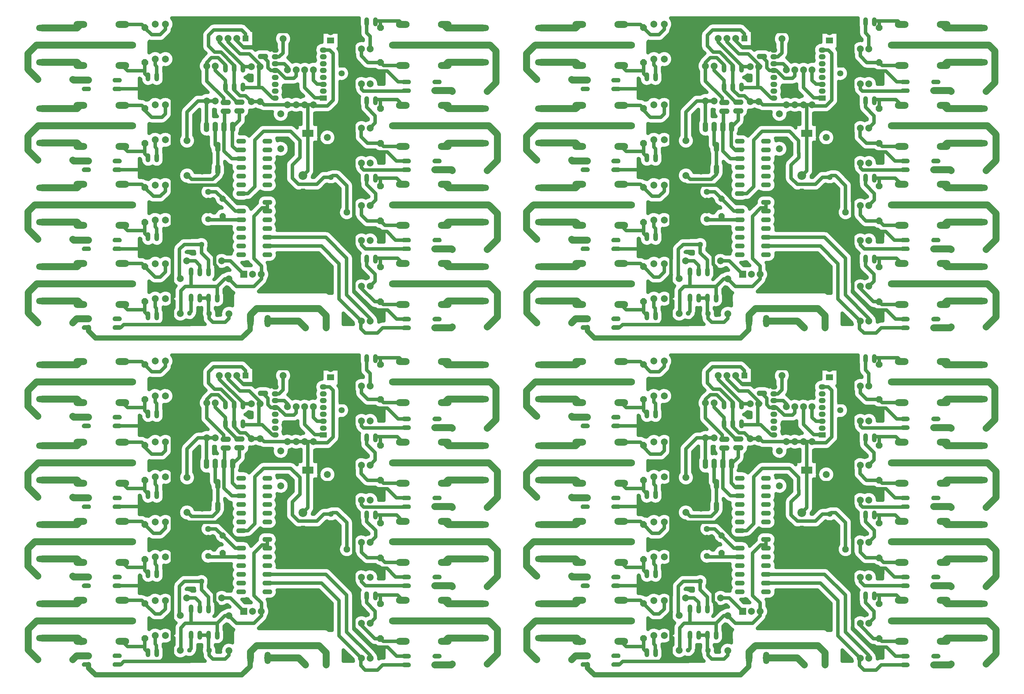
<source format=gbr>
G04 DipTrace 2.4.0.2*
%INBottom.gbr*%
%MOIN*%
%ADD13C,0.0394*%
%ADD14C,0.0787*%
%ADD15C,0.0591*%
%ADD17R,0.0787X0.0709*%
%ADD19C,0.063*%
%ADD21C,0.07*%
%ADD22C,0.1*%
%ADD25C,0.0709*%
%ADD26R,0.0709X0.0709*%
%ADD27R,0.0374X0.0846*%
%ADD28R,0.128X0.0846*%
%ADD29O,0.052X0.104*%
%ADD30O,0.12X0.06*%
%ADD31R,0.0669X0.0669*%
%ADD32C,0.0787*%
%ADD33O,0.06X0.12*%
%ADD34O,0.156X0.078*%
%ADD35R,0.0787X0.0787*%
%ADD39O,0.112X0.056*%
%ADD40R,0.0787X0.0591*%
%ADD41O,0.0787X0.0591*%
%ADD42C,0.076*%
%ADD43O,0.141X0.0705*%
%ADD44O,0.0705X0.141*%
%FSLAX44Y44*%
G04*
G70*
G90*
G75*
G01*
%LNBottom*%
%LPD*%
X28764Y74528D2*
D13*
Y72362D1*
X30748Y70677D2*
X31732D1*
X31843D1*
X32193Y70327D1*
X34882D1*
X35866D1*
X36850D1*
X37211D1*
X37835D1*
X38976Y76601D2*
X39690D1*
X40096Y76195D1*
Y70855D1*
X39428Y70188D1*
X37974D1*
X37835Y70327D1*
X37211Y67053D2*
Y70327D1*
Y67053D2*
Y64769D1*
Y62762D1*
X36654Y62205D1*
X30086Y77904D2*
Y78460D1*
X29648Y78899D1*
X26453D1*
X25839Y78285D1*
Y77035D1*
X26535Y76339D1*
X27283D1*
X28755Y74867D1*
Y74536D1*
X28764Y74528D1*
Y72362D2*
Y72024D1*
X29449Y71339D1*
X30087D1*
X30748Y70677D1*
X48736Y44776D2*
X45760D1*
X45157Y44173D1*
X43780D1*
X43268Y44685D1*
Y45461D1*
X43346Y45539D1*
X32567Y54142D2*
X38772D1*
X40787Y52126D1*
Y48098D1*
X43346Y45539D1*
X48736Y53831D2*
X43807D1*
X43346Y54291D1*
Y54791D1*
X48736Y62886D2*
Y62835D1*
X43622D1*
X43346Y63110D1*
Y63650D1*
X48736Y71941D2*
Y71890D1*
X43583D1*
X43346Y72126D1*
Y72705D1*
X25797Y59350D2*
Y58225D1*
X20921Y46154D2*
X21693D1*
Y45157D1*
X23701D1*
X24661Y46118D1*
Y46457D1*
X48736Y45776D2*
X47374D1*
X46339Y46811D1*
X44646D1*
X42480Y48976D1*
Y52665D1*
Y55827D1*
Y56732D1*
Y61917D1*
Y64921D1*
Y65630D1*
Y70776D1*
Y74173D1*
Y74921D1*
Y79831D1*
X42937D1*
X48736Y63886D2*
X47335D1*
X46299Y64921D1*
X42480D1*
X48736Y54831D2*
X47256D1*
X46260Y55827D1*
X42480D1*
X48736Y72941D2*
X47531D1*
X46299Y74173D1*
X42480D1*
X42937Y52665D2*
X42480D1*
X42937Y61917D2*
X42480D1*
X42937Y70776D2*
X42480D1*
X20921Y73516D2*
Y72110D1*
X21693Y71339D1*
Y64264D1*
Y63978D1*
Y62886D1*
Y61102D1*
Y58225D1*
Y55787D1*
Y55209D1*
Y53831D1*
Y46154D1*
X20921Y64264D2*
X21693D1*
X20921Y55209D2*
X21693D1*
X25797Y58225D2*
X21693D1*
X25113Y65477D2*
Y63978D1*
Y62917D1*
X24622Y67795D2*
Y66480D1*
X25118Y65984D1*
Y65482D1*
X25113Y65477D1*
X32567Y60142D2*
Y60079D1*
X33622D1*
X34579Y59122D1*
Y58004D1*
X34594D1*
X35866Y56732D1*
X36654D1*
X42480D1*
X36654Y60205D2*
Y56732D1*
Y60205D2*
X39024D1*
X39843Y61024D1*
X38116Y64769D2*
Y65281D1*
X38465Y65630D1*
X42480D1*
X26024Y54331D2*
X26102D1*
Y54843D1*
X25157Y55787D1*
X21693D1*
X29567Y59142D2*
X29047D1*
X27087Y61102D1*
X21693D1*
X26850Y51181D2*
Y51732D1*
X26535Y52047D1*
Y53268D1*
X26024Y53780D1*
Y54331D1*
X29086Y77904D2*
X29043D1*
Y77689D1*
X29873Y76859D1*
X32080D1*
X33206D1*
X33465Y76601D1*
X38370Y77890D2*
X38209D1*
X29567Y59142D2*
X30677D1*
X31693Y60157D1*
X32551D1*
X32567Y60142D1*
X25113Y63978D2*
X21693D1*
X15122Y72138D2*
X20921Y72110D1*
X15122Y62886D2*
X21693D1*
X15122Y53831D2*
X21693D1*
X15122Y44815D2*
X15799D1*
X16142Y45157D1*
X21693D1*
X41063Y74921D2*
X42480D1*
X39449Y63583D2*
X38701D1*
X38110Y64173D1*
Y64763D1*
X38116Y64769D1*
X39803Y78701D2*
Y78854D1*
X33206Y76859D2*
X32953Y77112D1*
Y78429D1*
X33232Y78708D1*
X38370D1*
X39796D1*
X39803Y78701D1*
X42480Y79831D2*
X40303D1*
X39803Y79331D1*
Y78701D1*
X38370Y77890D2*
Y78708D1*
X33465Y74239D2*
X33754D1*
X34637Y73355D1*
X35597D1*
X35866Y73624D1*
Y74327D1*
X33465Y74239D2*
X32966D1*
X32638Y74567D1*
Y75301D1*
X32080Y75859D1*
X34370Y77890D2*
Y76260D1*
X33918Y75808D1*
X33470D1*
X33465Y75813D1*
X39303Y44776D2*
D14*
Y46169D1*
X38504Y46969D1*
X31339D1*
X30630Y46260D1*
Y45551D1*
X12122Y44815D2*
D15*
Y44413D1*
X12913Y43622D1*
X29646D1*
X30591Y44567D1*
Y45512D1*
X30630Y45551D1*
X32598D2*
D14*
X36165D1*
X36941Y44776D1*
X6815Y77165D2*
X16781D1*
X6815D2*
X6142D1*
X5157Y76181D1*
Y74378D1*
X6307Y73228D1*
X12122Y73138D2*
X10398D1*
X10307Y73228D1*
X6815Y79134D2*
X10800D1*
X11181Y79515D1*
X6815Y67913D2*
X16781D1*
X6815D2*
X6339D1*
X5157Y66732D1*
Y65126D1*
X6307Y63976D1*
X29567Y58142D2*
D13*
X28894D1*
X27462Y59574D1*
X25797Y60350D2*
X26686D1*
X27462Y59574D1*
X6815Y69882D2*
D14*
X10800D1*
X11181Y70263D1*
X19724Y75559D2*
D13*
Y74882D1*
X19921Y74685D1*
Y73516D1*
X18921D2*
X18543Y73894D1*
Y74228D1*
X16569D1*
X15981Y74815D1*
X18543Y75165D2*
Y74228D1*
X19724Y66307D2*
Y65472D1*
X19921Y65276D1*
Y64264D1*
X25797Y57225D2*
Y57142D1*
X27724D1*
X29567D1*
X27462Y57574D2*
Y57404D1*
X27724Y57142D1*
X18921Y64264D2*
Y64346D1*
X18543Y64724D1*
Y64976D1*
X16569D1*
X15981Y65563D1*
X18543Y65913D2*
Y64976D1*
X6815Y65945D2*
D14*
X10800D1*
X11181Y65563D1*
X12122Y63886D2*
X10398D1*
X10307Y63976D1*
X6815Y58858D2*
X5945D1*
X5157Y58071D1*
Y56071D1*
X6307Y54921D1*
X6815Y58858D2*
X16781D1*
X6815Y60827D2*
X10800D1*
X11181Y61208D1*
X19724Y57134D2*
D13*
Y56339D1*
X19921Y56142D1*
Y55209D1*
X18921D2*
X18543Y55587D1*
Y55921D1*
X16569D1*
X15981Y56508D1*
X18543Y56858D2*
Y55921D1*
X6815Y56890D2*
D14*
X10800D1*
X11181Y56508D1*
X12122Y54831D2*
X10398D1*
X10307Y54921D1*
X16781Y49803D2*
X6815D1*
X6181D1*
X5197Y48819D1*
Y46476D1*
X6307Y45366D1*
X33465Y75026D2*
D13*
X34513D1*
X34948Y74591D1*
Y74392D1*
X34882Y74327D1*
X6815Y51772D2*
D14*
X10800D1*
X11181Y52153D1*
X26614Y74756D2*
D13*
Y74252D1*
X27764Y73102D1*
Y72362D1*
Y71961D1*
X29094Y70630D1*
X29370D1*
X19724Y48118D2*
Y47165D1*
X19882Y47008D1*
Y46154D1*
X19921D1*
X18921D2*
Y46197D1*
X18543Y46575D1*
Y46866D1*
X16569D1*
X15981Y47453D1*
X18543Y47803D2*
Y46866D1*
X24850Y48181D2*
X25850D1*
Y46472D1*
X25906Y46417D1*
Y45866D1*
X26339Y45433D1*
X27756D1*
X28189Y45866D1*
Y46394D1*
X25630Y74756D2*
Y75157D1*
X26181Y75709D1*
X26929D1*
X27795Y74843D1*
Y74559D1*
X27764Y74528D1*
X27795Y70591D2*
X27559D1*
Y71102D1*
X25630Y73031D1*
Y74756D1*
X6815Y75197D2*
D14*
X10800D1*
X11181Y74815D1*
X6815Y47835D2*
X10906D1*
X11299Y47441D1*
X11194D1*
X11181Y47453D1*
X12122Y45815D2*
X10756D1*
X10307Y45366D1*
X57240Y49803D2*
X47274D1*
X57240D2*
X57913D1*
X58898Y48819D1*
Y46031D1*
X57748Y44882D1*
X57240Y47835D2*
X53255D1*
X52874Y47453D1*
X43937Y52665D2*
D13*
Y51890D1*
X44921Y50906D1*
Y50130D1*
X44331Y49539D1*
X44937Y52665D2*
Y52756D1*
X45512D1*
X47471D1*
X48074Y52153D1*
X45512Y51772D2*
Y52756D1*
X57240Y51772D2*
D14*
X53255D1*
X52874Y52153D1*
X25850Y51181D2*
D13*
Y52535D1*
X25024Y53362D1*
Y54331D1*
X22622Y50421D2*
X22520D1*
Y53780D1*
X23071Y54331D1*
X25024D1*
X23850Y48181D2*
Y46646D1*
X23661Y46457D1*
X23346Y52441D2*
X24331D1*
X24843Y51929D1*
Y51189D1*
X24850Y51181D1*
X27346Y52441D2*
X28346D1*
X29882Y50906D1*
X37835Y74327D2*
Y73115D1*
X38277Y72673D1*
X38968D1*
X38976Y72664D1*
X36850Y74327D2*
Y72297D1*
X38017Y71131D1*
X38934D1*
X38976Y71089D1*
X51736Y44776D2*
D14*
X53642D1*
X53748Y44882D1*
X57240Y58853D2*
X47274D1*
Y58858D1*
X57240Y58853D2*
X57919D1*
X58898Y57874D1*
Y54890D1*
X57748Y53740D1*
X57240Y56884D2*
X53250D1*
X52874Y56508D1*
X43937Y61917D2*
D13*
Y61181D1*
X44961Y60157D1*
Y59421D1*
X44331Y58791D1*
X44937Y61917D2*
X45512D1*
X47365D1*
X48074Y61208D1*
X45512Y61024D2*
Y61917D1*
X57240Y60821D2*
D14*
X53261D1*
X52874Y61208D1*
X51736Y53831D2*
X53657D1*
X53748Y53740D1*
X57240Y67902D2*
X47274D1*
Y67913D1*
X57240Y67902D2*
X57924D1*
X58898Y66929D1*
Y63945D1*
X57748Y62795D1*
X57240Y65934D2*
X53244D1*
X52874Y65563D1*
X43937Y70776D2*
D13*
Y70039D1*
X44921Y69055D1*
Y68240D1*
X44331Y67650D1*
X44937Y70776D2*
Y70906D1*
X45512D1*
X47431D1*
X48074Y70263D1*
X45512Y69913D2*
Y70906D1*
X57240Y69871D2*
D14*
X53266D1*
X52874Y70263D1*
X51736Y62886D2*
X53657D1*
X53748Y62795D1*
X47274Y77165D2*
X54331D1*
X57240D1*
X58071D1*
X58740Y76496D1*
Y72843D1*
X57748Y71850D1*
X57240Y75197D2*
X53255D1*
X52874Y74815D1*
X43937Y79831D2*
D13*
Y78543D1*
X44331Y78150D1*
Y76705D1*
X44937Y79831D2*
Y79921D1*
X45512D1*
X47668D1*
X48074Y79515D1*
X45512Y79165D2*
Y79921D1*
X52874Y79515D2*
D14*
Y79410D1*
X53150Y79134D1*
X57240D1*
X51736Y71941D2*
X53657D1*
X53748Y71850D1*
X44331Y45539D2*
D13*
Y45866D1*
X41654Y48543D1*
Y52756D1*
X39268Y55142D1*
X32567D1*
X15981Y79515D2*
X18193D1*
X18543Y79165D1*
X15981Y70263D2*
X18193D1*
X18543Y69913D1*
X48074Y74815D2*
X45862D1*
X45512Y75165D1*
X48074Y65563D2*
X45862D1*
X45512Y65913D1*
X48074Y56508D2*
X46027D1*
X45512Y57024D1*
X48074Y47453D2*
X45830D1*
X45512Y47772D1*
X15981Y52153D2*
X18193D1*
X18543Y51803D1*
X15981Y61208D2*
X18193D1*
X18543Y60858D1*
Y79165D2*
Y79134D1*
X19331Y78346D1*
X20315D1*
X20906Y78937D1*
Y79559D1*
X18543Y69913D2*
Y69685D1*
X19331Y68898D1*
X20512D1*
X20906Y69291D1*
Y70307D1*
X18543Y60858D2*
Y60827D1*
X19528Y59843D1*
X20315D1*
X20906Y60433D1*
Y61134D1*
X18543Y51803D2*
Y51772D1*
X19724Y50591D1*
X20315D1*
X20906Y51181D1*
Y52118D1*
X45512Y75165D2*
X44087D1*
X43346Y75906D1*
Y76705D1*
X45512Y65913D2*
X44047D1*
X43307Y66654D1*
Y67610D1*
X43346Y67650D1*
X45512Y57024D2*
X44000D1*
X43346Y57677D1*
Y58791D1*
X45512Y47772D2*
X44866D1*
X43307Y49331D1*
Y49500D1*
X43346Y49539D1*
X26893Y65477D2*
Y62917D1*
Y62366D1*
X26299Y61772D1*
X23898D1*
X23449Y62220D1*
X23386D1*
X26622Y67795D2*
Y65748D1*
X26893Y65477D1*
X29370Y69630D2*
Y68543D1*
X28622Y67795D1*
X29567Y65142D2*
X29354D1*
X29291Y65079D1*
X29094D1*
X28583Y65591D1*
Y67756D1*
X28622Y67795D1*
X30748Y74677D2*
X29913D1*
X29764Y74528D1*
X27086Y77904D2*
Y77481D1*
X29797Y74770D1*
Y74561D1*
X29764Y74528D1*
X27795Y69591D2*
X27677D1*
Y67850D1*
X27622Y67795D1*
Y65016D1*
X28496Y64142D1*
X29567D1*
X31732Y74677D2*
X31614D1*
Y72283D1*
X29843D1*
X29764Y72362D1*
X33465Y71089D2*
X33163D1*
X31969Y72283D1*
X31614D1*
X28086Y77904D2*
Y77504D1*
X29449Y76142D1*
X30512D1*
X31944Y74709D1*
X31764D1*
X31732Y74677D1*
X25630Y70756D2*
X26614D1*
X25622Y67795D2*
Y70748D1*
X25630Y70756D1*
X23386Y66220D2*
Y69488D1*
X24654Y70756D1*
X25630D1*
X41665Y58004D2*
Y61051D1*
X40512Y62205D1*
X40024D1*
X39843Y62024D1*
X36305Y64769D2*
Y64297D1*
X35433Y63425D1*
Y61929D1*
X36142Y61220D1*
X38228D1*
X39031Y62024D1*
X39843D1*
X32567Y59142D2*
Y58142D1*
X31882Y50906D2*
X31890D1*
Y50394D1*
X31024Y49528D1*
X29055D1*
X28189Y50394D1*
X29567Y60142D2*
X30339D1*
X31142Y60945D1*
Y66299D1*
X32126Y67283D1*
X35236D1*
X36299Y66220D1*
Y64775D1*
X36305Y64769D1*
X32567Y58142D2*
Y58504D1*
X31969D1*
X31024Y57559D1*
Y52717D1*
X31890Y51850D1*
Y50913D1*
X28189Y50394D2*
X27717D1*
X26850Y49528D1*
X23850D1*
X23189D1*
X22677Y49016D1*
Y46476D1*
X22622Y46421D1*
X26850Y48181D2*
Y49528D1*
X23850Y51181D2*
Y49528D1*
X28764Y35945D2*
Y33780D1*
X30748Y32094D2*
X31732D1*
X31843D1*
X32193Y31744D1*
X34882D1*
X35866D1*
X36850D1*
X37211D1*
X37835D1*
X38976Y38018D2*
X39690D1*
X40096Y37612D1*
Y32273D1*
X39428Y31605D1*
X37974D1*
X37835Y31744D1*
X37211Y28470D2*
Y31744D1*
Y28470D2*
Y26187D1*
Y24179D1*
X36654Y23622D1*
X30086Y39321D2*
Y39878D1*
X29648Y40316D1*
X26453D1*
X25839Y39702D1*
Y38453D1*
X26535Y37756D1*
X27283D1*
X28755Y36284D1*
Y35954D1*
X28764Y35945D1*
Y33780D2*
Y33441D1*
X29449Y32756D1*
X30087D1*
X30748Y32094D1*
X48736Y6193D2*
X45760D1*
X45157Y5591D1*
X43780D1*
X43268Y6102D1*
Y6878D1*
X43346Y6957D1*
X32567Y15559D2*
X38772D1*
X40787Y13543D1*
Y9516D1*
X43346Y6957D1*
X48736Y15248D2*
X43807D1*
X43346Y15709D1*
Y16209D1*
X48736Y24303D2*
Y24252D1*
X43622D1*
X43346Y24528D1*
Y25067D1*
X48736Y33358D2*
Y33307D1*
X43583D1*
X43346Y33543D1*
Y34122D1*
X25797Y20767D2*
Y19642D1*
X20921Y7571D2*
X21693D1*
Y6575D1*
X23701D1*
X24661Y7535D1*
Y7874D1*
X48736Y7193D2*
X47374D1*
X46339Y8228D1*
X44646D1*
X42480Y10394D1*
Y14083D1*
Y17244D1*
Y18150D1*
Y23335D1*
Y26339D1*
Y27047D1*
Y32193D1*
Y35591D1*
Y36339D1*
Y41248D1*
X42937D1*
X48736Y25303D2*
X47335D1*
X46299Y26339D1*
X42480D1*
X48736Y16248D2*
X47256D1*
X46260Y17244D1*
X42480D1*
X48736Y34358D2*
X47531D1*
X46299Y35591D1*
X42480D1*
X42937Y14083D2*
X42480D1*
X42937Y23335D2*
X42480D1*
X42937Y32193D2*
X42480D1*
X20921Y34933D2*
Y33528D1*
X21693Y32756D1*
Y25681D1*
Y25396D1*
Y24303D1*
Y22520D1*
Y19642D1*
Y17205D1*
Y16626D1*
Y15248D1*
Y7571D1*
X20921Y25681D2*
X21693D1*
X20921Y16626D2*
X21693D1*
X25797Y19642D2*
X21693D1*
X25113Y26894D2*
Y25396D1*
Y24334D1*
X24622Y29213D2*
Y27898D1*
X25118Y27402D1*
Y26899D1*
X25113Y26894D1*
X32567Y21559D2*
Y21496D1*
X33622D1*
X34579Y20539D1*
Y19421D1*
X34594D1*
X35866Y18150D1*
X36654D1*
X42480D1*
X36654Y21622D2*
Y18150D1*
Y21622D2*
X39024D1*
X39843Y22441D1*
X38116Y26187D2*
Y26699D1*
X38465Y27047D1*
X42480D1*
X26024Y15748D2*
X26102D1*
Y16260D1*
X25157Y17205D1*
X21693D1*
X29567Y20559D2*
X29047D1*
X27087Y22520D1*
X21693D1*
X26850Y12598D2*
Y13150D1*
X26535Y13465D1*
Y14685D1*
X26024Y15197D1*
Y15748D1*
X29086Y39321D2*
X29043D1*
Y39107D1*
X29873Y38276D1*
X32080D1*
X33206D1*
X33465Y38018D1*
X38370Y39307D2*
X38209D1*
X29567Y20559D2*
X30677D1*
X31693Y21575D1*
X32551D1*
X32567Y21559D1*
X25113Y25396D2*
X21693D1*
X15122Y33555D2*
X20921Y33528D1*
X15122Y24303D2*
X21693D1*
X15122Y15248D2*
X21693D1*
X15122Y6232D2*
X15799D1*
X16142Y6575D1*
X21693D1*
X41063Y36339D2*
X42480D1*
X39449Y25000D2*
X38701D1*
X38110Y25591D1*
Y26181D1*
X38116Y26187D1*
X39803Y40118D2*
Y40271D1*
X33206Y38276D2*
X32953Y38529D1*
Y39846D1*
X33232Y40125D1*
X38370D1*
X39796D1*
X39803Y40118D1*
X42480Y41248D2*
X40303D1*
X39803Y40748D1*
Y40118D1*
X38370Y39307D2*
Y40125D1*
X33465Y35656D2*
X33754D1*
X34637Y34772D1*
X35597D1*
X35866Y35042D1*
Y35744D1*
X33465Y35656D2*
X32966D1*
X32638Y35984D1*
Y36719D1*
X32080Y37276D1*
X34370Y39307D2*
Y37677D1*
X33918Y37225D1*
X33470D1*
X33465Y37231D1*
X39303Y6193D2*
D14*
Y7587D1*
X38504Y8386D1*
X31339D1*
X30630Y7677D1*
Y6969D1*
X12122Y6232D2*
D15*
Y5831D1*
X12913Y5039D1*
X29646D1*
X30591Y5984D1*
Y6929D1*
X30630Y6969D1*
X32598D2*
D14*
X36165D1*
X36941Y6193D1*
X6815Y38583D2*
X16781D1*
X6815D2*
X6142D1*
X5157Y37598D1*
Y35795D1*
X6307Y34646D1*
X12122Y34555D2*
X10398D1*
X10307Y34646D1*
X6815Y40551D2*
X10800D1*
X11181Y40933D1*
X6815Y29331D2*
X16781D1*
X6815D2*
X6339D1*
X5157Y28150D1*
Y26543D1*
X6307Y25394D1*
X29567Y19559D2*
D13*
X28894D1*
X27462Y20992D1*
X25797Y21767D2*
X26686D1*
X27462Y20992D1*
X6815Y31299D2*
D14*
X10800D1*
X11181Y31681D1*
X19724Y36976D2*
D13*
Y36299D1*
X19921Y36102D1*
Y34933D1*
X18921D2*
X18543Y35311D1*
Y35646D1*
X16569D1*
X15981Y36233D1*
X18543Y36583D2*
Y35646D1*
X19724Y27724D2*
Y26890D1*
X19921Y26693D1*
Y25681D1*
X25797Y18642D2*
Y18559D1*
X27724D1*
X29567D1*
X27462Y18992D2*
Y18821D1*
X27724Y18559D1*
X18921Y25681D2*
Y25764D1*
X18543Y26142D1*
Y26394D1*
X16569D1*
X15981Y26981D1*
X18543Y27331D2*
Y26394D1*
X6815Y27362D2*
D14*
X10800D1*
X11181Y26981D1*
X12122Y25303D2*
X10398D1*
X10307Y25394D1*
X6815Y20276D2*
X5945D1*
X5157Y19488D1*
Y17488D1*
X6307Y16339D1*
X6815Y20276D2*
X16781D1*
X6815Y22244D2*
X10800D1*
X11181Y22626D1*
X19724Y18551D2*
D13*
Y17756D1*
X19921Y17559D1*
Y16626D1*
X18921D2*
X18543Y17004D1*
Y17339D1*
X16569D1*
X15981Y17926D1*
X18543Y18276D2*
Y17339D1*
X6815Y18307D2*
D14*
X10800D1*
X11181Y17926D1*
X12122Y16248D2*
X10398D1*
X10307Y16339D1*
X16781Y11220D2*
X6815D1*
X6181D1*
X5197Y10236D1*
Y7894D1*
X6307Y6783D1*
X33465Y36443D2*
D13*
X34513D1*
X34948Y36009D1*
Y35810D1*
X34882Y35744D1*
X6815Y13189D2*
D14*
X10800D1*
X11181Y13570D1*
X26614Y36173D2*
D13*
Y35669D1*
X27764Y34520D1*
Y33780D1*
Y33378D1*
X29094Y32047D1*
X29370D1*
X19724Y9535D2*
Y8583D1*
X19882Y8425D1*
Y7571D1*
X19921D1*
X18921D2*
Y7614D1*
X18543Y7992D1*
Y8283D1*
X16569D1*
X15981Y8870D1*
X18543Y9220D2*
Y8283D1*
X24850Y9598D2*
X25850D1*
Y7890D1*
X25906Y7835D1*
Y7283D1*
X26339Y6850D1*
X27756D1*
X28189Y7283D1*
Y7811D1*
X25630Y36173D2*
Y36575D1*
X26181Y37126D1*
X26929D1*
X27795Y36260D1*
Y35976D1*
X27764Y35945D1*
X27795Y32008D2*
X27559D1*
Y32520D1*
X25630Y34449D1*
Y36173D1*
X6815Y36614D2*
D14*
X10800D1*
X11181Y36233D1*
X6815Y9252D2*
X10906D1*
X11299Y8858D1*
X11194D1*
X11181Y8870D1*
X12122Y7232D2*
X10756D1*
X10307Y6783D1*
X57240Y11220D2*
X47274D1*
X57240D2*
X57913D1*
X58898Y10236D1*
Y7449D1*
X57748Y6299D1*
X57240Y9252D2*
X53255D1*
X52874Y8870D1*
X43937Y14083D2*
D13*
Y13307D1*
X44921Y12323D1*
Y11547D1*
X44331Y10957D1*
X44937Y14083D2*
Y14173D1*
X45512D1*
X47471D1*
X48074Y13570D1*
X45512Y13189D2*
Y14173D1*
X57240Y13189D2*
D14*
X53255D1*
X52874Y13570D1*
X25850Y12598D2*
D13*
Y13953D1*
X25024Y14780D1*
Y15748D1*
X22622Y11839D2*
X22520D1*
Y15197D1*
X23071Y15748D1*
X25024D1*
X23850Y9598D2*
Y8063D1*
X23661Y7874D1*
X23346Y13858D2*
X24331D1*
X24843Y13346D1*
Y12606D1*
X24850Y12598D1*
X27346Y13858D2*
X28346D1*
X29882Y12323D1*
X37835Y35744D2*
Y34532D1*
X38277Y34090D1*
X38968D1*
X38976Y34081D1*
X36850Y35744D2*
Y33715D1*
X38017Y32548D1*
X38934D1*
X38976Y32506D1*
X51736Y6193D2*
D14*
X53642D1*
X53748Y6299D1*
X57240Y20270D2*
X47274D1*
Y20276D1*
X57240Y20270D2*
X57919D1*
X58898Y19291D1*
Y16307D1*
X57748Y15157D1*
X57240Y18302D2*
X53250D1*
X52874Y17926D1*
X43937Y23335D2*
D13*
Y22598D1*
X44961Y21575D1*
Y20839D1*
X44331Y20209D1*
X44937Y23335D2*
X45512D1*
X47365D1*
X48074Y22626D1*
X45512Y22441D2*
Y23335D1*
X57240Y22239D2*
D14*
X53261D1*
X52874Y22626D1*
X51736Y15248D2*
X53657D1*
X53748Y15157D1*
X57240Y29320D2*
X47274D1*
Y29331D1*
X57240Y29320D2*
X57924D1*
X58898Y28346D1*
Y25362D1*
X57748Y24213D1*
X57240Y27351D2*
X53244D1*
X52874Y26981D1*
X43937Y32193D2*
D13*
Y31457D1*
X44921Y30472D1*
Y29657D1*
X44331Y29067D1*
X44937Y32193D2*
Y32323D1*
X45512D1*
X47431D1*
X48074Y31681D1*
X45512Y31331D2*
Y32323D1*
X57240Y31288D2*
D14*
X53266D1*
X52874Y31681D1*
X51736Y24303D2*
X53657D1*
X53748Y24213D1*
X47274Y38583D2*
X54331D1*
X57240D1*
X58071D1*
X58740Y37913D1*
Y34260D1*
X57748Y33268D1*
X57240Y36614D2*
X53255D1*
X52874Y36233D1*
X43937Y41248D2*
D13*
Y39961D1*
X44331Y39567D1*
Y38122D1*
X44937Y41248D2*
Y41339D1*
X45512D1*
X47668D1*
X48074Y40933D1*
X45512Y40583D2*
Y41339D1*
X52874Y40933D2*
D14*
Y40827D1*
X53150Y40551D1*
X57240D1*
X51736Y33358D2*
X53657D1*
X53748Y33268D1*
X44331Y6957D2*
D13*
Y7283D1*
X41654Y9961D1*
Y14173D1*
X39268Y16559D1*
X32567D1*
X15981Y40933D2*
X18193D1*
X18543Y40583D1*
X15981Y31681D2*
X18193D1*
X18543Y31331D1*
X48074Y36233D2*
X45862D1*
X45512Y36583D1*
X48074Y26981D2*
X45862D1*
X45512Y27331D1*
X48074Y17926D2*
X46027D1*
X45512Y18441D1*
X48074Y8870D2*
X45830D1*
X45512Y9189D1*
X15981Y13570D2*
X18193D1*
X18543Y13220D1*
X15981Y22626D2*
X18193D1*
X18543Y22276D1*
Y40583D2*
Y40551D1*
X19331Y39764D1*
X20315D1*
X20906Y40354D1*
Y40976D1*
X18543Y31331D2*
Y31102D1*
X19331Y30315D1*
X20512D1*
X20906Y30709D1*
Y31724D1*
X18543Y22276D2*
Y22244D1*
X19528Y21260D1*
X20315D1*
X20906Y21850D1*
Y22551D1*
X18543Y13220D2*
Y13189D1*
X19724Y12008D1*
X20315D1*
X20906Y12598D1*
Y13535D1*
X45512Y36583D2*
X44087D1*
X43346Y37323D1*
Y38122D1*
X45512Y27331D2*
X44047D1*
X43307Y28071D1*
Y29028D1*
X43346Y29067D1*
X45512Y18441D2*
X44000D1*
X43346Y19094D1*
Y20209D1*
X45512Y9189D2*
X44866D1*
X43307Y10748D1*
Y10917D1*
X43346Y10957D1*
X26893Y26894D2*
Y24334D1*
Y23783D1*
X26299Y23189D1*
X23898D1*
X23449Y23638D1*
X23386D1*
X26622Y29213D2*
Y27166D1*
X26893Y26894D1*
X29370Y31047D2*
Y29961D1*
X28622Y29213D1*
X29567Y26559D2*
X29354D1*
X29291Y26496D1*
X29094D1*
X28583Y27008D1*
Y29173D1*
X28622Y29213D1*
X30748Y36094D2*
X29913D1*
X29764Y35945D1*
X27086Y39321D2*
Y38898D1*
X29797Y36187D1*
Y35978D1*
X29764Y35945D1*
X27795Y31008D2*
X27677D1*
Y29268D1*
X27622Y29213D1*
Y26433D1*
X28496Y25559D1*
X29567D1*
X31732Y36094D2*
X31614D1*
Y33701D1*
X29843D1*
X29764Y33780D1*
X33465Y32506D2*
X33163D1*
X31969Y33701D1*
X31614D1*
X28086Y39321D2*
Y38922D1*
X29449Y37559D1*
X30512D1*
X31944Y36126D1*
X31764D1*
X31732Y36094D1*
X25630Y32173D2*
X26614D1*
X25622Y29213D2*
Y32165D1*
X25630Y32173D1*
X23386Y27638D2*
Y30906D1*
X24654Y32173D1*
X25630D1*
X41665Y19421D2*
Y22469D1*
X40512Y23622D1*
X40024D1*
X39843Y23441D1*
X36305Y26187D2*
Y25715D1*
X35433Y24843D1*
Y23346D1*
X36142Y22638D1*
X38228D1*
X39031Y23441D1*
X39843D1*
X32567Y20559D2*
Y19559D1*
X31882Y12323D2*
X31890D1*
Y11811D1*
X31024Y10945D1*
X29055D1*
X28189Y11811D1*
X29567Y21559D2*
X30339D1*
X31142Y22362D1*
Y27717D1*
X32126Y28701D1*
X35236D1*
X36299Y27638D1*
Y26193D1*
X36305Y26187D1*
X32567Y19559D2*
Y19921D1*
X31969D1*
X31024Y18976D1*
Y14134D1*
X31890Y13268D1*
Y12331D1*
X28189Y11811D2*
X27717D1*
X26850Y10945D1*
X23850D1*
X23189D1*
X22677Y10433D1*
Y7894D1*
X22622Y7839D1*
X26850Y9598D2*
Y10945D1*
X23850Y12598D2*
Y10945D1*
X85850Y74528D2*
Y72362D1*
X87835Y70677D2*
X88819D1*
X88929D1*
X89280Y70327D1*
X91969D1*
X92953D1*
X93937D1*
X94297D1*
X94921D1*
X96063Y76601D2*
X96776D1*
X97182Y76195D1*
Y70855D1*
X96515Y70188D1*
X95060D1*
X94921Y70327D1*
X94297Y67053D2*
Y70327D1*
Y67053D2*
Y64769D1*
Y62762D1*
X93740Y62205D1*
X87173Y77904D2*
Y78460D1*
X86735Y78899D1*
X83539D1*
X82925Y78285D1*
Y77035D1*
X83622Y76339D1*
X84370D1*
X85842Y74867D1*
Y74536D1*
X85850Y74528D1*
Y72362D2*
Y72024D1*
X86535Y71339D1*
X87173D1*
X87835Y70677D1*
X105823Y44776D2*
X102846D1*
X102244Y44173D1*
X100866D1*
X100354Y44685D1*
Y45461D1*
X100433Y45539D1*
X89654Y54142D2*
X95858D1*
X97874Y52126D1*
Y48098D1*
X100433Y45539D1*
X105823Y53831D2*
X100894D1*
X100433Y54291D1*
Y54791D1*
X105823Y62886D2*
Y62835D1*
X100709D1*
X100433Y63110D1*
Y63650D1*
X105823Y71941D2*
Y71890D1*
X100669D1*
X100433Y72126D1*
Y72705D1*
X82884Y59350D2*
Y58225D1*
X78008Y46154D2*
X78780D1*
Y45157D1*
X80787D1*
X81748Y46118D1*
Y46457D1*
X105823Y45776D2*
X104461D1*
X103425Y46811D1*
X101732D1*
X99567Y48976D1*
Y52665D1*
Y55827D1*
Y56732D1*
Y61917D1*
Y64921D1*
Y65630D1*
Y70776D1*
Y74173D1*
Y74921D1*
Y79831D1*
X100024D1*
X105823Y63886D2*
X104421D1*
X103386Y64921D1*
X99567D1*
X105823Y54831D2*
X104343D1*
X103346Y55827D1*
X99567D1*
X105823Y72941D2*
X104618D1*
X103386Y74173D1*
X99567D1*
X100024Y52665D2*
X99567D1*
X100024Y61917D2*
X99567D1*
X100024Y70776D2*
X99567D1*
X78008Y73516D2*
Y72110D1*
X78780Y71339D1*
Y64264D1*
Y63978D1*
Y62886D1*
Y61102D1*
Y58225D1*
Y55787D1*
Y55209D1*
Y53831D1*
Y46154D1*
X78008Y64264D2*
X78780D1*
X78008Y55209D2*
X78780D1*
X82884Y58225D2*
X78780D1*
X82200Y65477D2*
Y63978D1*
Y62917D1*
X81709Y67795D2*
Y66480D1*
X82205Y65984D1*
Y65482D1*
X82200Y65477D1*
X89654Y60142D2*
Y60079D1*
X90709D1*
X91665Y59122D1*
Y58004D1*
X91681D1*
X92953Y56732D1*
X93740D1*
X99567D1*
X93740Y60205D2*
Y56732D1*
Y60205D2*
X96110D1*
X96929Y61024D1*
X95203Y64769D2*
Y65281D1*
X95551Y65630D1*
X99567D1*
X83110Y54331D2*
X83189D1*
Y54843D1*
X82244Y55787D1*
X78780D1*
X86654Y59142D2*
X86134D1*
X84173Y61102D1*
X78780D1*
X83937Y51181D2*
Y51732D1*
X83622Y52047D1*
Y53268D1*
X83110Y53780D1*
Y54331D1*
X86173Y77904D2*
X86130D1*
Y77689D1*
X86960Y76859D1*
X89167D1*
X90293D1*
X90551Y76601D1*
X95457Y77890D2*
X95296D1*
X86654Y59142D2*
X87764D1*
X88780Y60157D1*
X89638D1*
X89654Y60142D1*
X82200Y63978D2*
X78780D1*
X72209Y72138D2*
X78008Y72110D1*
X72209Y62886D2*
X78780D1*
X72209Y53831D2*
X78780D1*
X72209Y44815D2*
X72886D1*
X73228Y45157D1*
X78780D1*
X98150Y74921D2*
X99567D1*
X96535Y63583D2*
X95787D1*
X95197Y64173D1*
Y64763D1*
X95203Y64769D1*
X96890Y78701D2*
Y78854D1*
X90293Y76859D2*
X90040Y77112D1*
Y78429D1*
X90319Y78708D1*
X95457D1*
X96882D1*
X96890Y78701D1*
X99567Y79831D2*
X97390D1*
X96890Y79331D1*
Y78701D1*
X95457Y77890D2*
Y78708D1*
X90551Y74239D2*
X90840D1*
X91724Y73355D1*
X92684D1*
X92953Y73624D1*
Y74327D1*
X90551Y74239D2*
X90053D1*
X89724Y74567D1*
Y75301D1*
X89167Y75859D1*
X91457Y77890D2*
Y76260D1*
X91005Y75808D1*
X90557D1*
X90551Y75813D1*
X96390Y44776D2*
D14*
Y46169D1*
X95591Y46969D1*
X88425D1*
X87717Y46260D1*
Y45551D1*
X69209Y44815D2*
D15*
Y44413D1*
X70000Y43622D1*
X86732D1*
X87677Y44567D1*
Y45512D1*
X87717Y45551D1*
X89685D2*
D14*
X93252D1*
X94028Y44776D1*
X63902Y77165D2*
X73868D1*
X63902D2*
X63228D1*
X62244Y76181D1*
Y74378D1*
X63394Y73228D1*
X69209Y73138D2*
X67484D1*
X67394Y73228D1*
X63902Y79134D2*
X67887D1*
X68268Y79515D1*
X63902Y67913D2*
X73868D1*
X63902D2*
X63425D1*
X62244Y66732D1*
Y65126D1*
X63394Y63976D1*
X86654Y58142D2*
D13*
X85981D1*
X84548Y59574D1*
X82884Y60350D2*
X83773D1*
X84548Y59574D1*
X63902Y69882D2*
D14*
X67887D1*
X68268Y70263D1*
X76811Y75559D2*
D13*
Y74882D1*
X77008Y74685D1*
Y73516D1*
X76008D2*
X75630Y73894D1*
Y74228D1*
X73655D1*
X73068Y74815D1*
X75630Y75165D2*
Y74228D1*
X76811Y66307D2*
Y65472D1*
X77008Y65276D1*
Y64264D1*
X82884Y57225D2*
Y57142D1*
X84811D1*
X86654D1*
X84548Y57574D2*
Y57404D1*
X84811Y57142D1*
X76008Y64264D2*
Y64346D1*
X75630Y64724D1*
Y64976D1*
X73655D1*
X73068Y65563D1*
X75630Y65913D2*
Y64976D1*
X63902Y65945D2*
D14*
X67887D1*
X68268Y65563D1*
X69209Y63886D2*
X67484D1*
X67394Y63976D1*
X63902Y58858D2*
X63031D1*
X62244Y58071D1*
Y56071D1*
X63394Y54921D1*
X63902Y58858D2*
X73868D1*
X63902Y60827D2*
X67887D1*
X68268Y61208D1*
X76811Y57134D2*
D13*
Y56339D1*
X77008Y56142D1*
Y55209D1*
X76008D2*
X75630Y55587D1*
Y55921D1*
X73655D1*
X73068Y56508D1*
X75630Y56858D2*
Y55921D1*
X63902Y56890D2*
D14*
X67887D1*
X68268Y56508D1*
X69209Y54831D2*
X67484D1*
X67394Y54921D1*
X73868Y49803D2*
X63902D1*
X63268D1*
X62283Y48819D1*
Y46476D1*
X63394Y45366D1*
X90551Y75026D2*
D13*
X91600D1*
X92034Y74591D1*
Y74392D1*
X91969Y74327D1*
X63902Y51772D2*
D14*
X67887D1*
X68268Y52153D1*
X83701Y74756D2*
D13*
Y74252D1*
X84850Y73102D1*
Y72362D1*
Y71961D1*
X86181Y70630D1*
X86457D1*
X76811Y48118D2*
Y47165D1*
X76969Y47008D1*
Y46154D1*
X77008D1*
X76008D2*
Y46197D1*
X75630Y46575D1*
Y46866D1*
X73655D1*
X73068Y47453D1*
X75630Y47803D2*
Y46866D1*
X81937Y48181D2*
X82937D1*
Y46472D1*
X82992Y46417D1*
Y45866D1*
X83425Y45433D1*
X84843D1*
X85276Y45866D1*
Y46394D1*
X82717Y74756D2*
Y75157D1*
X83268Y75709D1*
X84016D1*
X84882Y74843D1*
Y74559D1*
X84850Y74528D1*
X84882Y70591D2*
X84646D1*
Y71102D1*
X82717Y73031D1*
Y74756D1*
X63902Y75197D2*
D14*
X67887D1*
X68268Y74815D1*
X63902Y47835D2*
X67992D1*
X68386Y47441D1*
X68280D1*
X68268Y47453D1*
X69209Y45815D2*
X67843D1*
X67394Y45366D1*
X114327Y49803D2*
X104360D1*
X114327D2*
X115000D1*
X115984Y48819D1*
Y46031D1*
X114835Y44882D1*
X114327Y47835D2*
X110342D1*
X109960Y47453D1*
X101024Y52665D2*
D13*
Y51890D1*
X102008Y50906D1*
Y50130D1*
X101417Y49539D1*
X102024Y52665D2*
Y52756D1*
X102598D1*
X104557D1*
X105160Y52153D1*
X102598Y51772D2*
Y52756D1*
X114327Y51772D2*
D14*
X110342D1*
X109960Y52153D1*
X82937Y51181D2*
D13*
Y52535D1*
X82110Y53362D1*
Y54331D1*
X79709Y50421D2*
X79606D1*
Y53780D1*
X80157Y54331D1*
X82110D1*
X80937Y48181D2*
Y46646D1*
X80748Y46457D1*
X80433Y52441D2*
X81417D1*
X81929Y51929D1*
Y51189D1*
X81937Y51181D1*
X84433Y52441D2*
X85433D1*
X86969Y50906D1*
X94921Y74327D2*
Y73115D1*
X95363Y72673D1*
X96054D1*
X96063Y72664D1*
X93937Y74327D2*
Y72297D1*
X95103Y71131D1*
X96021D1*
X96063Y71089D1*
X108823Y44776D2*
D14*
X110728D1*
X110835Y44882D1*
X114327Y58853D2*
X104360D1*
Y58858D1*
X114327Y58853D2*
X115006D1*
X115984Y57874D1*
Y54890D1*
X114835Y53740D1*
X114327Y56884D2*
X110336D1*
X109960Y56508D1*
X101024Y61917D2*
D13*
Y61181D1*
X102047Y60157D1*
Y59421D1*
X101417Y58791D1*
X102024Y61917D2*
X102598D1*
X104451D1*
X105160Y61208D1*
X102598Y61024D2*
Y61917D1*
X114327Y60821D2*
D14*
X110347D1*
X109960Y61208D1*
X108823Y53831D2*
X110744D1*
X110835Y53740D1*
X114327Y67902D2*
X104360D1*
Y67913D1*
X114327Y67902D2*
X115011D1*
X115984Y66929D1*
Y63945D1*
X114835Y62795D1*
X114327Y65934D2*
X110331D1*
X109960Y65563D1*
X101024Y70776D2*
D13*
Y70039D1*
X102008Y69055D1*
Y68240D1*
X101417Y67650D1*
X102024Y70776D2*
Y70906D1*
X102598D1*
X104518D1*
X105160Y70263D1*
X102598Y69913D2*
Y70906D1*
X114327Y69871D2*
D14*
X110353D1*
X109960Y70263D1*
X108823Y62886D2*
X110744D1*
X110835Y62795D1*
X104360Y77165D2*
X111417D1*
X114327D1*
X115157D1*
X115827Y76496D1*
Y72843D1*
X114835Y71850D1*
X114327Y75197D2*
X110342D1*
X109960Y74815D1*
X101024Y79831D2*
D13*
Y78543D1*
X101417Y78150D1*
Y76705D1*
X102024Y79831D2*
Y79921D1*
X102598D1*
X104754D1*
X105160Y79515D1*
X102598Y79165D2*
Y79921D1*
X109960Y79515D2*
D14*
Y79410D1*
X110236Y79134D1*
X114327D1*
X108823Y71941D2*
X110744D1*
X110835Y71850D1*
X101417Y45539D2*
D13*
Y45866D1*
X98740Y48543D1*
Y52756D1*
X96354Y55142D1*
X89654D1*
X73068Y79515D2*
X75280D1*
X75630Y79165D1*
X73068Y70263D2*
X75280D1*
X75630Y69913D1*
X105160Y74815D2*
X102948D1*
X102598Y75165D1*
X105160Y65563D2*
X102948D1*
X102598Y65913D1*
X105160Y56508D2*
X103114D1*
X102598Y57024D1*
X105160Y47453D2*
X102917D1*
X102598Y47772D1*
X73068Y52153D2*
X75280D1*
X75630Y51803D1*
X73068Y61208D2*
X75280D1*
X75630Y60858D1*
Y79165D2*
Y79134D1*
X76417Y78346D1*
X77402D1*
X77992Y78937D1*
Y79559D1*
X75630Y69913D2*
Y69685D1*
X76417Y68898D1*
X77598D1*
X77992Y69291D1*
Y70307D1*
X75630Y60858D2*
Y60827D1*
X76614Y59843D1*
X77402D1*
X77992Y60433D1*
Y61134D1*
X75630Y51803D2*
Y51772D1*
X76811Y50591D1*
X77402D1*
X77992Y51181D1*
Y52118D1*
X102598Y75165D2*
X101173D1*
X100433Y75906D1*
Y76705D1*
X102598Y65913D2*
X101134D1*
X100394Y66654D1*
Y67610D1*
X100433Y67650D1*
X102598Y57024D2*
X101087D1*
X100433Y57677D1*
Y58791D1*
X102598Y47772D2*
X101953D1*
X100394Y49331D1*
Y49500D1*
X100433Y49539D1*
X83980Y65477D2*
Y62917D1*
Y62366D1*
X83386Y61772D1*
X80984D1*
X80535Y62220D1*
X80472D1*
X83709Y67795D2*
Y65748D1*
X83980Y65477D1*
X86457Y69630D2*
Y68543D1*
X85709Y67795D1*
X86654Y65142D2*
X86441D1*
X86378Y65079D1*
X86181D1*
X85669Y65591D1*
Y67756D1*
X85709Y67795D1*
X87835Y74677D2*
X87000D1*
X86850Y74528D1*
X84173Y77904D2*
Y77481D1*
X86884Y74770D1*
Y74561D1*
X86850Y74528D1*
X84882Y69591D2*
X84764D1*
Y67850D1*
X84709Y67795D1*
Y65016D1*
X85583Y64142D1*
X86654D1*
X88819Y74677D2*
X88701D1*
Y72283D1*
X86929D1*
X86850Y72362D1*
X90551Y71089D2*
X90250D1*
X89055Y72283D1*
X88701D1*
X85173Y77904D2*
Y77504D1*
X86535Y76142D1*
X87598D1*
X89031Y74709D1*
X88851D1*
X88819Y74677D1*
X82717Y70756D2*
X83701D1*
X82709Y67795D2*
Y70748D1*
X82717Y70756D1*
X80472Y66220D2*
Y69488D1*
X81740Y70756D1*
X82717D1*
X98752Y58004D2*
Y61051D1*
X97598Y62205D1*
X97110D1*
X96929Y62024D1*
X93392Y64769D2*
Y64297D1*
X92520Y63425D1*
Y61929D1*
X93228Y61220D1*
X95315D1*
X96118Y62024D1*
X96929D1*
X89654Y59142D2*
Y58142D1*
X88969Y50906D2*
X88976D1*
Y50394D1*
X88110Y49528D1*
X86142D1*
X85276Y50394D1*
X86654Y60142D2*
X87425D1*
X88228Y60945D1*
Y66299D1*
X89213Y67283D1*
X92323D1*
X93386Y66220D1*
Y64775D1*
X93392Y64769D1*
X89654Y58142D2*
Y58504D1*
X89055D1*
X88110Y57559D1*
Y52717D1*
X88976Y51850D1*
Y50913D1*
X85276Y50394D2*
X84803D1*
X83937Y49528D1*
X80937D1*
X80276D1*
X79764Y49016D1*
Y46476D1*
X79709Y46421D1*
X83937Y48181D2*
Y49528D1*
X80937Y51181D2*
Y49528D1*
X85850Y35945D2*
Y33780D1*
X87835Y32094D2*
X88819D1*
X88929D1*
X89280Y31744D1*
X91969D1*
X92953D1*
X93937D1*
X94297D1*
X94921D1*
X96063Y38018D2*
X96776D1*
X97182Y37612D1*
Y32273D1*
X96515Y31605D1*
X95060D1*
X94921Y31744D1*
X94297Y28470D2*
Y31744D1*
Y28470D2*
Y26187D1*
Y24179D1*
X93740Y23622D1*
X87173Y39321D2*
Y39878D1*
X86735Y40316D1*
X83539D1*
X82925Y39702D1*
Y38453D1*
X83622Y37756D1*
X84370D1*
X85842Y36284D1*
Y35954D1*
X85850Y35945D1*
Y33780D2*
Y33441D1*
X86535Y32756D1*
X87173D1*
X87835Y32094D1*
X105823Y6193D2*
X102846D1*
X102244Y5591D1*
X100866D1*
X100354Y6102D1*
Y6878D1*
X100433Y6957D1*
X89654Y15559D2*
X95858D1*
X97874Y13543D1*
Y9516D1*
X100433Y6957D1*
X105823Y15248D2*
X100894D1*
X100433Y15709D1*
Y16209D1*
X105823Y24303D2*
Y24252D1*
X100709D1*
X100433Y24528D1*
Y25067D1*
X105823Y33358D2*
Y33307D1*
X100669D1*
X100433Y33543D1*
Y34122D1*
X82884Y20767D2*
Y19642D1*
X78008Y7571D2*
X78780D1*
Y6575D1*
X80787D1*
X81748Y7535D1*
Y7874D1*
X105823Y7193D2*
X104461D1*
X103425Y8228D1*
X101732D1*
X99567Y10394D1*
Y14083D1*
Y17244D1*
Y18150D1*
Y23335D1*
Y26339D1*
Y27047D1*
Y32193D1*
Y35591D1*
Y36339D1*
Y41248D1*
X100024D1*
X105823Y25303D2*
X104421D1*
X103386Y26339D1*
X99567D1*
X105823Y16248D2*
X104343D1*
X103346Y17244D1*
X99567D1*
X105823Y34358D2*
X104618D1*
X103386Y35591D1*
X99567D1*
X100024Y14083D2*
X99567D1*
X100024Y23335D2*
X99567D1*
X100024Y32193D2*
X99567D1*
X78008Y34933D2*
Y33528D1*
X78780Y32756D1*
Y25681D1*
Y25396D1*
Y24303D1*
Y22520D1*
Y19642D1*
Y17205D1*
Y16626D1*
Y15248D1*
Y7571D1*
X78008Y25681D2*
X78780D1*
X78008Y16626D2*
X78780D1*
X82884Y19642D2*
X78780D1*
X82200Y26894D2*
Y25396D1*
Y24334D1*
X81709Y29213D2*
Y27898D1*
X82205Y27402D1*
Y26899D1*
X82200Y26894D1*
X89654Y21559D2*
Y21496D1*
X90709D1*
X91665Y20539D1*
Y19421D1*
X91681D1*
X92953Y18150D1*
X93740D1*
X99567D1*
X93740Y21622D2*
Y18150D1*
Y21622D2*
X96110D1*
X96929Y22441D1*
X95203Y26187D2*
Y26699D1*
X95551Y27047D1*
X99567D1*
X83110Y15748D2*
X83189D1*
Y16260D1*
X82244Y17205D1*
X78780D1*
X86654Y20559D2*
X86134D1*
X84173Y22520D1*
X78780D1*
X83937Y12598D2*
Y13150D1*
X83622Y13465D1*
Y14685D1*
X83110Y15197D1*
Y15748D1*
X86173Y39321D2*
X86130D1*
Y39107D1*
X86960Y38276D1*
X89167D1*
X90293D1*
X90551Y38018D1*
X95457Y39307D2*
X95296D1*
X86654Y20559D2*
X87764D1*
X88780Y21575D1*
X89638D1*
X89654Y21559D1*
X82200Y25396D2*
X78780D1*
X72209Y33555D2*
X78008Y33528D1*
X72209Y24303D2*
X78780D1*
X72209Y15248D2*
X78780D1*
X72209Y6232D2*
X72886D1*
X73228Y6575D1*
X78780D1*
X98150Y36339D2*
X99567D1*
X96535Y25000D2*
X95787D1*
X95197Y25591D1*
Y26181D1*
X95203Y26187D1*
X96890Y40118D2*
Y40271D1*
X90293Y38276D2*
X90040Y38529D1*
Y39846D1*
X90319Y40125D1*
X95457D1*
X96882D1*
X96890Y40118D1*
X99567Y41248D2*
X97390D1*
X96890Y40748D1*
Y40118D1*
X95457Y39307D2*
Y40125D1*
X90551Y35656D2*
X90840D1*
X91724Y34772D1*
X92684D1*
X92953Y35042D1*
Y35744D1*
X90551Y35656D2*
X90053D1*
X89724Y35984D1*
Y36719D1*
X89167Y37276D1*
X91457Y39307D2*
Y37677D1*
X91005Y37225D1*
X90557D1*
X90551Y37231D1*
X96390Y6193D2*
D14*
Y7587D1*
X95591Y8386D1*
X88425D1*
X87717Y7677D1*
Y6969D1*
X69209Y6232D2*
D15*
Y5831D1*
X70000Y5039D1*
X86732D1*
X87677Y5984D1*
Y6929D1*
X87717Y6969D1*
X89685D2*
D14*
X93252D1*
X94028Y6193D1*
X63902Y38583D2*
X73868D1*
X63902D2*
X63228D1*
X62244Y37598D1*
Y35795D1*
X63394Y34646D1*
X69209Y34555D2*
X67484D1*
X67394Y34646D1*
X63902Y40551D2*
X67887D1*
X68268Y40933D1*
X63902Y29331D2*
X73868D1*
X63902D2*
X63425D1*
X62244Y28150D1*
Y26543D1*
X63394Y25394D1*
X86654Y19559D2*
D13*
X85981D1*
X84548Y20992D1*
X82884Y21767D2*
X83773D1*
X84548Y20992D1*
X63902Y31299D2*
D14*
X67887D1*
X68268Y31681D1*
X76811Y36976D2*
D13*
Y36299D1*
X77008Y36102D1*
Y34933D1*
X76008D2*
X75630Y35311D1*
Y35646D1*
X73655D1*
X73068Y36233D1*
X75630Y36583D2*
Y35646D1*
X76811Y27724D2*
Y26890D1*
X77008Y26693D1*
Y25681D1*
X82884Y18642D2*
Y18559D1*
X84811D1*
X86654D1*
X84548Y18992D2*
Y18821D1*
X84811Y18559D1*
X76008Y25681D2*
Y25764D1*
X75630Y26142D1*
Y26394D1*
X73655D1*
X73068Y26981D1*
X75630Y27331D2*
Y26394D1*
X63902Y27362D2*
D14*
X67887D1*
X68268Y26981D1*
X69209Y25303D2*
X67484D1*
X67394Y25394D1*
X63902Y20276D2*
X63031D1*
X62244Y19488D1*
Y17488D1*
X63394Y16339D1*
X63902Y20276D2*
X73868D1*
X63902Y22244D2*
X67887D1*
X68268Y22626D1*
X76811Y18551D2*
D13*
Y17756D1*
X77008Y17559D1*
Y16626D1*
X76008D2*
X75630Y17004D1*
Y17339D1*
X73655D1*
X73068Y17926D1*
X75630Y18276D2*
Y17339D1*
X63902Y18307D2*
D14*
X67887D1*
X68268Y17926D1*
X69209Y16248D2*
X67484D1*
X67394Y16339D1*
X73868Y11220D2*
X63902D1*
X63268D1*
X62283Y10236D1*
Y7894D1*
X63394Y6783D1*
X90551Y36443D2*
D13*
X91600D1*
X92034Y36009D1*
Y35810D1*
X91969Y35744D1*
X63902Y13189D2*
D14*
X67887D1*
X68268Y13570D1*
X83701Y36173D2*
D13*
Y35669D1*
X84850Y34520D1*
Y33780D1*
Y33378D1*
X86181Y32047D1*
X86457D1*
X76811Y9535D2*
Y8583D1*
X76969Y8425D1*
Y7571D1*
X77008D1*
X76008D2*
Y7614D1*
X75630Y7992D1*
Y8283D1*
X73655D1*
X73068Y8870D1*
X75630Y9220D2*
Y8283D1*
X81937Y9598D2*
X82937D1*
Y7890D1*
X82992Y7835D1*
Y7283D1*
X83425Y6850D1*
X84843D1*
X85276Y7283D1*
Y7811D1*
X82717Y36173D2*
Y36575D1*
X83268Y37126D1*
X84016D1*
X84882Y36260D1*
Y35976D1*
X84850Y35945D1*
X84882Y32008D2*
X84646D1*
Y32520D1*
X82717Y34449D1*
Y36173D1*
X63902Y36614D2*
D14*
X67887D1*
X68268Y36233D1*
X63902Y9252D2*
X67992D1*
X68386Y8858D1*
X68280D1*
X68268Y8870D1*
X69209Y7232D2*
X67843D1*
X67394Y6783D1*
X114327Y11220D2*
X104360D1*
X114327D2*
X115000D1*
X115984Y10236D1*
Y7449D1*
X114835Y6299D1*
X114327Y9252D2*
X110342D1*
X109960Y8870D1*
X101024Y14083D2*
D13*
Y13307D1*
X102008Y12323D1*
Y11547D1*
X101417Y10957D1*
X102024Y14083D2*
Y14173D1*
X102598D1*
X104557D1*
X105160Y13570D1*
X102598Y13189D2*
Y14173D1*
X114327Y13189D2*
D14*
X110342D1*
X109960Y13570D1*
X82937Y12598D2*
D13*
Y13953D1*
X82110Y14780D1*
Y15748D1*
X79709Y11839D2*
X79606D1*
Y15197D1*
X80157Y15748D1*
X82110D1*
X80937Y9598D2*
Y8063D1*
X80748Y7874D1*
X80433Y13858D2*
X81417D1*
X81929Y13346D1*
Y12606D1*
X81937Y12598D1*
X84433Y13858D2*
X85433D1*
X86969Y12323D1*
X94921Y35744D2*
Y34532D1*
X95363Y34090D1*
X96054D1*
X96063Y34081D1*
X93937Y35744D2*
Y33715D1*
X95103Y32548D1*
X96021D1*
X96063Y32506D1*
X108823Y6193D2*
D14*
X110728D1*
X110835Y6299D1*
X114327Y20270D2*
X104360D1*
Y20276D1*
X114327Y20270D2*
X115006D1*
X115984Y19291D1*
Y16307D1*
X114835Y15157D1*
X114327Y18302D2*
X110336D1*
X109960Y17926D1*
X101024Y23335D2*
D13*
Y22598D1*
X102047Y21575D1*
Y20839D1*
X101417Y20209D1*
X102024Y23335D2*
X102598D1*
X104451D1*
X105160Y22626D1*
X102598Y22441D2*
Y23335D1*
X114327Y22239D2*
D14*
X110347D1*
X109960Y22626D1*
X108823Y15248D2*
X110744D1*
X110835Y15157D1*
X114327Y29320D2*
X104360D1*
Y29331D1*
X114327Y29320D2*
X115011D1*
X115984Y28346D1*
Y25362D1*
X114835Y24213D1*
X114327Y27351D2*
X110331D1*
X109960Y26981D1*
X101024Y32193D2*
D13*
Y31457D1*
X102008Y30472D1*
Y29657D1*
X101417Y29067D1*
X102024Y32193D2*
Y32323D1*
X102598D1*
X104518D1*
X105160Y31681D1*
X102598Y31331D2*
Y32323D1*
X114327Y31288D2*
D14*
X110353D1*
X109960Y31681D1*
X108823Y24303D2*
X110744D1*
X110835Y24213D1*
X104360Y38583D2*
X111417D1*
X114327D1*
X115157D1*
X115827Y37913D1*
Y34260D1*
X114835Y33268D1*
X114327Y36614D2*
X110342D1*
X109960Y36233D1*
X101024Y41248D2*
D13*
Y39961D1*
X101417Y39567D1*
Y38122D1*
X102024Y41248D2*
Y41339D1*
X102598D1*
X104754D1*
X105160Y40933D1*
X102598Y40583D2*
Y41339D1*
X109960Y40933D2*
D14*
Y40827D1*
X110236Y40551D1*
X114327D1*
X108823Y33358D2*
X110744D1*
X110835Y33268D1*
X101417Y6957D2*
D13*
Y7283D1*
X98740Y9961D1*
Y14173D1*
X96354Y16559D1*
X89654D1*
X73068Y40933D2*
X75280D1*
X75630Y40583D1*
X73068Y31681D2*
X75280D1*
X75630Y31331D1*
X105160Y36233D2*
X102948D1*
X102598Y36583D1*
X105160Y26981D2*
X102948D1*
X102598Y27331D1*
X105160Y17926D2*
X103114D1*
X102598Y18441D1*
X105160Y8870D2*
X102917D1*
X102598Y9189D1*
X73068Y13570D2*
X75280D1*
X75630Y13220D1*
X73068Y22626D2*
X75280D1*
X75630Y22276D1*
Y40583D2*
Y40551D1*
X76417Y39764D1*
X77402D1*
X77992Y40354D1*
Y40976D1*
X75630Y31331D2*
Y31102D1*
X76417Y30315D1*
X77598D1*
X77992Y30709D1*
Y31724D1*
X75630Y22276D2*
Y22244D1*
X76614Y21260D1*
X77402D1*
X77992Y21850D1*
Y22551D1*
X75630Y13220D2*
Y13189D1*
X76811Y12008D1*
X77402D1*
X77992Y12598D1*
Y13535D1*
X102598Y36583D2*
X101173D1*
X100433Y37323D1*
Y38122D1*
X102598Y27331D2*
X101134D1*
X100394Y28071D1*
Y29028D1*
X100433Y29067D1*
X102598Y18441D2*
X101087D1*
X100433Y19094D1*
Y20209D1*
X102598Y9189D2*
X101953D1*
X100394Y10748D1*
Y10917D1*
X100433Y10957D1*
X83980Y26894D2*
Y24334D1*
Y23783D1*
X83386Y23189D1*
X80984D1*
X80535Y23638D1*
X80472D1*
X83709Y29213D2*
Y27166D1*
X83980Y26894D1*
X86457Y31047D2*
Y29961D1*
X85709Y29213D1*
X86654Y26559D2*
X86441D1*
X86378Y26496D1*
X86181D1*
X85669Y27008D1*
Y29173D1*
X85709Y29213D1*
X87835Y36094D2*
X87000D1*
X86850Y35945D1*
X84173Y39321D2*
Y38898D1*
X86884Y36187D1*
Y35978D1*
X86850Y35945D1*
X84882Y31008D2*
X84764D1*
Y29268D1*
X84709Y29213D1*
Y26433D1*
X85583Y25559D1*
X86654D1*
X88819Y36094D2*
X88701D1*
Y33701D1*
X86929D1*
X86850Y33780D1*
X90551Y32506D2*
X90250D1*
X89055Y33701D1*
X88701D1*
X85173Y39321D2*
Y38922D1*
X86535Y37559D1*
X87598D1*
X89031Y36126D1*
X88851D1*
X88819Y36094D1*
X82717Y32173D2*
X83701D1*
X82709Y29213D2*
Y32165D1*
X82717Y32173D1*
X80472Y27638D2*
Y30906D1*
X81740Y32173D1*
X82717D1*
X98752Y19421D2*
Y22469D1*
X97598Y23622D1*
X97110D1*
X96929Y23441D1*
X93392Y26187D2*
Y25715D1*
X92520Y24843D1*
Y23346D1*
X93228Y22638D1*
X95315D1*
X96118Y23441D1*
X96929D1*
X89654Y20559D2*
Y19559D1*
X88969Y12323D2*
X88976D1*
Y11811D1*
X88110Y10945D1*
X86142D1*
X85276Y11811D1*
X86654Y21559D2*
X87425D1*
X88228Y22362D1*
Y27717D1*
X89213Y28701D1*
X92323D1*
X93386Y27638D1*
Y26193D1*
X93392Y26187D1*
X89654Y19559D2*
Y19921D1*
X89055D1*
X88110Y18976D1*
Y14134D1*
X88976Y13268D1*
Y12331D1*
X85276Y11811D2*
X84803D1*
X83937Y10945D1*
X80937D1*
X80276D1*
X79764Y10433D1*
Y7894D1*
X79709Y7839D1*
X83937Y9598D2*
Y10945D1*
X80937Y12598D2*
Y10945D1*
X21902Y79844D2*
X43030D1*
X21939Y79451D2*
X25830D1*
X30269D2*
X43038D1*
X21812Y79059D2*
X25437D1*
X30662D2*
X43096D1*
X21702Y78667D2*
X25092D1*
X31068D2*
X33700D1*
X35038D2*
X43096D1*
X21419Y78274D2*
X24998D1*
X31068D2*
X33409D1*
X35333D2*
X38765D1*
X40841D2*
X43141D1*
X21025Y77882D2*
X24998D1*
X31068D2*
X33331D1*
X35407D2*
X38765D1*
X40841D2*
X43424D1*
X19081Y77490D2*
X24998D1*
X31068D2*
X33413D1*
X35325D2*
X38687D1*
X40841D2*
X42686D1*
X19081Y77097D2*
X24998D1*
X31068D2*
X33528D1*
X35210D2*
X38084D1*
X40841D2*
X42386D1*
X19081Y76705D2*
X25068D1*
X31126D2*
X31416D1*
X32746D2*
X33192D1*
X35210D2*
X37945D1*
X40755D2*
X42308D1*
X21603Y76312D2*
X25388D1*
X35210D2*
X37986D1*
X40931D2*
X42386D1*
X21878Y75920D2*
X25219D1*
X35137D2*
X37945D1*
X40940D2*
X42505D1*
X21943Y75528D2*
X24879D1*
X35186D2*
X37982D1*
X40940D2*
X42600D1*
X21849Y75135D2*
X24666D1*
X40940D2*
X42940D1*
X21521Y74743D2*
X24592D1*
X41600D2*
X43334D1*
X20762Y74350D2*
X24678D1*
X41961D2*
X44892D1*
X20807Y73958D2*
X24789D1*
X42063D2*
X45866D1*
X20828Y73566D2*
X24789D1*
X30310D2*
X30772D1*
X41994D2*
X42801D1*
X44877D2*
X45866D1*
X20824Y73173D2*
X24789D1*
X30470D2*
X30772D1*
X41706D2*
X42423D1*
X45254D2*
X45866D1*
X17992Y72781D2*
X18157D1*
X20684D2*
X24826D1*
X40940D2*
X42308D1*
X45369D2*
X45866D1*
X17992Y72388D2*
X25096D1*
X34460D2*
X36009D1*
X40940D2*
X42358D1*
X17992Y71996D2*
X25490D1*
X34497D2*
X36067D1*
X40940D2*
X42514D1*
X17992Y71604D2*
X25059D1*
X34460D2*
X36370D1*
X40940D2*
X42698D1*
X17992Y71211D2*
X19256D1*
X20192D2*
X20438D1*
X21373D2*
X23936D1*
X40940D2*
X43051D1*
X21804Y70819D2*
X23542D1*
X40935D2*
X43030D1*
X21939Y70427D2*
X23148D1*
X40812D2*
X43034D1*
X21907Y70034D2*
X22759D1*
X40452D2*
X43096D1*
X21747Y69642D2*
X22558D1*
X30617D2*
X31736D1*
X40058D2*
X43198D1*
X21747Y69249D2*
X22541D1*
X24322D2*
X24781D1*
X26463D2*
X26618D1*
X30531D2*
X33057D1*
X35132D2*
X36370D1*
X38052D2*
X43551D1*
X21620Y68857D2*
X22541D1*
X24228D2*
X24781D1*
X30211D2*
X33147D1*
X35042D2*
X36370D1*
X38052D2*
X43945D1*
X21255Y68465D2*
X22541D1*
X24228D2*
X24756D1*
X30207D2*
X33471D1*
X34718D2*
X36370D1*
X38052D2*
X42727D1*
X19081Y68072D2*
X22541D1*
X24228D2*
X24678D1*
X30059D2*
X31937D1*
X35428D2*
X35927D1*
X38495D2*
X42403D1*
X19081Y67680D2*
X22541D1*
X24228D2*
X24678D1*
X29682D2*
X31346D1*
X38495D2*
X42308D1*
X19081Y67287D2*
X19490D1*
X19959D2*
X20671D1*
X21140D2*
X22541D1*
X24228D2*
X24703D1*
X29543D2*
X30957D1*
X38495D2*
X38708D1*
X40189D2*
X42374D1*
X21755Y66895D2*
X22541D1*
X24228D2*
X24904D1*
X30355D2*
X30563D1*
X40435D2*
X42464D1*
X21927Y66503D2*
X22386D1*
X24384D2*
X25781D1*
X40484D2*
X42481D1*
X21927Y66110D2*
X22353D1*
X24421D2*
X25781D1*
X34685D2*
X35234D1*
X40374D2*
X42678D1*
X21751Y65718D2*
X22484D1*
X24289D2*
X25781D1*
X35030D2*
X35456D1*
X38052D2*
X38892D1*
X40005D2*
X43067D1*
X21136Y65325D2*
X22902D1*
X23871D2*
X25900D1*
X35132D2*
X35456D1*
X38052D2*
X43461D1*
X20762Y64933D2*
X25982D1*
X35075D2*
X35456D1*
X38052D2*
X45233D1*
X20828Y64541D2*
X26052D1*
X34813D2*
X35374D1*
X38052D2*
X42854D1*
X44823D2*
X45866D1*
X20828Y64148D2*
X26052D1*
X33771D2*
X34980D1*
X38052D2*
X42440D1*
X45237D2*
X45866D1*
X20791Y63756D2*
X26052D1*
X33685D2*
X34660D1*
X38052D2*
X42313D1*
X45365D2*
X45866D1*
X17992Y63364D2*
X18297D1*
X20545D2*
X25962D1*
X27828D2*
X28258D1*
X33746D2*
X34590D1*
X38052D2*
X42349D1*
X17992Y62971D2*
X22685D1*
X24084D2*
X25949D1*
X27841D2*
X28377D1*
X33755D2*
X34590D1*
X38052D2*
X39745D1*
X40792D2*
X42518D1*
X17992Y62579D2*
X22414D1*
X24359D2*
X25933D1*
X27837D2*
X28476D1*
X33656D2*
X34590D1*
X38032D2*
X38412D1*
X41313D2*
X42706D1*
X17992Y62186D2*
X22349D1*
X27730D2*
X28361D1*
X33771D2*
X34590D1*
X37810D2*
X38019D1*
X41706D2*
X43030D1*
X21697Y61794D2*
X22443D1*
X27496D2*
X28431D1*
X33701D2*
X34603D1*
X42096D2*
X43030D1*
X21907Y61402D2*
X22771D1*
X27103D2*
X28402D1*
X33734D2*
X34787D1*
X42428D2*
X43071D1*
X21935Y61009D2*
X23608D1*
X27185D2*
X28373D1*
X33763D2*
X35177D1*
X39193D2*
X40533D1*
X42506D2*
X43112D1*
X21800Y60617D2*
X24838D1*
X27595D2*
X28500D1*
X33599D2*
X35575D1*
X38799D2*
X40824D1*
X42506D2*
X43326D1*
X21722Y60224D2*
X24809D1*
X28202D2*
X28365D1*
X31597D2*
X40824D1*
X42506D2*
X43719D1*
X21480Y59832D2*
X24953D1*
X31204D2*
X31691D1*
X33443D2*
X40824D1*
X42506D2*
X44113D1*
X21086Y59440D2*
X25465D1*
X26131D2*
X26421D1*
X30769D2*
X31412D1*
X33722D2*
X40824D1*
X19081Y59047D2*
X19375D1*
X20467D2*
X26601D1*
X29165D2*
X31338D1*
X33767D2*
X40824D1*
X19081Y58655D2*
X27069D1*
X30609D2*
X30944D1*
X33627D2*
X40824D1*
X19081Y58262D2*
X26757D1*
X33763D2*
X40676D1*
X21620Y57870D2*
X25051D1*
X33730D2*
X40648D1*
X21882Y57478D2*
X24834D1*
X33705D2*
X40791D1*
X21943Y57085D2*
X24813D1*
X33771D2*
X41267D1*
X42063D2*
X42764D1*
X21841Y56693D2*
X24965D1*
X33652D2*
X43157D1*
X21496Y56301D2*
X25515D1*
X26081D2*
X28377D1*
X33759D2*
X43613D1*
X20762Y55908D2*
X28394D1*
X39545D2*
X45454D1*
X20824Y55516D2*
X28443D1*
X40070D2*
X42616D1*
X45061D2*
X45866D1*
X20828Y55123D2*
X22902D1*
X25532D2*
X28361D1*
X40460D2*
X42366D1*
X45311D2*
X45866D1*
X20799Y54731D2*
X22295D1*
X25893D2*
X28463D1*
X40853D2*
X42308D1*
X45369D2*
X45866D1*
X17992Y54339D2*
X18268D1*
X20574D2*
X21906D1*
X25983D2*
X28385D1*
X41247D2*
X42415D1*
X17992Y53946D2*
X21697D1*
X25901D2*
X28381D1*
X41637D2*
X42583D1*
X17992Y53554D2*
X21676D1*
X26008D2*
X28463D1*
X42030D2*
X42907D1*
X17992Y53161D2*
X21676D1*
X26401D2*
X26614D1*
X33771D2*
X38577D1*
X42387D2*
X43063D1*
X33689Y52769D2*
X38970D1*
X42494D2*
X43030D1*
X33332Y52377D2*
X39360D1*
X42498D2*
X43030D1*
X29977Y51984D2*
X30579D1*
X32721D2*
X39754D1*
X42498D2*
X43096D1*
X32733Y51592D2*
X39946D1*
X42498D2*
X43153D1*
X26754Y51199D2*
X27557D1*
X32877D2*
X39946D1*
X42498D2*
X43453D1*
X26750Y50807D2*
X26954D1*
X32918D2*
X39946D1*
X42498D2*
X43846D1*
X21316Y50415D2*
X21582D1*
X32791D2*
X39946D1*
X42498D2*
X42825D1*
X20922Y50022D2*
X21668D1*
X32643D2*
X39946D1*
X19081Y49630D2*
X21971D1*
X32303D2*
X39946D1*
X19081Y49238D2*
X21865D1*
X27734D2*
X28172D1*
X31909D2*
X39946D1*
X21632Y48845D2*
X21836D1*
X27693D2*
X28590D1*
X39516D2*
X39946D1*
X27755Y48453D2*
X28521D1*
X27755Y48060D2*
X28521D1*
X27718Y47668D2*
X28545D1*
X21484Y47276D2*
X21836D1*
X27468D2*
X27680D1*
X20725Y46883D2*
X21697D1*
X24691D2*
X25006D1*
X26738D2*
X27278D1*
X44487D2*
X44986D1*
X20824Y46491D2*
X21586D1*
X24679D2*
X24949D1*
X26865D2*
X27155D1*
X44881D2*
X45866D1*
X20828Y46098D2*
X21635D1*
X24511D2*
X25002D1*
X41325D2*
X41611D1*
X45201D2*
X45866D1*
X20807Y45706D2*
X21885D1*
X24166D2*
X25080D1*
X41325D2*
X42005D1*
X45356D2*
X45866D1*
X20602Y45314D2*
X25285D1*
X41325D2*
X42333D1*
X40332Y61244D2*
X40228Y61187D1*
X40105Y61140D1*
X39977Y61112D1*
X39846Y61102D1*
X39715Y61111D1*
X39587Y61138D1*
X39464Y61184D1*
X39395Y61221D1*
X39321Y61177D1*
X38796Y60653D1*
X38696Y60568D1*
X38584Y60500D1*
X38462Y60452D1*
X38388Y60433D1*
X38228Y60417D1*
X36142D1*
X36011Y60428D1*
X35884Y60460D1*
X35764Y60512D1*
X35698Y60551D1*
X35574Y60653D1*
X34865Y61361D1*
X34780Y61461D1*
X34713Y61574D1*
X34665Y61695D1*
X34646Y61769D1*
X34630Y61929D1*
Y63425D1*
X34641Y63556D1*
X34672Y63683D1*
X34724Y63803D1*
X34763Y63869D1*
X34865Y63993D1*
X35500Y64628D1*
X35496Y65431D1*
Y65887D1*
X34905Y66479D1*
X33666Y66480D1*
X33713Y66329D1*
X33731Y66203D1*
X33847Y66244D1*
X33976Y66268D1*
X34107Y66276D1*
X34237Y66265D1*
X34366Y66238D1*
X34489Y66194D1*
X34606Y66135D1*
X34714Y66061D1*
X34811Y65973D1*
X34896Y65873D1*
X34968Y65763D1*
X35024Y65644D1*
X35064Y65520D1*
X35088Y65391D1*
X35094Y65276D1*
X35086Y65145D1*
X35060Y65016D1*
X35018Y64892D1*
X34960Y64774D1*
X34887Y64666D1*
X34800Y64567D1*
X34701Y64481D1*
X34592Y64408D1*
X34474Y64351D1*
X34350Y64309D1*
X34221Y64284D1*
X34090Y64276D1*
X33960Y64285D1*
X33831Y64311D1*
X33711Y64352D1*
X33733Y64142D1*
X33724Y64011D1*
X33695Y63883D1*
X33647Y63761D1*
X33580Y63644D1*
X33676Y63454D1*
X33713Y63329D1*
X33733Y63142D1*
X33724Y63011D1*
X33695Y62883D1*
X33647Y62761D1*
X33580Y62644D1*
X33676Y62454D1*
X33713Y62329D1*
X33733Y62142D1*
X33724Y62011D1*
X33695Y61883D1*
X33647Y61761D1*
X33580Y61644D1*
X33676Y61454D1*
X33713Y61329D1*
X33733Y61142D1*
X33724Y61011D1*
X33695Y60883D1*
X33647Y60761D1*
X33582Y60647D1*
X33501Y60544D1*
X33406Y60454D1*
X33298Y60379D1*
X33181Y60321D1*
X33056Y60280D1*
X32927Y60259D1*
X32584Y60255D1*
X32287Y60260D1*
X32236Y60257D1*
X32106Y60274D1*
X31980Y60310D1*
X31860Y60365D1*
X31761Y60430D1*
X30906Y59574D1*
X30807Y59489D1*
X30694Y59422D1*
X30572Y59373D1*
X30498Y59355D1*
X30339Y59339D1*
X30220D1*
X30056Y59280D1*
X29927Y59259D1*
X29584Y59255D1*
X29287Y59260D1*
X29236Y59257D1*
X29106Y59274D1*
X28980Y59310D1*
X28860Y59365D1*
X28750Y59436D1*
X28652Y59523D1*
X28568Y59624D1*
X28499Y59735D1*
X28448Y59856D1*
X28415Y59983D1*
X28401Y60113D1*
X28407Y60244D1*
X28431Y60373D1*
X28475Y60497D1*
X28558Y60642D1*
X28499Y60735D1*
X28448Y60856D1*
X28415Y60983D1*
X28401Y61113D1*
X28407Y61244D1*
X28431Y61373D1*
X28475Y61497D1*
X28558Y61642D1*
X28499Y61735D1*
X28448Y61856D1*
X28415Y61983D1*
X28401Y62113D1*
X28407Y62244D1*
X28431Y62373D1*
X28475Y62497D1*
X28558Y62642D1*
X28499Y62735D1*
X28448Y62856D1*
X28415Y62983D1*
X28401Y63113D1*
X28407Y63244D1*
X28420Y63342D1*
X28291Y63365D1*
X28167Y63409D1*
X28053Y63472D1*
X27928Y63574D1*
X27699Y63803D1*
X27697Y63636D1*
X27746Y63525D1*
X27781Y63398D1*
X27800Y63217D1*
X27796Y62617D1*
X27790Y62486D1*
X27762Y62358D1*
X27716Y62236D1*
X27654Y62108D1*
X27602Y61988D1*
X27563Y61922D1*
X27461Y61798D1*
X26807Y61150D1*
X26944Y61110D1*
X27064Y61058D1*
X27130Y61019D1*
X27254Y60918D1*
X27640Y60532D1*
X27737Y60516D1*
X27861Y60475D1*
X27985Y60398D1*
X28240Y60148D1*
X28322Y60046D1*
X28381Y59929D1*
X28414Y59784D1*
X28493Y59678D1*
X29152Y59020D1*
X29418Y59028D1*
X29847Y59024D1*
X30000Y59015D1*
X30127Y58982D1*
X30248Y58932D1*
X30361Y58864D1*
X30461Y58780D1*
X30549Y58683D1*
X30621Y58573D1*
X30676Y58454D1*
X30701Y58372D1*
X31404Y59075D1*
X31407Y59244D1*
X31431Y59373D1*
X31475Y59497D1*
X31536Y59613D1*
X31614Y59718D1*
X31706Y59811D1*
X31811Y59890D1*
X31927Y59952D1*
X32050Y59996D1*
X32179Y60021D1*
X32418Y60028D1*
X32847Y60024D1*
X33000Y60015D1*
X33127Y59982D1*
X33248Y59932D1*
X33361Y59864D1*
X33461Y59780D1*
X33549Y59683D1*
X33621Y59573D1*
X33676Y59454D1*
X33713Y59329D1*
X33733Y59142D1*
X33724Y59011D1*
X33695Y58883D1*
X33647Y58761D1*
X33580Y58644D1*
X33676Y58454D1*
X33713Y58329D1*
X33733Y58142D1*
X33724Y58011D1*
X33695Y57883D1*
X33647Y57761D1*
X33580Y57644D1*
X33676Y57454D1*
X33713Y57329D1*
X33733Y57142D1*
X33724Y57011D1*
X33695Y56883D1*
X33647Y56761D1*
X33580Y56644D1*
X33676Y56454D1*
X33713Y56329D1*
X33733Y56142D1*
X33724Y56011D1*
X33708Y55943D1*
X37423Y55945D1*
X39268D1*
X39398Y55934D1*
X39526Y55902D1*
X39646Y55850D1*
X39711Y55811D1*
X39836Y55710D1*
X42221Y53324D1*
X42306Y53224D1*
X42374Y53111D1*
X42422Y52990D1*
X42441Y52916D1*
X42457Y52756D1*
Y49996D1*
X42559Y50156D1*
X42646Y50254D1*
X42746Y50339D1*
X42856Y50411D1*
X42974Y50467D1*
X43099Y50508D1*
X43228Y50532D1*
X43358Y50539D1*
X43489Y50529D1*
X43618Y50502D1*
X43741Y50458D1*
X43840Y50411D1*
X43958Y50467D1*
X44119Y50515D1*
X44118Y50577D1*
X43369Y51322D1*
X43284Y51422D1*
X43217Y51534D1*
X43169Y51656D1*
X43150Y51730D1*
X43134Y51890D1*
Y52083D1*
X43101Y52180D1*
X43076Y52309D1*
X43071Y52537D1*
X43075Y52925D1*
X43086Y53090D1*
X43121Y53216D1*
X43173Y53332D1*
X42779Y53723D1*
X42694Y53823D1*
X42626Y53936D1*
X42578Y54058D1*
X42549Y54188D1*
X42477Y54297D1*
X42420Y54415D1*
X42379Y54540D1*
X42354Y54668D1*
X42346Y54799D1*
X42356Y54930D1*
X42383Y55059D1*
X42426Y55182D1*
X42485Y55299D1*
X42559Y55408D1*
X42646Y55505D1*
X42746Y55591D1*
X42856Y55663D1*
X42974Y55719D1*
X43099Y55760D1*
X43228Y55784D1*
X43358Y55791D1*
X43489Y55781D1*
X43618Y55754D1*
X43741Y55710D1*
X43840Y55663D1*
X43958Y55719D1*
X44083Y55760D1*
X44212Y55784D1*
X44343Y55791D1*
X44473Y55781D1*
X44602Y55754D1*
X44725Y55710D1*
X44842Y55651D1*
X44950Y55576D1*
X45048Y55488D1*
X45133Y55389D1*
X45204Y55279D1*
X45260Y55160D1*
X45300Y55035D1*
X45324Y54906D1*
X45331Y54791D1*
X45316Y54632D1*
X45903Y54634D1*
X45906Y55716D1*
X45769Y55748D1*
X45649Y55800D1*
X45584Y55839D1*
X45459Y55940D1*
X45354Y56037D1*
X45224Y56051D1*
X45100Y56093D1*
X44976Y56170D1*
X44923Y56218D1*
X44000Y56220D1*
X43869Y56231D1*
X43742Y56263D1*
X43622Y56315D1*
X43557Y56354D1*
X43432Y56456D1*
X42779Y57109D1*
X42694Y57209D1*
X42626Y57322D1*
X42596Y57391D1*
X42559Y57521D1*
X42515Y57503D1*
X42441Y57395D1*
X42354Y57298D1*
X42254Y57212D1*
X42144Y57141D1*
X42025Y57086D1*
X41900Y57046D1*
X41771Y57023D1*
X41640Y57018D1*
X41509Y57030D1*
X41381Y57059D1*
X41259Y57105D1*
X41143Y57167D1*
X41037Y57244D1*
X40941Y57334D1*
X40859Y57436D1*
X40791Y57548D1*
X40738Y57668D1*
X40702Y57794D1*
X40682Y57924D1*
X40680Y58055D1*
X40696Y58185D1*
X40728Y58312D1*
X40778Y58434D1*
X40860Y58571D1*
X40862Y60715D1*
X40335Y61246D1*
X23638Y45590D2*
X23424Y45605D1*
X23282Y45655D1*
X23120Y45554D1*
X23002Y45496D1*
X22878Y45454D1*
X22749Y45429D1*
X22618Y45421D1*
X22487Y45430D1*
X22359Y45457D1*
X22235Y45499D1*
X22117Y45558D1*
X22009Y45631D1*
X21911Y45718D1*
X21825Y45818D1*
X21753Y45927D1*
X21696Y46045D1*
X21654Y46170D1*
X21630Y46298D1*
X21622Y46429D1*
X21632Y46560D1*
X21658Y46688D1*
X21702Y46812D1*
X21761Y46929D1*
X21876Y47083D1*
X21871Y47859D1*
X21829Y47735D1*
X21771Y47617D1*
X21698Y47508D1*
X21611Y47410D1*
X21512Y47323D1*
X21403Y47251D1*
X21285Y47193D1*
X21161Y47151D1*
X21032Y47126D1*
X20902Y47118D1*
X20771Y47127D1*
X20670Y47148D1*
X20685Y47008D1*
Y46823D1*
X20727Y46731D1*
X20766Y46606D1*
X20788Y46414D1*
X20783Y45894D1*
X20778Y45763D1*
X20748Y45635D1*
X20700Y45513D1*
X20633Y45400D1*
X20551Y45298D1*
X20437Y45199D1*
X24318Y45197D1*
X25437D1*
X25253Y45398D1*
X25185Y45511D1*
X25137Y45632D1*
X25118Y45706D1*
X25102Y45866D1*
Y45969D1*
X25023Y46151D1*
X24995Y46279D1*
X24984Y46410D1*
X24993Y46541D1*
X25019Y46669D1*
X25049Y46750D1*
X25047Y47075D1*
X24899Y47056D1*
X24768Y47059D1*
X24651Y47079D1*
X24654Y46646D1*
X24643Y46515D1*
X24611Y46388D1*
X24583Y46317D1*
X24472Y46095D1*
X24395Y45971D1*
X24198Y45768D1*
X24096Y45686D1*
X23978Y45628D1*
X23836Y45594D1*
X23638Y45590D1*
X26817Y46287D2*
X26806Y46234D1*
X27204Y46236D1*
X27189Y46402D1*
X27199Y46532D1*
X27225Y46661D1*
X27269Y46785D1*
X27328Y46902D1*
X27402Y47010D1*
X27489Y47108D1*
X27588Y47193D1*
X27698Y47265D1*
X27816Y47322D1*
X27941Y47363D1*
X28070Y47387D1*
X28201Y47394D1*
X28332Y47383D1*
X28460Y47356D1*
X28580Y47314D1*
X28583Y47678D1*
X28559Y47846D1*
X28558Y48425D1*
X28575Y48555D1*
X28626Y48676D1*
X28715Y48786D1*
X28564Y48893D1*
X28487Y48960D1*
X28044Y49403D1*
X27899Y49438D1*
X27655Y49197D1*
X27656Y48759D1*
X27695Y48633D1*
X27717Y48441D1*
X27713Y47921D1*
X27707Y47790D1*
X27677Y47663D1*
X27629Y47541D1*
X27562Y47428D1*
X27480Y47326D1*
X27383Y47238D1*
X27274Y47165D1*
X27155Y47110D1*
X27029Y47073D1*
X26899Y47056D1*
X26768Y47059D1*
X26651Y47079D1*
X26654Y46955D1*
X26738Y46812D1*
X26786Y46690D1*
X26815Y46562D1*
X26827Y46417D1*
X26817Y46287D1*
X36096Y68082D2*
X36412D1*
X36407Y68365D1*
Y69427D1*
X36246Y69402D1*
X36122Y69360D1*
X35993Y69335D1*
X35862Y69327D1*
X35731Y69336D1*
X35603Y69362D1*
X35479Y69405D1*
X35373Y69458D1*
X35262Y69402D1*
X35093Y69351D1*
X35086Y69145D1*
X35060Y69016D1*
X35018Y68892D1*
X34960Y68774D1*
X34887Y68666D1*
X34800Y68567D1*
X34701Y68481D1*
X34592Y68408D1*
X34474Y68351D1*
X34350Y68309D1*
X34221Y68284D1*
X34090Y68276D1*
X33960Y68285D1*
X33831Y68311D1*
X33707Y68354D1*
X33590Y68412D1*
X33481Y68486D1*
X33383Y68573D1*
X33297Y68672D1*
X33225Y68781D1*
X33168Y68899D1*
X33127Y69024D1*
X33102Y69153D1*
X33095Y69284D1*
X33104Y69414D1*
X33127Y69523D1*
X32193Y69524D1*
X32062Y69534D1*
X31935Y69566D1*
X31864Y69594D1*
X31746Y69660D1*
X31469Y69712D1*
X31345Y69755D1*
X31239Y69808D1*
X31128Y69752D1*
X31004Y69710D1*
X30875Y69685D1*
X30744Y69677D1*
X30577Y69694D1*
X30567Y69499D1*
X30539Y69371D1*
X30492Y69248D1*
X30429Y69134D1*
X30349Y69030D1*
X30255Y68938D1*
X30173Y68878D1*
Y68543D1*
X30163Y68413D1*
X30131Y68285D1*
X30079Y68165D1*
X30040Y68100D1*
X29938Y67975D1*
X29529Y67567D1*
X29519Y67365D1*
X29491Y67236D1*
X29444Y67114D1*
X29398Y67031D1*
X29847Y67028D1*
X30000Y67015D1*
X30127Y66982D1*
X30248Y66932D1*
X30361Y66864D1*
X30481Y66759D1*
X30574Y66867D1*
X31558Y67851D1*
X31658Y67936D1*
X31770Y68004D1*
X31892Y68052D1*
X31966Y68071D1*
X32126Y68087D1*
X35236D1*
X35367Y68076D1*
X35494Y68044D1*
X35614Y67992D1*
X35680Y67953D1*
X35804Y67851D1*
X35964Y67692D1*
X35965Y68082D1*
X36096D1*
X26675Y51700D2*
X26695Y51633D1*
X26717Y51441D1*
X26713Y50921D1*
X26707Y50790D1*
X26677Y50663D1*
X26629Y50541D1*
X26562Y50428D1*
X26482Y50329D1*
X26561Y50374D1*
X27149Y50962D1*
X27249Y51046D1*
X27361Y51114D1*
X27431Y51144D1*
X27588Y51193D1*
X27698Y51265D1*
X27816Y51322D1*
X27941Y51363D1*
X28070Y51387D1*
X28262Y51389D1*
X28012Y51640D1*
X27940Y51638D1*
X27844Y51574D1*
X27726Y51516D1*
X27602Y51474D1*
X27473Y51449D1*
X27342Y51441D1*
X27212Y51450D1*
X27083Y51476D1*
X26959Y51519D1*
X26842Y51578D1*
X26675Y51703D1*
X26833Y68976D2*
X26716Y69128D1*
X26657Y69246D1*
X26616Y69370D1*
X26594Y69499D1*
X26590Y69630D1*
X26605Y69757D1*
X26427Y69776D1*
X26425Y68980D1*
X26551Y68999D1*
X26682Y69000D1*
X26831Y68976D1*
X30018Y51906D2*
X30699D1*
X30456Y52149D1*
X30371Y52249D1*
X30328Y52316D1*
X30181Y52321D1*
X30056Y52280D1*
X29927Y52259D1*
X29671Y52255D1*
X30019Y51904D1*
X32873Y50775D2*
X32848Y50646D1*
X32805Y50522D1*
X32747Y50404D1*
X32690Y50319D1*
X32650Y50136D1*
X32598Y50016D1*
X32559Y49950D1*
X32458Y49826D1*
X31588Y48957D1*
X31601Y48922D1*
X39213D1*
X39342Y48905D1*
X39463Y48854D1*
X39564Y48777D1*
X39602Y48739D1*
X39988Y48740D1*
X39984Y49148D1*
Y51793D1*
X38436Y53341D1*
X37328Y53339D1*
X33707D1*
X33731Y53199D1*
X33724Y53011D1*
X33695Y52883D1*
X33647Y52761D1*
X33582Y52647D1*
X33501Y52544D1*
X33406Y52454D1*
X33298Y52379D1*
X33181Y52321D1*
X33056Y52280D1*
X32927Y52259D1*
X32580Y52255D1*
X32640Y52136D1*
X32677Y52010D1*
X32693Y51850D1*
Y51494D1*
X32755Y51393D1*
X32811Y51274D1*
X32852Y51149D1*
X32875Y51020D1*
X32882Y50906D1*
X32873Y50775D1*
X35372Y71196D2*
X35494Y71255D1*
X35618Y71296D1*
X35747Y71320D1*
X35878Y71327D1*
X36009Y71317D1*
X36137Y71289D1*
X36261Y71246D1*
X36360Y71198D1*
X36478Y71255D1*
X36603Y71295D1*
X36695Y71313D1*
X36282Y71730D1*
X36198Y71829D1*
X36130Y71942D1*
X36082Y72064D1*
X36063Y72138D1*
X36047Y72297D1*
Y72687D1*
X35883Y72604D1*
X35757Y72568D1*
X35597Y72552D1*
X34637D1*
X34503Y72564D1*
X34455Y72533D1*
X34427Y72405D1*
X34374Y72272D1*
X34420Y72156D1*
X34452Y72029D1*
X34465Y71876D1*
X34455Y71746D1*
X34427Y71618D1*
X34374Y71484D1*
X34420Y71368D1*
X34453Y71229D1*
X34634Y71296D1*
X34763Y71320D1*
X34894Y71327D1*
X35025Y71317D1*
X35153Y71289D1*
X35277Y71246D1*
X35375Y71195D1*
X19040Y48846D2*
X19124Y48918D1*
X19234Y48989D1*
X19352Y49046D1*
X19477Y49087D1*
X19605Y49111D1*
X19736Y49118D1*
X19867Y49108D1*
X19995Y49081D1*
X20119Y49037D1*
X20236Y48977D1*
X20314Y48924D1*
X20415Y48989D1*
X20533Y49046D1*
X20658Y49087D1*
X20787Y49111D1*
X20918Y49118D1*
X21048Y49108D1*
X21177Y49081D1*
X21300Y49037D1*
X21417Y48977D1*
X21525Y48903D1*
X21622Y48815D1*
X21708Y48715D1*
X21779Y48605D1*
X21835Y48487D1*
X21874Y48366D1*
Y49016D1*
X21885Y49146D1*
X21917Y49274D1*
X21969Y49394D1*
X22008Y49459D1*
X22097Y49571D1*
X22009Y49631D1*
X21911Y49718D1*
X21825Y49818D1*
X21753Y49927D1*
X21696Y50045D1*
X21654Y50170D1*
X21630Y50298D1*
X21622Y50429D1*
X21632Y50560D1*
X21658Y50688D1*
X21718Y50845D1*
X21638Y50852D1*
X21575Y50738D1*
X21473Y50613D1*
X20883Y50023D1*
X20783Y49938D1*
X20671Y49870D1*
X20549Y49822D1*
X20475Y49803D1*
X20315Y49787D1*
X19724D1*
X19594Y49798D1*
X19467Y49830D1*
X19346Y49882D1*
X19281Y49921D1*
X19156Y50023D1*
X19040Y50131D1*
Y48848D1*
X45039Y46245D2*
X45133Y46137D1*
X45204Y46027D1*
X45260Y45908D1*
X45300Y45783D1*
X45324Y45654D1*
X45325Y45453D1*
X45474Y45526D1*
X45600Y45563D1*
X45760Y45579D1*
X45903D1*
X45906Y46653D1*
X45700Y46661D1*
X45572Y46693D1*
X45502Y46720D1*
X45384Y46786D1*
X45224Y46800D1*
X45100Y46841D1*
X44976Y46918D1*
X44923Y46966D1*
X44735Y46979D1*
X44608Y47011D1*
X44488Y47063D1*
X44423Y47102D1*
X44298Y47204D1*
X42802Y48700D1*
X42635Y48837D1*
X42549Y48936D1*
X42457Y49086D1*
Y48872D1*
X43428Y47905D1*
X44899Y46434D1*
X44950Y46378D1*
X45027Y46267D1*
X43837Y64519D2*
X43958Y64578D1*
X44083Y64618D1*
X44212Y64643D1*
X44343Y64650D1*
X44473Y64639D1*
X44602Y64612D1*
X44725Y64568D1*
X44842Y64509D1*
X44950Y64435D1*
X45048Y64347D1*
X45133Y64247D1*
X45204Y64137D1*
X45260Y64018D1*
X45300Y63894D1*
X45324Y63765D1*
X45330Y63637D1*
X45906Y63638D1*
Y64763D1*
X45731Y64771D1*
X45604Y64803D1*
X45484Y64855D1*
X45370Y64929D1*
X45224Y64941D1*
X45100Y64983D1*
X44976Y65060D1*
X44923Y65108D1*
X44047Y65110D1*
X43917Y65121D1*
X43789Y65153D1*
X43669Y65205D1*
X43604Y65244D1*
X43479Y65345D1*
X42739Y66086D1*
X42654Y66186D1*
X42587Y66298D1*
X42539Y66420D1*
X42520Y66494D1*
X42504Y66654D1*
Y67109D1*
X42420Y67273D1*
X42379Y67398D1*
X42354Y67527D1*
X42346Y67658D1*
X42356Y67788D1*
X42383Y67917D1*
X42426Y68041D1*
X42485Y68158D1*
X42559Y68266D1*
X42646Y68364D1*
X42746Y68449D1*
X42856Y68521D1*
X42974Y68578D1*
X43099Y68618D1*
X43228Y68643D1*
X43358Y68650D1*
X43489Y68639D1*
X43618Y68612D1*
X43741Y68568D1*
X43840Y68521D1*
X43958Y68578D1*
X44119Y68625D1*
X44118Y68720D1*
X43369Y69471D1*
X43284Y69571D1*
X43217Y69684D1*
X43169Y69806D1*
X43150Y69879D1*
X43134Y70039D1*
X43135Y70194D1*
X43101Y70290D1*
X43076Y70419D1*
X43071Y70647D1*
X43073Y71033D1*
X43086Y71200D1*
X43094Y71252D1*
X42922Y71415D1*
X42694Y71658D1*
X42626Y71770D1*
X42578Y71892D1*
X42559Y71966D1*
X42544Y72108D1*
X42477Y72211D1*
X42420Y72329D1*
X42379Y72453D1*
X42354Y72582D1*
X42346Y72713D1*
X42356Y72844D1*
X42383Y72972D1*
X42426Y73096D1*
X42485Y73213D1*
X42559Y73321D1*
X42646Y73419D1*
X42746Y73504D1*
X42856Y73576D1*
X42974Y73633D1*
X43099Y73674D1*
X43228Y73698D1*
X43358Y73705D1*
X43489Y73694D1*
X43618Y73667D1*
X43741Y73624D1*
X43840Y73576D1*
X43958Y73633D1*
X44083Y73674D1*
X44212Y73698D1*
X44343Y73705D1*
X44473Y73694D1*
X44602Y73667D1*
X44725Y73624D1*
X44842Y73564D1*
X44950Y73490D1*
X45048Y73402D1*
X45133Y73302D1*
X45204Y73192D1*
X45260Y73073D1*
X45300Y72949D1*
X45324Y72820D1*
X45330Y72692D1*
X45908Y72693D1*
X45906Y74015D1*
X45731Y74023D1*
X45604Y74055D1*
X45484Y74107D1*
X45370Y74180D1*
X45224Y74193D1*
X45100Y74235D1*
X44976Y74312D1*
X44923Y74360D1*
X44087Y74362D1*
X43956Y74373D1*
X43829Y74405D1*
X43708Y74457D1*
X43643Y74496D1*
X43519Y74597D1*
X42779Y75338D1*
X42694Y75438D1*
X42626Y75550D1*
X42578Y75672D1*
X42559Y75746D1*
X42543Y75906D1*
Y76106D1*
X42477Y76211D1*
X42420Y76329D1*
X42379Y76453D1*
X42354Y76582D1*
X42346Y76713D1*
X42356Y76844D1*
X42383Y76972D1*
X42426Y77096D1*
X42485Y77213D1*
X42559Y77321D1*
X42646Y77419D1*
X42746Y77504D1*
X42856Y77576D1*
X42974Y77633D1*
X43099Y77674D1*
X43228Y77698D1*
X43358Y77705D1*
X43525Y77687D1*
X43528Y77816D1*
X43369Y77975D1*
X43284Y78075D1*
X43217Y78188D1*
X43169Y78310D1*
X43150Y78383D1*
X43134Y78543D1*
Y79245D1*
X43101Y79345D1*
X43076Y79474D1*
X43071Y79702D1*
X43075Y80091D1*
X43084Y80235D1*
X21640Y80236D1*
X21708Y80156D1*
X21779Y80046D1*
X21835Y79928D1*
X21875Y79803D1*
X21899Y79674D1*
X21906Y79559D1*
X21897Y79428D1*
X21871Y79300D1*
X21829Y79175D1*
X21771Y79058D1*
X21709Y78966D1*
X21698Y78806D1*
X21666Y78679D1*
X21614Y78559D1*
X21575Y78494D1*
X21473Y78369D1*
X20883Y77779D1*
X20783Y77694D1*
X20671Y77626D1*
X20549Y77578D1*
X20475Y77559D1*
X20315Y77543D1*
X19331D1*
X19200Y77554D1*
X19122Y77571D1*
X19040Y77493D1*
Y76292D1*
X19234Y76430D1*
X19352Y76487D1*
X19477Y76528D1*
X19605Y76552D1*
X19736Y76559D1*
X19867Y76549D1*
X19995Y76522D1*
X20119Y76478D1*
X20236Y76418D1*
X20314Y76365D1*
X20415Y76430D1*
X20533Y76487D1*
X20658Y76528D1*
X20787Y76552D1*
X20918Y76559D1*
X21048Y76549D1*
X21177Y76522D1*
X21300Y76478D1*
X21417Y76418D1*
X21525Y76344D1*
X21622Y76256D1*
X21708Y76156D1*
X21779Y76046D1*
X21835Y75928D1*
X21875Y75803D1*
X21899Y75674D1*
X21906Y75559D1*
X21897Y75428D1*
X21871Y75300D1*
X21829Y75175D1*
X21771Y75058D1*
X21698Y74949D1*
X21611Y74851D1*
X21512Y74764D1*
X21403Y74692D1*
X21285Y74634D1*
X21161Y74592D1*
X21032Y74567D1*
X20902Y74559D1*
X20727Y74577D1*
X20726Y74097D1*
X20766Y73968D1*
X20788Y73776D1*
X20783Y73256D1*
X20778Y73125D1*
X20748Y72997D1*
X20700Y72875D1*
X20633Y72762D1*
X20551Y72661D1*
X20454Y72572D1*
X20344Y72500D1*
X20226Y72445D1*
X20100Y72408D1*
X19970Y72391D1*
X19839Y72393D1*
X19709Y72416D1*
X19585Y72457D1*
X19425Y72548D1*
X19344Y72500D1*
X19226Y72445D1*
X19100Y72408D1*
X18970Y72391D1*
X18839Y72393D1*
X18709Y72416D1*
X18585Y72457D1*
X18468Y72517D1*
X18362Y72594D1*
X18269Y72686D1*
X18190Y72791D1*
X18128Y72907D1*
X18085Y73030D1*
X18060Y73159D1*
X18057Y73245D1*
X17953Y73346D1*
Y71070D1*
X18193Y71067D1*
X18324Y71056D1*
X18451Y71024D1*
X18571Y70972D1*
X18685Y70898D1*
X18849Y70881D1*
X18937Y70924D1*
X19024Y71021D1*
X19124Y71107D1*
X19234Y71178D1*
X19352Y71235D1*
X19477Y71276D1*
X19605Y71300D1*
X19736Y71307D1*
X19867Y71297D1*
X19995Y71270D1*
X20119Y71226D1*
X20236Y71166D1*
X20314Y71113D1*
X20415Y71178D1*
X20533Y71235D1*
X20658Y71276D1*
X20787Y71300D1*
X20918Y71307D1*
X21048Y71297D1*
X21177Y71270D1*
X21300Y71226D1*
X21417Y71166D1*
X21525Y71092D1*
X21622Y71004D1*
X21708Y70904D1*
X21779Y70794D1*
X21835Y70676D1*
X21875Y70551D1*
X21899Y70422D1*
X21906Y70307D1*
X21897Y70176D1*
X21871Y70048D1*
X21829Y69923D1*
X21771Y69806D1*
X21709Y69714D1*
Y69291D1*
X21698Y69161D1*
X21666Y69034D1*
X21614Y68913D1*
X21575Y68848D1*
X21473Y68723D1*
X21080Y68330D1*
X20980Y68245D1*
X20867Y68177D1*
X20745Y68129D1*
X20672Y68111D1*
X20512Y68094D1*
X19331D1*
X19200Y68105D1*
X19069Y68139D1*
X19040Y68110D1*
Y67040D1*
X19234Y67178D1*
X19352Y67235D1*
X19477Y67276D1*
X19605Y67300D1*
X19736Y67307D1*
X19867Y67297D1*
X19995Y67270D1*
X20119Y67226D1*
X20236Y67166D1*
X20314Y67113D1*
X20415Y67178D1*
X20533Y67235D1*
X20658Y67276D1*
X20787Y67300D1*
X20918Y67307D1*
X21048Y67297D1*
X21177Y67270D1*
X21300Y67226D1*
X21417Y67166D1*
X21525Y67092D1*
X21622Y67004D1*
X21708Y66904D1*
X21779Y66794D1*
X21835Y66676D1*
X21875Y66551D1*
X21899Y66422D1*
X21906Y66307D1*
X21897Y66176D1*
X21871Y66048D1*
X21829Y65923D1*
X21771Y65806D1*
X21698Y65697D1*
X21611Y65599D1*
X21512Y65512D1*
X21403Y65440D1*
X21285Y65382D1*
X21161Y65340D1*
X21032Y65315D1*
X20902Y65307D1*
X20727Y65325D1*
X20724Y64845D1*
X20766Y64716D1*
X20788Y64524D1*
X20783Y64004D1*
X20778Y63873D1*
X20748Y63745D1*
X20700Y63623D1*
X20633Y63510D1*
X20551Y63409D1*
X20454Y63320D1*
X20344Y63248D1*
X20226Y63193D1*
X20100Y63156D1*
X19970Y63139D1*
X19839Y63141D1*
X19709Y63164D1*
X19585Y63205D1*
X19425Y63296D1*
X19226Y63193D1*
X19100Y63156D1*
X18970Y63139D1*
X18839Y63141D1*
X18709Y63164D1*
X18585Y63205D1*
X18468Y63265D1*
X18362Y63342D1*
X18269Y63434D1*
X18190Y63539D1*
X18128Y63655D1*
X18085Y63778D1*
X18060Y63907D1*
X18055Y64073D1*
X17973Y64160D1*
X17953D1*
Y62015D1*
X18193Y62011D1*
X18324Y62001D1*
X18451Y61969D1*
X18571Y61917D1*
X18685Y61843D1*
X18831Y61830D1*
X18959Y61787D1*
X19124Y61933D1*
X19234Y62005D1*
X19352Y62062D1*
X19477Y62103D1*
X19605Y62127D1*
X19736Y62134D1*
X19867Y62124D1*
X19995Y62096D1*
X20119Y62053D1*
X20236Y61993D1*
X20314Y61940D1*
X20415Y62005D1*
X20533Y62062D1*
X20658Y62103D1*
X20787Y62127D1*
X20918Y62134D1*
X21048Y62124D1*
X21177Y62096D1*
X21300Y62053D1*
X21417Y61993D1*
X21525Y61919D1*
X21622Y61831D1*
X21708Y61731D1*
X21779Y61621D1*
X21835Y61503D1*
X21875Y61378D1*
X21899Y61249D1*
X21906Y61134D1*
X21897Y61003D1*
X21871Y60874D1*
X21829Y60750D1*
X21771Y60633D1*
X21709Y60541D1*
X21698Y60302D1*
X21666Y60175D1*
X21614Y60055D1*
X21575Y59990D1*
X21473Y59865D1*
X20883Y59275D1*
X20783Y59190D1*
X20671Y59122D1*
X20549Y59074D1*
X20475Y59055D1*
X20315Y59039D1*
X19528D1*
X19397Y59050D1*
X19270Y59082D1*
X19199Y59110D1*
X19081Y59175D1*
X19040Y59186D1*
Y57870D1*
X19234Y58005D1*
X19352Y58062D1*
X19477Y58103D1*
X19605Y58127D1*
X19736Y58134D1*
X19867Y58124D1*
X19995Y58096D1*
X20119Y58053D1*
X20236Y57993D1*
X20314Y57940D1*
X20415Y58005D1*
X20533Y58062D1*
X20658Y58103D1*
X20787Y58127D1*
X20918Y58134D1*
X21048Y58124D1*
X21177Y58096D1*
X21300Y58053D1*
X21417Y57993D1*
X21525Y57919D1*
X21622Y57831D1*
X21708Y57731D1*
X21779Y57621D1*
X21835Y57503D1*
X21875Y57378D1*
X21899Y57249D1*
X21906Y57134D1*
X21897Y57003D1*
X21871Y56874D1*
X21829Y56750D1*
X21771Y56633D1*
X21698Y56524D1*
X21611Y56425D1*
X21512Y56339D1*
X21403Y56267D1*
X21285Y56209D1*
X21161Y56167D1*
X21032Y56142D1*
X20902Y56134D1*
X20727Y56152D1*
Y55786D1*
X20766Y55661D1*
X20788Y55469D1*
X20783Y54949D1*
X20778Y54818D1*
X20748Y54690D1*
X20700Y54568D1*
X20633Y54455D1*
X20551Y54353D1*
X20454Y54265D1*
X20344Y54193D1*
X20226Y54138D1*
X20100Y54101D1*
X19970Y54084D1*
X19839Y54086D1*
X19709Y54109D1*
X19585Y54150D1*
X19425Y54241D1*
X19226Y54138D1*
X19100Y54101D1*
X18970Y54084D1*
X18839Y54086D1*
X18709Y54109D1*
X18585Y54150D1*
X18468Y54210D1*
X18362Y54287D1*
X18269Y54379D1*
X18190Y54484D1*
X18128Y54600D1*
X18085Y54723D1*
X18060Y54852D1*
X18057Y54938D1*
X17973Y55022D1*
X17953Y54974D1*
Y52960D1*
X18193Y52956D1*
X18324Y52946D1*
X18451Y52914D1*
X18571Y52862D1*
X18685Y52788D1*
X18849Y52770D1*
X19024Y52832D1*
X19124Y52918D1*
X19234Y52989D1*
X19352Y53046D1*
X19477Y53087D1*
X19605Y53111D1*
X19736Y53118D1*
X19867Y53108D1*
X19995Y53081D1*
X20119Y53037D1*
X20236Y52977D1*
X20314Y52924D1*
X20415Y52989D1*
X20533Y53046D1*
X20658Y53087D1*
X20787Y53111D1*
X20918Y53118D1*
X21048Y53108D1*
X21177Y53081D1*
X21300Y53037D1*
X21417Y52977D1*
X21525Y52903D1*
X21622Y52815D1*
X21719Y52698D1*
X21717Y53780D1*
X21727Y53910D1*
X21759Y54037D1*
X21811Y54158D1*
X21850Y54223D1*
X21952Y54347D1*
X22503Y54899D1*
X22603Y54983D1*
X22715Y55051D1*
X22837Y55099D1*
X22911Y55118D1*
X23071Y55134D1*
X24578Y55135D1*
X24754Y55212D1*
X24882Y55241D1*
X25013Y55252D1*
X25144Y55244D1*
X25272Y55218D1*
X25396Y55174D1*
X25511Y55112D1*
X25617Y55035D1*
X25711Y54944D1*
X25792Y54840D1*
X25856Y54726D1*
X25904Y54603D1*
X25933Y54476D1*
X25945Y54331D1*
X25936Y54200D1*
X25908Y54072D1*
X25862Y53949D1*
X25825Y53881D1*
X25827Y53695D1*
X26418Y53103D1*
X26472Y53044D1*
X26559Y53057D1*
X26646Y53155D1*
X26746Y53241D1*
X26856Y53312D1*
X26974Y53369D1*
X27099Y53410D1*
X27228Y53434D1*
X27358Y53441D1*
X27489Y53431D1*
X27618Y53404D1*
X27741Y53360D1*
X27858Y53300D1*
X27942Y53242D1*
X28407Y53244D1*
X28431Y53373D1*
X28475Y53497D1*
X28558Y53642D1*
X28499Y53735D1*
X28448Y53856D1*
X28415Y53983D1*
X28401Y54113D1*
X28407Y54244D1*
X28431Y54373D1*
X28475Y54497D1*
X28558Y54642D1*
X28499Y54735D1*
X28448Y54856D1*
X28415Y54983D1*
X28401Y55113D1*
X28407Y55244D1*
X28431Y55373D1*
X28475Y55497D1*
X28558Y55642D1*
X28499Y55735D1*
X28448Y55856D1*
X28415Y55983D1*
X28401Y56113D1*
X28407Y56244D1*
X28424Y56337D1*
X26153Y56339D1*
X25986Y56287D1*
X25856Y56270D1*
X25725Y56271D1*
X25595Y56290D1*
X25469Y56327D1*
X25349Y56380D1*
X25238Y56449D1*
X25137Y56533D1*
X25049Y56630D1*
X24974Y56738D1*
X24915Y56855D1*
X24873Y56979D1*
X24848Y57108D1*
X24841Y57239D1*
X24852Y57370D1*
X24881Y57497D1*
X24927Y57620D1*
X24989Y57736D1*
X25066Y57841D1*
X25158Y57936D1*
X25261Y58016D1*
X25374Y58082D1*
X25496Y58132D1*
X25623Y58165D1*
X25753Y58180D1*
X25884Y58177D1*
X26013Y58156D1*
X26139Y58118D1*
X26258Y58063D1*
X26421Y57947D1*
X26548Y57945D1*
X26638Y58098D1*
X26888Y58353D1*
X26990Y58435D1*
X27107Y58493D1*
X27249Y58527D1*
X27370Y58531D1*
X27279Y58621D1*
X27186Y58632D1*
X27062Y58674D1*
X26938Y58751D1*
X26683Y59001D1*
X26601Y59103D1*
X26543Y59220D1*
X26509Y59364D1*
X26430Y59470D1*
X26351Y59549D1*
X26314Y59547D1*
X26233Y59498D1*
X26112Y59447D1*
X25986Y59412D1*
X25856Y59395D1*
X25725Y59396D1*
X25595Y59415D1*
X25469Y59451D1*
X25349Y59505D1*
X25238Y59574D1*
X25137Y59658D1*
X25049Y59755D1*
X24974Y59863D1*
X24915Y59980D1*
X24873Y60104D1*
X24848Y60233D1*
X24841Y60364D1*
X24852Y60494D1*
X24881Y60622D1*
X24927Y60745D1*
X24989Y60861D1*
X25069Y60969D1*
X23898D1*
X23767Y60979D1*
X23640Y61011D1*
X23520Y61063D1*
X23454Y61102D1*
X23309Y61224D1*
X23122Y61256D1*
X22999Y61299D1*
X22881Y61357D1*
X22773Y61431D1*
X22674Y61518D1*
X22589Y61617D1*
X22516Y61726D1*
X22459Y61844D1*
X22418Y61969D1*
X22393Y62098D1*
X22386Y62228D1*
X22396Y62359D1*
X22422Y62488D1*
X22465Y62611D1*
X22525Y62729D1*
X22598Y62837D1*
X22686Y62935D1*
X22785Y63020D1*
X22895Y63092D1*
X23013Y63149D1*
X23138Y63189D1*
X23267Y63213D1*
X23398Y63220D1*
X23529Y63210D1*
X23657Y63183D1*
X23781Y63139D1*
X23897Y63080D1*
X24005Y63005D1*
X24103Y62918D1*
X24188Y62818D1*
X24259Y62708D1*
X24319Y62578D1*
X25969Y62575D1*
X25987Y62617D1*
X25991Y63217D1*
X26003Y63387D1*
X26037Y63514D1*
X26091Y63638D1*
X26090Y64758D1*
X26014Y64957D1*
X25992Y65086D1*
X25987Y65255D1*
X25902Y65393D1*
X25854Y65515D1*
X25835Y65589D1*
X25819Y65748D1*
Y66614D1*
X25733Y66596D1*
X25602Y66589D1*
X25472Y66602D1*
X25344Y66633D1*
X25223Y66682D1*
X25109Y66748D1*
X25007Y66830D1*
X24917Y66925D1*
X24842Y67033D1*
X24784Y67150D1*
X24743Y67275D1*
X24720Y67404D1*
X24716Y67758D1*
X24720Y68095D1*
X24732Y68265D1*
X24766Y68392D1*
X24820Y68516D1*
X24819Y69784D1*
X24186Y69153D1*
X24189Y67913D1*
Y66818D1*
X24259Y66708D1*
X24315Y66589D1*
X24356Y66464D1*
X24379Y66335D1*
X24386Y66220D1*
X24377Y66090D1*
X24352Y65961D1*
X24309Y65837D1*
X24251Y65719D1*
X24178Y65610D1*
X24092Y65512D1*
X23993Y65426D1*
X23884Y65353D1*
X23766Y65295D1*
X23641Y65254D1*
X23513Y65229D1*
X23382Y65220D1*
X23251Y65230D1*
X23122Y65256D1*
X22999Y65299D1*
X22881Y65357D1*
X22773Y65431D1*
X22674Y65518D1*
X22589Y65617D1*
X22516Y65726D1*
X22459Y65844D1*
X22418Y65969D1*
X22393Y66098D1*
X22386Y66228D1*
X22396Y66359D1*
X22422Y66488D1*
X22465Y66611D1*
X22525Y66729D1*
X22582Y66813D1*
X22583Y69488D1*
X22593Y69619D1*
X22625Y69746D1*
X22677Y69866D1*
X22716Y69932D1*
X22818Y70056D1*
X24086Y71324D1*
X24186Y71409D1*
X24298Y71476D1*
X24420Y71524D1*
X24494Y71543D1*
X24654Y71559D1*
X25035D1*
X25139Y71627D1*
X25257Y71684D1*
X25382Y71725D1*
X25511Y71749D1*
X25642Y71756D1*
X25785Y71743D1*
X25062Y72464D1*
X24977Y72564D1*
X24910Y72676D1*
X24862Y72798D1*
X24843Y72872D1*
X24827Y73031D1*
Y74159D1*
X24761Y74262D1*
X24703Y74380D1*
X24662Y74504D1*
X24638Y74633D1*
X24630Y74764D1*
X24640Y74895D1*
X24666Y75023D1*
X24710Y75147D1*
X24769Y75264D1*
X24862Y75394D1*
X24921Y75536D1*
X24960Y75601D1*
X25062Y75725D1*
X25540Y76203D1*
X25271Y76467D1*
X25186Y76567D1*
X25119Y76680D1*
X25070Y76802D1*
X25052Y76875D1*
X25036Y77035D1*
Y78285D1*
X25046Y78415D1*
X25078Y78542D1*
X25130Y78663D1*
X25169Y78728D1*
X25271Y78853D1*
X25885Y79466D1*
X25985Y79551D1*
X26097Y79619D1*
X26219Y79667D1*
X26293Y79686D1*
X26453Y79702D1*
X29648D1*
X29779Y79691D1*
X29906Y79659D1*
X30026Y79607D1*
X30091Y79568D1*
X30216Y79466D1*
X30654Y79028D1*
X30705Y78972D1*
X30782Y78861D1*
X30851Y78845D1*
X31027D1*
Y76963D1*
X29768Y76959D1*
X29782Y76944D1*
X30512Y76945D1*
X30642Y76934D1*
X30770Y76902D1*
X30890Y76850D1*
X30955Y76811D1*
X31080Y76710D1*
X31216Y76573D1*
X31335Y76649D1*
X31454Y76705D1*
X31579Y76743D1*
X31709Y76763D1*
X32174Y76765D1*
X32380Y76761D1*
X32440Y76763D1*
X32570Y76745D1*
X32696Y76709D1*
X32815Y76654D1*
X32915Y76590D1*
X33061Y76662D1*
X33187Y76697D1*
X33370Y76713D1*
X33563Y76715D1*
X33567Y77297D1*
X33501Y77395D1*
X33443Y77513D1*
X33402Y77638D1*
X33377Y77767D1*
X33370Y77898D1*
X33380Y78028D1*
X33406Y78157D1*
X33450Y78281D1*
X33509Y78398D1*
X33582Y78506D1*
X33670Y78604D1*
X33769Y78689D1*
X33879Y78761D1*
X33997Y78818D1*
X34122Y78858D1*
X34251Y78882D1*
X34382Y78889D1*
X34513Y78879D1*
X34641Y78852D1*
X34765Y78808D1*
X34881Y78749D1*
X34989Y78674D1*
X35087Y78587D1*
X35172Y78487D1*
X35243Y78377D1*
X35299Y78258D1*
X35340Y78134D1*
X35363Y78005D1*
X35370Y77890D1*
X35361Y77759D1*
X35336Y77630D1*
X35293Y77506D1*
X35235Y77388D1*
X35174Y77296D1*
X35173Y76260D1*
X35162Y76129D1*
X35131Y76002D1*
X35078Y75881D1*
X35039Y75816D1*
X34950Y75704D1*
X35081Y75594D1*
X35443Y75231D1*
X35618Y75296D1*
X35747Y75320D1*
X35878Y75327D1*
X36009Y75317D1*
X36137Y75289D1*
X36261Y75246D1*
X36360Y75198D1*
X36478Y75255D1*
X36603Y75295D1*
X36731Y75320D1*
X36862Y75327D1*
X36993Y75316D1*
X37121Y75289D1*
X37245Y75245D1*
X37344Y75198D1*
X37462Y75255D1*
X37587Y75296D1*
X37716Y75320D1*
X37847Y75327D1*
X38022Y75307D1*
X38067Y75415D1*
X38000Y75608D1*
X37980Y75737D1*
X37978Y75868D1*
X37995Y75998D1*
X38032Y76124D1*
X38067Y76203D1*
X38000Y76395D1*
X37980Y76524D1*
X37978Y76656D1*
X37995Y76785D1*
X38032Y76912D1*
X38086Y77031D1*
X38156Y77141D1*
X38242Y77240D1*
X38342Y77326D1*
X38453Y77396D1*
X38573Y77449D1*
X38699Y77484D1*
X38803Y77499D1*
Y78661D1*
X40803D1*
Y76740D1*
X40684D1*
X40790Y76599D1*
X40846Y76480D1*
X40883Y76355D1*
X40899Y76195D1*
Y74870D1*
X41129Y74880D1*
X41259Y74862D1*
X41385Y74826D1*
X41506Y74774D1*
X41618Y74706D1*
X41719Y74623D1*
X41809Y74527D1*
X41884Y74420D1*
X41944Y74303D1*
X41988Y74180D1*
X42015Y74051D1*
X42024Y73921D1*
X42015Y73790D1*
X41988Y73662D1*
X41944Y73538D1*
X41884Y73422D1*
X41808Y73315D1*
X41719Y73219D1*
X41617Y73136D1*
X41505Y73068D1*
X41385Y73016D1*
X41258Y72981D1*
X41128Y72963D1*
X40997D1*
X40896Y72977D1*
X40899Y72126D1*
Y70855D1*
X40888Y70725D1*
X40856Y70598D1*
X40804Y70477D1*
X40765Y70412D1*
X40664Y70287D1*
X39996Y69620D1*
X39896Y69535D1*
X39784Y69468D1*
X39662Y69420D1*
X39588Y69401D1*
X39428Y69385D1*
X38169D1*
X38014Y69345D1*
Y68083D1*
X38457Y68082D1*
X38458Y66714D1*
X38485Y66842D1*
X38528Y66966D1*
X38588Y67083D1*
X38661Y67191D1*
X38749Y67289D1*
X38848Y67374D1*
X38958Y67446D1*
X39076Y67503D1*
X39201Y67544D1*
X39330Y67568D1*
X39461Y67575D1*
X39592Y67565D1*
X39720Y67537D1*
X39844Y67494D1*
X39960Y67434D1*
X40068Y67360D1*
X40166Y67272D1*
X40251Y67172D1*
X40322Y67062D1*
X40378Y66944D1*
X40419Y66819D1*
X40442Y66690D1*
X40449Y66575D1*
X40440Y66444D1*
X40415Y66315D1*
X40372Y66191D1*
X40314Y66074D1*
X40241Y65965D1*
X40155Y65866D1*
X40056Y65780D1*
X39947Y65707D1*
X39829Y65650D1*
X39704Y65608D1*
X39576Y65583D1*
X39445Y65575D1*
X39314Y65584D1*
X39185Y65610D1*
X39062Y65653D1*
X38944Y65711D1*
X38836Y65785D1*
X38737Y65872D1*
X38652Y65971D1*
X38579Y66081D1*
X38522Y66199D1*
X38481Y66323D1*
X38457Y66448D1*
Y66023D1*
X38010D1*
X38014Y65740D1*
Y62762D1*
X38003Y62631D1*
X37971Y62504D1*
X37919Y62384D1*
X37880Y62318D1*
X37758Y62174D1*
X37743Y62021D1*
X37893Y62024D1*
X38464Y62592D1*
X38564Y62676D1*
X38676Y62744D1*
X38798Y62792D1*
X38872Y62811D1*
X39031Y62827D1*
X39388D1*
X39573Y62905D1*
X39673Y62928D1*
X39864Y62992D1*
X40024Y63008D1*
X40512D1*
X40642Y62997D1*
X40770Y62965D1*
X40890Y62913D1*
X40955Y62874D1*
X41080Y62773D1*
X42233Y61619D1*
X42318Y61519D1*
X42386Y61407D1*
X42434Y61285D1*
X42452Y61211D1*
X42469Y61051D1*
Y59267D1*
X42559Y59408D1*
X42646Y59505D1*
X42746Y59591D1*
X42856Y59663D1*
X42974Y59719D1*
X43099Y59760D1*
X43228Y59784D1*
X43358Y59791D1*
X43489Y59781D1*
X43618Y59754D1*
X43741Y59710D1*
X43840Y59663D1*
X43958Y59719D1*
X44159Y59774D1*
X44157Y59827D1*
X43369Y60613D1*
X43284Y60713D1*
X43217Y60826D1*
X43169Y60947D1*
X43150Y61021D1*
X43134Y61181D1*
Y61333D1*
X43101Y61432D1*
X43076Y61561D1*
X43071Y61789D1*
X43075Y62177D1*
X43076Y62248D1*
X42779Y62542D1*
X42694Y62642D1*
X42626Y62755D1*
X42578Y62877D1*
X42559Y62954D1*
X42547Y63049D1*
X42477Y63155D1*
X42420Y63273D1*
X42379Y63398D1*
X42354Y63527D1*
X42346Y63658D1*
X42356Y63788D1*
X42383Y63917D1*
X42426Y64041D1*
X42485Y64158D1*
X42559Y64266D1*
X42646Y64364D1*
X42746Y64449D1*
X42856Y64521D1*
X42974Y64578D1*
X43099Y64618D1*
X43228Y64643D1*
X43358Y64650D1*
X43489Y64639D1*
X43618Y64612D1*
X43741Y64568D1*
X43840Y64518D1*
X23322Y53439D2*
X23489Y53431D1*
X23618Y53404D1*
X23741Y53360D1*
X23858Y53300D1*
X23942Y53242D1*
X24228Y53244D1*
X24220Y53493D1*
Y53530D1*
X23404Y53528D1*
X23323Y53447D1*
X30814Y73681D2*
X30613Y73686D1*
X30442Y73727D1*
X30296Y73584D1*
X30187Y73512D1*
X30033Y73446D1*
X30131Y73407D1*
X30246Y73342D1*
X30349Y73261D1*
X30438Y73166D1*
X30499Y73087D1*
X30814D1*
X30811Y73682D1*
X42408Y45198D2*
X42359Y45388D1*
X41285Y46465D1*
X41284Y45198D1*
X42407Y45197D1*
X21902Y41261D2*
X43030D1*
X21939Y40869D2*
X25830D1*
X30269D2*
X43038D1*
X21812Y40476D2*
X25437D1*
X30662D2*
X43096D1*
X21702Y40084D2*
X25092D1*
X31068D2*
X33700D1*
X35038D2*
X43096D1*
X21419Y39692D2*
X24998D1*
X31068D2*
X33409D1*
X35333D2*
X38765D1*
X40841D2*
X43141D1*
X21025Y39299D2*
X24998D1*
X31068D2*
X33331D1*
X35407D2*
X38765D1*
X40841D2*
X43424D1*
X19081Y38907D2*
X24998D1*
X31068D2*
X33413D1*
X35325D2*
X38687D1*
X40841D2*
X42686D1*
X19081Y38514D2*
X24998D1*
X31068D2*
X33528D1*
X35210D2*
X38084D1*
X40841D2*
X42386D1*
X19081Y38122D2*
X25068D1*
X31126D2*
X31416D1*
X32746D2*
X33192D1*
X35210D2*
X37945D1*
X40755D2*
X42308D1*
X21603Y37730D2*
X25388D1*
X35210D2*
X37986D1*
X40931D2*
X42386D1*
X21878Y37337D2*
X25219D1*
X35137D2*
X37945D1*
X40940D2*
X42505D1*
X21943Y36945D2*
X24879D1*
X35186D2*
X37982D1*
X40940D2*
X42600D1*
X21849Y36552D2*
X24666D1*
X40940D2*
X42940D1*
X21521Y36160D2*
X24592D1*
X41600D2*
X43334D1*
X20762Y35768D2*
X24678D1*
X41961D2*
X44892D1*
X20807Y35375D2*
X24789D1*
X42063D2*
X45866D1*
X20828Y34983D2*
X24789D1*
X30310D2*
X30772D1*
X41994D2*
X42801D1*
X44877D2*
X45866D1*
X20824Y34591D2*
X24789D1*
X30470D2*
X30772D1*
X41706D2*
X42423D1*
X45254D2*
X45866D1*
X17992Y34198D2*
X18157D1*
X20684D2*
X24826D1*
X40940D2*
X42308D1*
X45369D2*
X45866D1*
X17992Y33806D2*
X25096D1*
X34460D2*
X36009D1*
X40940D2*
X42358D1*
X17992Y33413D2*
X25490D1*
X34497D2*
X36067D1*
X40940D2*
X42514D1*
X17992Y33021D2*
X25059D1*
X34460D2*
X36370D1*
X40940D2*
X42698D1*
X17992Y32629D2*
X19256D1*
X20192D2*
X20438D1*
X21373D2*
X23936D1*
X40940D2*
X43051D1*
X21804Y32236D2*
X23542D1*
X40935D2*
X43030D1*
X21939Y31844D2*
X23148D1*
X40812D2*
X43034D1*
X21907Y31451D2*
X22759D1*
X40452D2*
X43096D1*
X21747Y31059D2*
X22558D1*
X30617D2*
X31736D1*
X40058D2*
X43198D1*
X21747Y30667D2*
X22541D1*
X24322D2*
X24781D1*
X26463D2*
X26618D1*
X30531D2*
X33057D1*
X35132D2*
X36370D1*
X38052D2*
X43551D1*
X21620Y30274D2*
X22541D1*
X24228D2*
X24781D1*
X30211D2*
X33147D1*
X35042D2*
X36370D1*
X38052D2*
X43945D1*
X21255Y29882D2*
X22541D1*
X24228D2*
X24756D1*
X30207D2*
X33471D1*
X34718D2*
X36370D1*
X38052D2*
X42727D1*
X19081Y29490D2*
X22541D1*
X24228D2*
X24678D1*
X30059D2*
X31937D1*
X35428D2*
X35927D1*
X38495D2*
X42403D1*
X19081Y29097D2*
X22541D1*
X24228D2*
X24678D1*
X29682D2*
X31346D1*
X38495D2*
X42308D1*
X19081Y28705D2*
X19490D1*
X19959D2*
X20671D1*
X21140D2*
X22541D1*
X24228D2*
X24703D1*
X29543D2*
X30957D1*
X38495D2*
X38708D1*
X40189D2*
X42374D1*
X21755Y28312D2*
X22541D1*
X24228D2*
X24904D1*
X30355D2*
X30563D1*
X40435D2*
X42464D1*
X21927Y27920D2*
X22386D1*
X24384D2*
X25781D1*
X40484D2*
X42481D1*
X21927Y27528D2*
X22353D1*
X24421D2*
X25781D1*
X34685D2*
X35234D1*
X40374D2*
X42678D1*
X21751Y27135D2*
X22484D1*
X24289D2*
X25781D1*
X35030D2*
X35456D1*
X38052D2*
X38892D1*
X40005D2*
X43067D1*
X21136Y26743D2*
X22902D1*
X23871D2*
X25900D1*
X35132D2*
X35456D1*
X38052D2*
X43461D1*
X20762Y26350D2*
X25982D1*
X35075D2*
X35456D1*
X38052D2*
X45233D1*
X20828Y25958D2*
X26052D1*
X34813D2*
X35374D1*
X38052D2*
X42854D1*
X44823D2*
X45866D1*
X20828Y25566D2*
X26052D1*
X33771D2*
X34980D1*
X38052D2*
X42440D1*
X45237D2*
X45866D1*
X20791Y25173D2*
X26052D1*
X33685D2*
X34660D1*
X38052D2*
X42313D1*
X45365D2*
X45866D1*
X17992Y24781D2*
X18297D1*
X20545D2*
X25962D1*
X27828D2*
X28258D1*
X33746D2*
X34590D1*
X38052D2*
X42349D1*
X17992Y24388D2*
X22685D1*
X24084D2*
X25949D1*
X27841D2*
X28377D1*
X33755D2*
X34590D1*
X38052D2*
X39745D1*
X40792D2*
X42518D1*
X17992Y23996D2*
X22414D1*
X24359D2*
X25933D1*
X27837D2*
X28476D1*
X33656D2*
X34590D1*
X38032D2*
X38412D1*
X41313D2*
X42706D1*
X17992Y23604D2*
X22349D1*
X27730D2*
X28361D1*
X33771D2*
X34590D1*
X37810D2*
X38019D1*
X41706D2*
X43030D1*
X21697Y23211D2*
X22443D1*
X27496D2*
X28431D1*
X33701D2*
X34603D1*
X42096D2*
X43030D1*
X21907Y22819D2*
X22771D1*
X27103D2*
X28402D1*
X33734D2*
X34787D1*
X42428D2*
X43071D1*
X21935Y22427D2*
X23608D1*
X27185D2*
X28373D1*
X33763D2*
X35177D1*
X39193D2*
X40533D1*
X42506D2*
X43112D1*
X21800Y22034D2*
X24838D1*
X27595D2*
X28500D1*
X33599D2*
X35575D1*
X38799D2*
X40824D1*
X42506D2*
X43326D1*
X21722Y21642D2*
X24809D1*
X28202D2*
X28365D1*
X31597D2*
X40824D1*
X42506D2*
X43719D1*
X21480Y21249D2*
X24953D1*
X31204D2*
X31691D1*
X33443D2*
X40824D1*
X42506D2*
X44113D1*
X21086Y20857D2*
X25465D1*
X26131D2*
X26421D1*
X30769D2*
X31412D1*
X33722D2*
X40824D1*
X19081Y20465D2*
X19375D1*
X20467D2*
X26601D1*
X29165D2*
X31338D1*
X33767D2*
X40824D1*
X19081Y20072D2*
X27069D1*
X30609D2*
X30944D1*
X33627D2*
X40824D1*
X19081Y19680D2*
X26757D1*
X33763D2*
X40676D1*
X21620Y19287D2*
X25051D1*
X33730D2*
X40648D1*
X21882Y18895D2*
X24834D1*
X33705D2*
X40791D1*
X21943Y18503D2*
X24813D1*
X33771D2*
X41267D1*
X42063D2*
X42764D1*
X21841Y18110D2*
X24965D1*
X33652D2*
X43157D1*
X21496Y17718D2*
X25515D1*
X26081D2*
X28377D1*
X33759D2*
X43613D1*
X20762Y17325D2*
X28394D1*
X39545D2*
X45454D1*
X20824Y16933D2*
X28443D1*
X40070D2*
X42616D1*
X45061D2*
X45866D1*
X20828Y16541D2*
X22902D1*
X25532D2*
X28361D1*
X40460D2*
X42366D1*
X45311D2*
X45866D1*
X20799Y16148D2*
X22295D1*
X25893D2*
X28463D1*
X40853D2*
X42308D1*
X45369D2*
X45866D1*
X17992Y15756D2*
X18268D1*
X20574D2*
X21906D1*
X25983D2*
X28385D1*
X41247D2*
X42415D1*
X17992Y15364D2*
X21697D1*
X25901D2*
X28381D1*
X41637D2*
X42583D1*
X17992Y14971D2*
X21676D1*
X26008D2*
X28463D1*
X42030D2*
X42907D1*
X17992Y14579D2*
X21676D1*
X26401D2*
X26614D1*
X33771D2*
X38577D1*
X42387D2*
X43063D1*
X33689Y14186D2*
X38970D1*
X42494D2*
X43030D1*
X33332Y13794D2*
X39360D1*
X42498D2*
X43030D1*
X29977Y13402D2*
X30579D1*
X32721D2*
X39754D1*
X42498D2*
X43096D1*
X32733Y13009D2*
X39946D1*
X42498D2*
X43153D1*
X26754Y12617D2*
X27557D1*
X32877D2*
X39946D1*
X42498D2*
X43453D1*
X26750Y12224D2*
X26954D1*
X32918D2*
X39946D1*
X42498D2*
X43846D1*
X21316Y11832D2*
X21582D1*
X32791D2*
X39946D1*
X42498D2*
X42825D1*
X20922Y11440D2*
X21668D1*
X32643D2*
X39946D1*
X19081Y11047D2*
X21971D1*
X32303D2*
X39946D1*
X19081Y10655D2*
X21865D1*
X27734D2*
X28172D1*
X31909D2*
X39946D1*
X21632Y10262D2*
X21836D1*
X27693D2*
X28590D1*
X39516D2*
X39946D1*
X27755Y9870D2*
X28521D1*
X27755Y9478D2*
X28521D1*
X27718Y9085D2*
X28545D1*
X21484Y8693D2*
X21836D1*
X27468D2*
X27680D1*
X20725Y8301D2*
X21697D1*
X24691D2*
X25006D1*
X26738D2*
X27278D1*
X44487D2*
X44986D1*
X20824Y7908D2*
X21586D1*
X24679D2*
X24949D1*
X26865D2*
X27155D1*
X44881D2*
X45866D1*
X20828Y7516D2*
X21635D1*
X24511D2*
X25002D1*
X41325D2*
X41611D1*
X45201D2*
X45866D1*
X20807Y7123D2*
X21885D1*
X24166D2*
X25080D1*
X41325D2*
X42005D1*
X45356D2*
X45866D1*
X20602Y6731D2*
X25285D1*
X41325D2*
X42333D1*
X40332Y22661D2*
X40228Y22604D1*
X40105Y22558D1*
X39977Y22529D1*
X39846Y22520D1*
X39715Y22528D1*
X39587Y22556D1*
X39464Y22601D1*
X39395Y22638D1*
X39321Y22595D1*
X38796Y22070D1*
X38696Y21985D1*
X38584Y21918D1*
X38462Y21869D1*
X38388Y21851D1*
X38228Y21835D1*
X36142D1*
X36011Y21845D1*
X35884Y21877D1*
X35764Y21929D1*
X35698Y21968D1*
X35574Y22070D1*
X34865Y22779D1*
X34780Y22878D1*
X34713Y22991D1*
X34665Y23113D1*
X34646Y23187D1*
X34630Y23346D1*
Y24843D1*
X34641Y24973D1*
X34672Y25100D1*
X34724Y25221D1*
X34763Y25286D1*
X34865Y25410D1*
X35500Y26046D1*
X35496Y26849D1*
Y27304D1*
X34905Y27896D1*
X33666Y27898D1*
X33713Y27746D1*
X33731Y27620D1*
X33847Y27662D1*
X33976Y27686D1*
X34107Y27693D1*
X34237Y27683D1*
X34366Y27655D1*
X34489Y27612D1*
X34606Y27552D1*
X34714Y27478D1*
X34811Y27390D1*
X34896Y27290D1*
X34968Y27180D1*
X35024Y27062D1*
X35064Y26937D1*
X35088Y26808D1*
X35094Y26693D1*
X35086Y26562D1*
X35060Y26433D1*
X35018Y26309D1*
X34960Y26192D1*
X34887Y26083D1*
X34800Y25984D1*
X34701Y25898D1*
X34592Y25826D1*
X34474Y25768D1*
X34350Y25726D1*
X34221Y25701D1*
X34090Y25693D1*
X33960Y25702D1*
X33831Y25728D1*
X33711Y25770D1*
X33733Y25559D1*
X33724Y25428D1*
X33695Y25300D1*
X33647Y25178D1*
X33580Y25061D1*
X33676Y24872D1*
X33713Y24746D1*
X33733Y24559D1*
X33724Y24428D1*
X33695Y24300D1*
X33647Y24178D1*
X33580Y24061D1*
X33676Y23872D1*
X33713Y23746D1*
X33733Y23559D1*
X33724Y23428D1*
X33695Y23300D1*
X33647Y23178D1*
X33580Y23061D1*
X33676Y22872D1*
X33713Y22746D1*
X33733Y22559D1*
X33724Y22428D1*
X33695Y22300D1*
X33647Y22178D1*
X33582Y22064D1*
X33501Y21961D1*
X33406Y21871D1*
X33298Y21796D1*
X33181Y21738D1*
X33056Y21698D1*
X32927Y21676D1*
X32584Y21673D1*
X32287Y21677D1*
X32236Y21674D1*
X32106Y21692D1*
X31980Y21728D1*
X31860Y21782D1*
X31761Y21847D1*
X30906Y20991D1*
X30807Y20906D1*
X30694Y20839D1*
X30572Y20791D1*
X30498Y20772D1*
X30339Y20756D1*
X30220D1*
X30056Y20698D1*
X29927Y20676D1*
X29584Y20673D1*
X29287Y20677D1*
X29236Y20674D1*
X29106Y20692D1*
X28980Y20728D1*
X28860Y20782D1*
X28750Y20854D1*
X28652Y20940D1*
X28568Y21041D1*
X28499Y21153D1*
X28448Y21273D1*
X28415Y21400D1*
X28401Y21531D1*
X28407Y21662D1*
X28431Y21790D1*
X28475Y21914D1*
X28558Y22060D1*
X28499Y22153D1*
X28448Y22273D1*
X28415Y22400D1*
X28401Y22531D1*
X28407Y22662D1*
X28431Y22790D1*
X28475Y22914D1*
X28558Y23060D1*
X28499Y23153D1*
X28448Y23273D1*
X28415Y23400D1*
X28401Y23531D1*
X28407Y23662D1*
X28431Y23790D1*
X28475Y23914D1*
X28558Y24060D1*
X28499Y24153D1*
X28448Y24273D1*
X28415Y24400D1*
X28401Y24531D1*
X28407Y24662D1*
X28420Y24760D1*
X28291Y24783D1*
X28167Y24826D1*
X28053Y24889D1*
X27928Y24991D1*
X27699Y25220D1*
X27697Y25053D1*
X27746Y24942D1*
X27781Y24816D1*
X27800Y24634D1*
X27796Y24034D1*
X27790Y23904D1*
X27762Y23776D1*
X27716Y23653D1*
X27654Y23525D1*
X27602Y23405D1*
X27563Y23340D1*
X27461Y23215D1*
X26807Y22568D1*
X26944Y22528D1*
X27064Y22476D1*
X27130Y22437D1*
X27254Y22335D1*
X27640Y21949D1*
X27737Y21934D1*
X27861Y21892D1*
X27985Y21815D1*
X28240Y21565D1*
X28322Y21463D1*
X28381Y21346D1*
X28414Y21202D1*
X28493Y21095D1*
X29152Y20437D1*
X29418Y20445D1*
X29847Y20441D1*
X30000Y20432D1*
X30127Y20400D1*
X30248Y20349D1*
X30361Y20281D1*
X30461Y20198D1*
X30549Y20100D1*
X30621Y19991D1*
X30676Y19872D1*
X30701Y19789D1*
X31404Y20492D1*
X31407Y20662D1*
X31431Y20790D1*
X31475Y20914D1*
X31536Y21030D1*
X31614Y21136D1*
X31706Y21229D1*
X31811Y21307D1*
X31927Y21369D1*
X32050Y21413D1*
X32179Y21439D1*
X32418Y21445D1*
X32847Y21441D1*
X33000Y21432D1*
X33127Y21400D1*
X33248Y21349D1*
X33361Y21281D1*
X33461Y21198D1*
X33549Y21100D1*
X33621Y20991D1*
X33676Y20872D1*
X33713Y20746D1*
X33733Y20559D1*
X33724Y20428D1*
X33695Y20300D1*
X33647Y20178D1*
X33580Y20061D1*
X33676Y19872D1*
X33713Y19746D1*
X33733Y19559D1*
X33724Y19428D1*
X33695Y19300D1*
X33647Y19178D1*
X33580Y19061D1*
X33676Y18872D1*
X33713Y18746D1*
X33733Y18559D1*
X33724Y18428D1*
X33695Y18300D1*
X33647Y18178D1*
X33580Y18061D1*
X33676Y17872D1*
X33713Y17746D1*
X33733Y17559D1*
X33724Y17428D1*
X33708Y17360D1*
X37423Y17362D1*
X39268D1*
X39398Y17352D1*
X39526Y17320D1*
X39646Y17268D1*
X39711Y17229D1*
X39836Y17127D1*
X42221Y14741D1*
X42306Y14641D1*
X42374Y14529D1*
X42422Y14407D1*
X42441Y14333D1*
X42457Y14173D1*
Y11413D1*
X42559Y11573D1*
X42646Y11671D1*
X42746Y11756D1*
X42856Y11828D1*
X42974Y11885D1*
X43099Y11925D1*
X43228Y11950D1*
X43358Y11957D1*
X43489Y11946D1*
X43618Y11919D1*
X43741Y11876D1*
X43840Y11828D1*
X43958Y11885D1*
X44119Y11932D1*
X44118Y11994D1*
X43369Y12739D1*
X43284Y12839D1*
X43217Y12952D1*
X43169Y13073D1*
X43150Y13147D1*
X43134Y13307D1*
Y13500D1*
X43101Y13597D1*
X43076Y13726D1*
X43071Y13954D1*
X43075Y14343D1*
X43086Y14507D1*
X43121Y14634D1*
X43173Y14750D1*
X42779Y15141D1*
X42694Y15241D1*
X42626Y15353D1*
X42578Y15475D1*
X42549Y15605D1*
X42477Y15714D1*
X42420Y15832D1*
X42379Y15957D1*
X42354Y16086D1*
X42346Y16217D1*
X42356Y16347D1*
X42383Y16476D1*
X42426Y16600D1*
X42485Y16717D1*
X42559Y16825D1*
X42646Y16923D1*
X42746Y17008D1*
X42856Y17080D1*
X42974Y17137D1*
X43099Y17177D1*
X43228Y17202D1*
X43358Y17209D1*
X43489Y17198D1*
X43618Y17171D1*
X43741Y17127D1*
X43840Y17080D1*
X43958Y17137D1*
X44083Y17177D1*
X44212Y17202D1*
X44343Y17209D1*
X44473Y17198D1*
X44602Y17171D1*
X44725Y17127D1*
X44842Y17068D1*
X44950Y16994D1*
X45048Y16906D1*
X45133Y16806D1*
X45204Y16696D1*
X45260Y16577D1*
X45300Y16453D1*
X45324Y16324D1*
X45331Y16209D1*
X45316Y16050D1*
X45903Y16051D1*
X45906Y17133D1*
X45769Y17165D1*
X45649Y17217D1*
X45584Y17256D1*
X45459Y17358D1*
X45354Y17455D1*
X45224Y17469D1*
X45100Y17511D1*
X44976Y17587D1*
X44923Y17635D1*
X44000Y17638D1*
X43869Y17648D1*
X43742Y17680D1*
X43622Y17732D1*
X43557Y17771D1*
X43432Y17873D1*
X42779Y18527D1*
X42694Y18627D1*
X42626Y18739D1*
X42596Y18809D1*
X42559Y18939D1*
X42515Y18921D1*
X42441Y18812D1*
X42354Y18715D1*
X42254Y18630D1*
X42144Y18559D1*
X42025Y18503D1*
X41900Y18463D1*
X41771Y18441D1*
X41640Y18435D1*
X41509Y18447D1*
X41381Y18477D1*
X41259Y18523D1*
X41143Y18585D1*
X41037Y18661D1*
X40941Y18751D1*
X40859Y18853D1*
X40791Y18965D1*
X40738Y19085D1*
X40702Y19211D1*
X40682Y19341D1*
X40680Y19472D1*
X40696Y19603D1*
X40728Y19730D1*
X40778Y19851D1*
X40860Y19988D1*
X40862Y22132D1*
X40335Y22663D1*
X23638Y7008D2*
X23424Y7022D1*
X23282Y7072D1*
X23120Y6971D1*
X23002Y6914D1*
X22878Y6872D1*
X22749Y6847D1*
X22618Y6839D1*
X22487Y6848D1*
X22359Y6874D1*
X22235Y6917D1*
X22117Y6975D1*
X22009Y7049D1*
X21911Y7136D1*
X21825Y7235D1*
X21753Y7344D1*
X21696Y7462D1*
X21654Y7587D1*
X21630Y7716D1*
X21622Y7847D1*
X21632Y7977D1*
X21658Y8106D1*
X21702Y8230D1*
X21761Y8347D1*
X21876Y8501D1*
X21871Y9276D1*
X21829Y9152D1*
X21771Y9034D1*
X21698Y8925D1*
X21611Y8827D1*
X21512Y8741D1*
X21403Y8668D1*
X21285Y8610D1*
X21161Y8569D1*
X21032Y8544D1*
X20902Y8535D1*
X20771Y8545D1*
X20670Y8565D1*
X20685Y8425D1*
Y8241D1*
X20727Y8148D1*
X20766Y8023D1*
X20788Y7831D1*
X20783Y7311D1*
X20778Y7180D1*
X20748Y7052D1*
X20700Y6931D1*
X20633Y6817D1*
X20551Y6716D1*
X20437Y6616D1*
X24318Y6614D1*
X25437D1*
X25253Y6816D1*
X25185Y6928D1*
X25137Y7050D1*
X25118Y7124D1*
X25102Y7283D1*
Y7386D1*
X25023Y7569D1*
X24995Y7697D1*
X24984Y7827D1*
X24993Y7958D1*
X25019Y8087D1*
X25049Y8168D1*
X25047Y8493D1*
X24899Y8473D1*
X24768Y8476D1*
X24651Y8496D1*
X24654Y8063D1*
X24643Y7932D1*
X24611Y7805D1*
X24583Y7734D1*
X24472Y7512D1*
X24395Y7388D1*
X24198Y7185D1*
X24096Y7103D1*
X23978Y7045D1*
X23836Y7011D1*
X23638Y7008D1*
X26817Y7704D2*
X26806Y7652D1*
X27204Y7654D1*
X27189Y7819D1*
X27199Y7950D1*
X27225Y8078D1*
X27269Y8202D1*
X27328Y8319D1*
X27402Y8427D1*
X27489Y8525D1*
X27588Y8611D1*
X27698Y8682D1*
X27816Y8739D1*
X27941Y8780D1*
X28070Y8804D1*
X28201Y8811D1*
X28332Y8801D1*
X28460Y8774D1*
X28580Y8731D1*
X28583Y9095D1*
X28559Y9263D1*
X28558Y9843D1*
X28575Y9972D1*
X28626Y10093D1*
X28715Y10204D1*
X28564Y10310D1*
X28487Y10377D1*
X28044Y10821D1*
X27899Y10856D1*
X27655Y10614D1*
X27656Y10176D1*
X27695Y10051D1*
X27717Y9858D1*
X27713Y9338D1*
X27707Y9208D1*
X27677Y9080D1*
X27629Y8958D1*
X27562Y8845D1*
X27480Y8743D1*
X27383Y8655D1*
X27274Y8583D1*
X27155Y8527D1*
X27029Y8491D1*
X26899Y8473D1*
X26768Y8476D1*
X26651Y8496D1*
X26654Y8372D1*
X26738Y8230D1*
X26786Y8107D1*
X26815Y7980D1*
X26827Y7835D1*
X26817Y7704D1*
X36096Y29500D2*
X36412D1*
X36407Y29782D1*
Y30845D1*
X36246Y30819D1*
X36122Y30777D1*
X35993Y30752D1*
X35862Y30744D1*
X35731Y30753D1*
X35603Y30779D1*
X35479Y30822D1*
X35373Y30875D1*
X35262Y30819D1*
X35093Y30769D1*
X35086Y30562D1*
X35060Y30433D1*
X35018Y30309D1*
X34960Y30192D1*
X34887Y30083D1*
X34800Y29984D1*
X34701Y29898D1*
X34592Y29826D1*
X34474Y29768D1*
X34350Y29726D1*
X34221Y29701D1*
X34090Y29693D1*
X33960Y29702D1*
X33831Y29728D1*
X33707Y29771D1*
X33590Y29830D1*
X33481Y29903D1*
X33383Y29990D1*
X33297Y30089D1*
X33225Y30199D1*
X33168Y30317D1*
X33127Y30441D1*
X33102Y30570D1*
X33095Y30701D1*
X33104Y30832D1*
X33127Y30940D1*
X32193Y30941D1*
X32062Y30952D1*
X31935Y30983D1*
X31864Y31011D1*
X31746Y31077D1*
X31469Y31130D1*
X31345Y31173D1*
X31239Y31226D1*
X31128Y31169D1*
X31004Y31128D1*
X30875Y31103D1*
X30744Y31094D1*
X30577Y31111D1*
X30567Y30916D1*
X30539Y30788D1*
X30492Y30666D1*
X30429Y30551D1*
X30349Y30447D1*
X30255Y30355D1*
X30173Y30295D1*
Y29961D1*
X30163Y29830D1*
X30131Y29703D1*
X30079Y29583D1*
X30040Y29517D1*
X29938Y29393D1*
X29529Y28984D1*
X29519Y28782D1*
X29491Y28654D1*
X29444Y28531D1*
X29398Y28449D1*
X29847Y28445D1*
X30000Y28432D1*
X30127Y28400D1*
X30248Y28349D1*
X30361Y28281D1*
X30481Y28176D1*
X30574Y28284D1*
X31558Y29269D1*
X31658Y29354D1*
X31770Y29421D1*
X31892Y29469D1*
X31966Y29488D1*
X32126Y29504D1*
X35236D1*
X35367Y29493D1*
X35494Y29461D1*
X35614Y29409D1*
X35680Y29370D1*
X35804Y29269D1*
X35964Y29109D1*
X35965Y29500D1*
X36096D1*
X26675Y13117D2*
X26695Y13051D1*
X26717Y12858D1*
X26713Y12338D1*
X26707Y12208D1*
X26677Y12080D1*
X26629Y11958D1*
X26562Y11845D1*
X26482Y11746D1*
X26561Y11791D1*
X27149Y12379D1*
X27249Y12464D1*
X27361Y12531D1*
X27431Y12562D1*
X27588Y12611D1*
X27698Y12682D1*
X27816Y12739D1*
X27941Y12780D1*
X28070Y12804D1*
X28262Y12806D1*
X28012Y13057D1*
X27940Y13055D1*
X27844Y12991D1*
X27726Y12933D1*
X27602Y12891D1*
X27473Y12866D1*
X27342Y12858D1*
X27212Y12867D1*
X27083Y12894D1*
X26959Y12936D1*
X26842Y12995D1*
X26675Y13120D1*
X26833Y30393D2*
X26716Y30546D1*
X26657Y30663D1*
X26616Y30788D1*
X26594Y30917D1*
X26590Y31048D1*
X26605Y31174D1*
X26427Y31193D1*
X26425Y30398D1*
X26551Y30416D1*
X26682Y30417D1*
X26831Y30393D1*
X30018Y13323D2*
X30699D1*
X30456Y13566D1*
X30371Y13666D1*
X30328Y13733D1*
X30181Y13738D1*
X30056Y13698D1*
X29927Y13676D1*
X29671Y13673D1*
X30019Y13321D1*
X32873Y12192D2*
X32848Y12063D1*
X32805Y11939D1*
X32747Y11822D1*
X32690Y11737D1*
X32650Y11553D1*
X32598Y11433D1*
X32559Y11368D1*
X32458Y11243D1*
X31588Y10374D1*
X31601Y10339D1*
X39213D1*
X39342Y10322D1*
X39463Y10272D1*
X39564Y10194D1*
X39602Y10156D1*
X39988Y10157D1*
X39984Y10566D1*
Y13211D1*
X38436Y14759D1*
X37328Y14756D1*
X33707D1*
X33731Y14616D1*
X33724Y14428D1*
X33695Y14300D1*
X33647Y14178D1*
X33582Y14064D1*
X33501Y13961D1*
X33406Y13871D1*
X33298Y13796D1*
X33181Y13738D1*
X33056Y13698D1*
X32927Y13676D1*
X32580Y13673D1*
X32640Y13554D1*
X32677Y13428D1*
X32693Y13268D1*
Y12911D1*
X32755Y12810D1*
X32811Y12692D1*
X32852Y12567D1*
X32875Y12438D1*
X32882Y12323D1*
X32873Y12192D1*
X35372Y32613D2*
X35494Y32672D1*
X35618Y32713D1*
X35747Y32737D1*
X35878Y32744D1*
X36009Y32734D1*
X36137Y32707D1*
X36261Y32663D1*
X36360Y32615D1*
X36478Y32672D1*
X36603Y32713D1*
X36695Y32730D1*
X36282Y33147D1*
X36198Y33247D1*
X36130Y33359D1*
X36082Y33481D1*
X36063Y33555D1*
X36047Y33715D1*
Y34104D1*
X35883Y34022D1*
X35757Y33985D1*
X35597Y33969D1*
X34637D1*
X34503Y33981D1*
X34455Y33950D1*
X34427Y33822D1*
X34374Y33689D1*
X34420Y33573D1*
X34452Y33446D1*
X34465Y33294D1*
X34455Y33163D1*
X34427Y33035D1*
X34374Y32902D1*
X34420Y32786D1*
X34453Y32646D1*
X34634Y32713D1*
X34763Y32737D1*
X34894Y32744D1*
X35025Y32734D1*
X35153Y32707D1*
X35277Y32663D1*
X35375Y32613D1*
X19040Y10263D2*
X19124Y10335D1*
X19234Y10407D1*
X19352Y10463D1*
X19477Y10504D1*
X19605Y10528D1*
X19736Y10535D1*
X19867Y10525D1*
X19995Y10498D1*
X20119Y10454D1*
X20236Y10395D1*
X20314Y10341D1*
X20415Y10407D1*
X20533Y10463D1*
X20658Y10504D1*
X20787Y10528D1*
X20918Y10535D1*
X21048Y10525D1*
X21177Y10498D1*
X21300Y10454D1*
X21417Y10395D1*
X21525Y10320D1*
X21622Y10233D1*
X21708Y10133D1*
X21779Y10023D1*
X21835Y9904D1*
X21874Y9783D1*
Y10433D1*
X21885Y10564D1*
X21917Y10691D1*
X21969Y10811D1*
X22008Y10877D1*
X22097Y10988D1*
X22009Y11049D1*
X21911Y11136D1*
X21825Y11235D1*
X21753Y11344D1*
X21696Y11462D1*
X21654Y11587D1*
X21630Y11716D1*
X21622Y11847D1*
X21632Y11977D1*
X21658Y12106D1*
X21718Y12263D1*
X21638Y12270D1*
X21575Y12155D1*
X21473Y12031D1*
X20883Y11440D1*
X20783Y11355D1*
X20671Y11288D1*
X20549Y11239D1*
X20475Y11221D1*
X20315Y11205D1*
X19724D1*
X19594Y11215D1*
X19467Y11247D1*
X19346Y11299D1*
X19281Y11338D1*
X19156Y11440D1*
X19040Y11549D1*
Y10265D1*
X45039Y7662D2*
X45133Y7554D1*
X45204Y7444D1*
X45260Y7325D1*
X45300Y7201D1*
X45324Y7072D1*
X45325Y6871D1*
X45474Y6943D1*
X45600Y6980D1*
X45760Y6996D1*
X45903D1*
X45906Y8070D1*
X45700Y8078D1*
X45572Y8110D1*
X45502Y8138D1*
X45384Y8203D1*
X45224Y8217D1*
X45100Y8259D1*
X44976Y8335D1*
X44923Y8383D1*
X44735Y8397D1*
X44608Y8428D1*
X44488Y8480D1*
X44423Y8519D1*
X44298Y8621D1*
X42802Y10117D1*
X42635Y10254D1*
X42549Y10353D1*
X42457Y10503D1*
Y10290D1*
X43428Y9322D1*
X44899Y7851D1*
X44950Y7795D1*
X45027Y7684D1*
X43837Y25936D2*
X43958Y25995D1*
X44083Y26036D1*
X44212Y26060D1*
X44343Y26067D1*
X44473Y26057D1*
X44602Y26029D1*
X44725Y25986D1*
X44842Y25926D1*
X44950Y25852D1*
X45048Y25764D1*
X45133Y25664D1*
X45204Y25554D1*
X45260Y25436D1*
X45300Y25311D1*
X45324Y25182D1*
X45330Y25055D1*
X45906D1*
Y26180D1*
X45731Y26188D1*
X45604Y26220D1*
X45484Y26272D1*
X45370Y26346D1*
X45224Y26359D1*
X45100Y26400D1*
X44976Y26477D1*
X44923Y26525D1*
X44047Y26528D1*
X43917Y26538D1*
X43789Y26570D1*
X43669Y26622D1*
X43604Y26661D1*
X43479Y26763D1*
X42739Y27503D1*
X42654Y27603D1*
X42587Y27715D1*
X42539Y27837D1*
X42520Y27911D1*
X42504Y28071D1*
Y28526D1*
X42420Y28691D1*
X42379Y28815D1*
X42354Y28944D1*
X42346Y29075D1*
X42356Y29206D1*
X42383Y29334D1*
X42426Y29458D1*
X42485Y29575D1*
X42559Y29683D1*
X42646Y29781D1*
X42746Y29867D1*
X42856Y29938D1*
X42974Y29995D1*
X43099Y30036D1*
X43228Y30060D1*
X43358Y30067D1*
X43489Y30057D1*
X43618Y30029D1*
X43741Y29986D1*
X43840Y29938D1*
X43958Y29995D1*
X44119Y30043D1*
X44118Y30137D1*
X43369Y30889D1*
X43284Y30989D1*
X43217Y31101D1*
X43169Y31223D1*
X43150Y31297D1*
X43134Y31457D1*
X43135Y31611D1*
X43101Y31707D1*
X43076Y31836D1*
X43071Y32064D1*
X43073Y32450D1*
X43086Y32617D1*
X43094Y32669D1*
X42922Y32832D1*
X42694Y33075D1*
X42626Y33188D1*
X42578Y33310D1*
X42559Y33383D1*
X42544Y33526D1*
X42477Y33628D1*
X42420Y33746D1*
X42379Y33870D1*
X42354Y33999D1*
X42346Y34130D1*
X42356Y34261D1*
X42383Y34389D1*
X42426Y34513D1*
X42485Y34630D1*
X42559Y34738D1*
X42646Y34836D1*
X42746Y34922D1*
X42856Y34993D1*
X42974Y35050D1*
X43099Y35091D1*
X43228Y35115D1*
X43358Y35122D1*
X43489Y35112D1*
X43618Y35085D1*
X43741Y35041D1*
X43840Y34993D1*
X43958Y35050D1*
X44083Y35091D1*
X44212Y35115D1*
X44343Y35122D1*
X44473Y35112D1*
X44602Y35085D1*
X44725Y35041D1*
X44842Y34981D1*
X44950Y34907D1*
X45048Y34819D1*
X45133Y34719D1*
X45204Y34609D1*
X45260Y34491D1*
X45300Y34366D1*
X45324Y34237D1*
X45330Y34110D1*
X45908D1*
X45906Y35432D1*
X45731Y35440D1*
X45604Y35472D1*
X45484Y35524D1*
X45370Y35598D1*
X45224Y35611D1*
X45100Y35652D1*
X44976Y35729D1*
X44923Y35777D1*
X44087Y35780D1*
X43956Y35790D1*
X43829Y35822D1*
X43708Y35874D1*
X43643Y35913D1*
X43519Y36015D1*
X42779Y36755D1*
X42694Y36855D1*
X42626Y36967D1*
X42578Y37089D1*
X42559Y37163D1*
X42543Y37323D1*
Y37524D1*
X42477Y37628D1*
X42420Y37746D1*
X42379Y37870D1*
X42354Y37999D1*
X42346Y38130D1*
X42356Y38261D1*
X42383Y38389D1*
X42426Y38513D1*
X42485Y38630D1*
X42559Y38738D1*
X42646Y38836D1*
X42746Y38922D1*
X42856Y38993D1*
X42974Y39050D1*
X43099Y39091D1*
X43228Y39115D1*
X43358Y39122D1*
X43525Y39104D1*
X43528Y39233D1*
X43369Y39393D1*
X43284Y39493D1*
X43217Y39605D1*
X43169Y39727D1*
X43150Y39801D1*
X43134Y39961D1*
Y40662D1*
X43101Y40763D1*
X43076Y40891D1*
X43071Y41119D1*
X43075Y41508D1*
X43084Y41652D1*
X21640Y41654D1*
X21708Y41574D1*
X21779Y41464D1*
X21835Y41345D1*
X21875Y41220D1*
X21899Y41091D1*
X21906Y40976D1*
X21897Y40846D1*
X21871Y40717D1*
X21829Y40593D1*
X21771Y40475D1*
X21709Y40383D1*
X21698Y40224D1*
X21666Y40097D1*
X21614Y39976D1*
X21575Y39911D1*
X21473Y39786D1*
X20883Y39196D1*
X20783Y39111D1*
X20671Y39044D1*
X20549Y38995D1*
X20475Y38977D1*
X20315Y38961D1*
X19331D1*
X19200Y38971D1*
X19122Y38989D1*
X19040Y38911D1*
Y37709D1*
X19234Y37848D1*
X19352Y37904D1*
X19477Y37945D1*
X19605Y37969D1*
X19736Y37976D1*
X19867Y37966D1*
X19995Y37939D1*
X20119Y37895D1*
X20236Y37836D1*
X20314Y37782D1*
X20415Y37848D1*
X20533Y37904D1*
X20658Y37945D1*
X20787Y37969D1*
X20918Y37976D1*
X21048Y37966D1*
X21177Y37939D1*
X21300Y37895D1*
X21417Y37836D1*
X21525Y37761D1*
X21622Y37673D1*
X21708Y37574D1*
X21779Y37464D1*
X21835Y37345D1*
X21875Y37220D1*
X21899Y37091D1*
X21906Y36976D1*
X21897Y36846D1*
X21871Y36717D1*
X21829Y36593D1*
X21771Y36475D1*
X21698Y36366D1*
X21611Y36268D1*
X21512Y36182D1*
X21403Y36109D1*
X21285Y36051D1*
X21161Y36010D1*
X21032Y35984D1*
X20902Y35976D1*
X20727Y35995D1*
X20726Y35514D1*
X20766Y35385D1*
X20788Y35193D1*
X20783Y34673D1*
X20778Y34542D1*
X20748Y34415D1*
X20700Y34293D1*
X20633Y34180D1*
X20551Y34078D1*
X20454Y33990D1*
X20344Y33917D1*
X20226Y33862D1*
X20100Y33825D1*
X19970Y33808D1*
X19839Y33811D1*
X19709Y33833D1*
X19585Y33875D1*
X19425Y33966D1*
X19344Y33917D1*
X19226Y33862D1*
X19100Y33825D1*
X18970Y33808D1*
X18839Y33811D1*
X18709Y33833D1*
X18585Y33875D1*
X18468Y33935D1*
X18362Y34011D1*
X18269Y34103D1*
X18190Y34208D1*
X18128Y34324D1*
X18085Y34448D1*
X18060Y34576D1*
X18057Y34662D1*
X17953Y34764D1*
Y32488D1*
X18193Y32484D1*
X18324Y32473D1*
X18451Y32441D1*
X18571Y32389D1*
X18685Y32316D1*
X18849Y32298D1*
X18937Y32341D1*
X19024Y32439D1*
X19124Y32524D1*
X19234Y32596D1*
X19352Y32652D1*
X19477Y32693D1*
X19605Y32717D1*
X19736Y32724D1*
X19867Y32714D1*
X19995Y32687D1*
X20119Y32643D1*
X20236Y32584D1*
X20314Y32530D1*
X20415Y32596D1*
X20533Y32652D1*
X20658Y32693D1*
X20787Y32717D1*
X20918Y32724D1*
X21048Y32714D1*
X21177Y32687D1*
X21300Y32643D1*
X21417Y32584D1*
X21525Y32509D1*
X21622Y32422D1*
X21708Y32322D1*
X21779Y32212D1*
X21835Y32093D1*
X21875Y31968D1*
X21899Y31839D1*
X21906Y31724D1*
X21897Y31594D1*
X21871Y31465D1*
X21829Y31341D1*
X21771Y31223D1*
X21709Y31131D1*
Y30709D1*
X21698Y30578D1*
X21666Y30451D1*
X21614Y30331D1*
X21575Y30265D1*
X21473Y30141D1*
X21080Y29747D1*
X20980Y29662D1*
X20867Y29595D1*
X20745Y29547D1*
X20672Y29528D1*
X20512Y29512D1*
X19331D1*
X19200Y29523D1*
X19069Y29556D1*
X19040Y29528D1*
Y28457D1*
X19234Y28596D1*
X19352Y28652D1*
X19477Y28693D1*
X19605Y28717D1*
X19736Y28724D1*
X19867Y28714D1*
X19995Y28687D1*
X20119Y28643D1*
X20236Y28584D1*
X20314Y28530D1*
X20415Y28596D1*
X20533Y28652D1*
X20658Y28693D1*
X20787Y28717D1*
X20918Y28724D1*
X21048Y28714D1*
X21177Y28687D1*
X21300Y28643D1*
X21417Y28584D1*
X21525Y28509D1*
X21622Y28422D1*
X21708Y28322D1*
X21779Y28212D1*
X21835Y28093D1*
X21875Y27968D1*
X21899Y27839D1*
X21906Y27724D1*
X21897Y27594D1*
X21871Y27465D1*
X21829Y27341D1*
X21771Y27223D1*
X21698Y27114D1*
X21611Y27016D1*
X21512Y26930D1*
X21403Y26857D1*
X21285Y26799D1*
X21161Y26758D1*
X21032Y26732D1*
X20902Y26724D1*
X20727Y26743D1*
X20724Y26262D1*
X20766Y26133D1*
X20788Y25941D1*
X20783Y25421D1*
X20778Y25290D1*
X20748Y25163D1*
X20700Y25041D1*
X20633Y24928D1*
X20551Y24826D1*
X20454Y24738D1*
X20344Y24665D1*
X20226Y24610D1*
X20100Y24573D1*
X19970Y24556D1*
X19839Y24559D1*
X19709Y24581D1*
X19585Y24623D1*
X19425Y24714D1*
X19226Y24610D1*
X19100Y24573D1*
X18970Y24556D1*
X18839Y24559D1*
X18709Y24581D1*
X18585Y24623D1*
X18468Y24683D1*
X18362Y24759D1*
X18269Y24851D1*
X18190Y24956D1*
X18128Y25072D1*
X18085Y25196D1*
X18060Y25324D1*
X18055Y25491D1*
X17973Y25577D1*
X17953D1*
Y23433D1*
X18193Y23429D1*
X18324Y23418D1*
X18451Y23386D1*
X18571Y23334D1*
X18685Y23260D1*
X18831Y23248D1*
X18959Y23204D1*
X19124Y23351D1*
X19234Y23422D1*
X19352Y23479D1*
X19477Y23520D1*
X19605Y23544D1*
X19736Y23551D1*
X19867Y23541D1*
X19995Y23514D1*
X20119Y23470D1*
X20236Y23410D1*
X20314Y23357D1*
X20415Y23422D1*
X20533Y23479D1*
X20658Y23520D1*
X20787Y23544D1*
X20918Y23551D1*
X21048Y23541D1*
X21177Y23514D1*
X21300Y23470D1*
X21417Y23410D1*
X21525Y23336D1*
X21622Y23248D1*
X21708Y23148D1*
X21779Y23038D1*
X21835Y22920D1*
X21875Y22795D1*
X21899Y22666D1*
X21906Y22551D1*
X21897Y22420D1*
X21871Y22292D1*
X21829Y22168D1*
X21771Y22050D1*
X21709Y21958D1*
X21698Y21720D1*
X21666Y21593D1*
X21614Y21472D1*
X21575Y21407D1*
X21473Y21282D1*
X20883Y20692D1*
X20783Y20607D1*
X20671Y20540D1*
X20549Y20491D1*
X20475Y20473D1*
X20315Y20457D1*
X19528D1*
X19397Y20467D1*
X19270Y20499D1*
X19199Y20527D1*
X19081Y20593D1*
X19040Y20604D1*
Y19287D1*
X19234Y19422D1*
X19352Y19479D1*
X19477Y19520D1*
X19605Y19544D1*
X19736Y19551D1*
X19867Y19541D1*
X19995Y19514D1*
X20119Y19470D1*
X20236Y19410D1*
X20314Y19357D1*
X20415Y19422D1*
X20533Y19479D1*
X20658Y19520D1*
X20787Y19544D1*
X20918Y19551D1*
X21048Y19541D1*
X21177Y19514D1*
X21300Y19470D1*
X21417Y19410D1*
X21525Y19336D1*
X21622Y19248D1*
X21708Y19148D1*
X21779Y19038D1*
X21835Y18920D1*
X21875Y18795D1*
X21899Y18666D1*
X21906Y18551D1*
X21897Y18420D1*
X21871Y18292D1*
X21829Y18168D1*
X21771Y18050D1*
X21698Y17941D1*
X21611Y17843D1*
X21512Y17756D1*
X21403Y17684D1*
X21285Y17626D1*
X21161Y17584D1*
X21032Y17559D1*
X20902Y17551D1*
X20727Y17569D1*
Y17203D1*
X20766Y17078D1*
X20788Y16886D1*
X20783Y16366D1*
X20778Y16235D1*
X20748Y16108D1*
X20700Y15986D1*
X20633Y15873D1*
X20551Y15771D1*
X20454Y15683D1*
X20344Y15610D1*
X20226Y15555D1*
X20100Y15518D1*
X19970Y15501D1*
X19839Y15504D1*
X19709Y15526D1*
X19585Y15568D1*
X19425Y15659D1*
X19226Y15555D1*
X19100Y15518D1*
X18970Y15501D1*
X18839Y15504D1*
X18709Y15526D1*
X18585Y15568D1*
X18468Y15627D1*
X18362Y15704D1*
X18269Y15796D1*
X18190Y15901D1*
X18128Y16017D1*
X18085Y16140D1*
X18060Y16269D1*
X18057Y16355D1*
X17973Y16439D1*
X17953Y16391D1*
Y14377D1*
X18193Y14374D1*
X18324Y14363D1*
X18451Y14331D1*
X18571Y14279D1*
X18685Y14205D1*
X18849Y14188D1*
X19024Y14250D1*
X19124Y14335D1*
X19234Y14407D1*
X19352Y14463D1*
X19477Y14504D1*
X19605Y14528D1*
X19736Y14535D1*
X19867Y14525D1*
X19995Y14498D1*
X20119Y14454D1*
X20236Y14395D1*
X20314Y14341D1*
X20415Y14407D1*
X20533Y14463D1*
X20658Y14504D1*
X20787Y14528D1*
X20918Y14535D1*
X21048Y14525D1*
X21177Y14498D1*
X21300Y14454D1*
X21417Y14395D1*
X21525Y14320D1*
X21622Y14233D1*
X21719Y14116D1*
X21717Y15197D1*
X21727Y15328D1*
X21759Y15455D1*
X21811Y15575D1*
X21850Y15640D1*
X21952Y15765D1*
X22503Y16316D1*
X22603Y16401D1*
X22715Y16468D1*
X22837Y16516D1*
X22911Y16535D1*
X23071Y16551D1*
X24578Y16552D1*
X24754Y16629D1*
X24882Y16658D1*
X25013Y16669D1*
X25144Y16661D1*
X25272Y16635D1*
X25396Y16591D1*
X25511Y16530D1*
X25617Y16452D1*
X25711Y16361D1*
X25792Y16257D1*
X25856Y16143D1*
X25904Y16021D1*
X25933Y15893D1*
X25945Y15748D1*
X25936Y15617D1*
X25908Y15489D1*
X25862Y15366D1*
X25825Y15298D1*
X25827Y15112D1*
X26418Y14521D1*
X26472Y14461D1*
X26559Y14475D1*
X26646Y14572D1*
X26746Y14658D1*
X26856Y14730D1*
X26974Y14786D1*
X27099Y14827D1*
X27228Y14851D1*
X27358Y14858D1*
X27489Y14848D1*
X27618Y14821D1*
X27741Y14777D1*
X27858Y14718D1*
X27942Y14659D1*
X28407Y14662D1*
X28431Y14790D1*
X28475Y14914D1*
X28558Y15060D1*
X28499Y15153D1*
X28448Y15273D1*
X28415Y15400D1*
X28401Y15531D1*
X28407Y15662D1*
X28431Y15790D1*
X28475Y15914D1*
X28558Y16060D1*
X28499Y16153D1*
X28448Y16273D1*
X28415Y16400D1*
X28401Y16531D1*
X28407Y16662D1*
X28431Y16790D1*
X28475Y16914D1*
X28558Y17060D1*
X28499Y17153D1*
X28448Y17273D1*
X28415Y17400D1*
X28401Y17531D1*
X28407Y17662D1*
X28424Y17754D1*
X26153Y17756D1*
X25986Y17705D1*
X25856Y17688D1*
X25725Y17689D1*
X25595Y17707D1*
X25469Y17744D1*
X25349Y17797D1*
X25238Y17867D1*
X25137Y17950D1*
X25049Y18047D1*
X24974Y18155D1*
X24915Y18272D1*
X24873Y18396D1*
X24848Y18525D1*
X24841Y18656D1*
X24852Y18787D1*
X24881Y18915D1*
X24927Y19038D1*
X24989Y19153D1*
X25066Y19259D1*
X25158Y19353D1*
X25261Y19434D1*
X25374Y19500D1*
X25496Y19550D1*
X25623Y19582D1*
X25753Y19597D1*
X25884Y19594D1*
X26013Y19574D1*
X26139Y19535D1*
X26258Y19480D1*
X26421Y19364D1*
X26548Y19362D1*
X26638Y19515D1*
X26888Y19770D1*
X26990Y19852D1*
X27107Y19911D1*
X27249Y19944D1*
X27370Y19948D1*
X27279Y20038D1*
X27186Y20049D1*
X27062Y20091D1*
X26938Y20168D1*
X26683Y20418D1*
X26601Y20520D1*
X26543Y20637D1*
X26509Y20781D1*
X26430Y20888D1*
X26351Y20966D1*
X26314Y20964D1*
X26233Y20916D1*
X26112Y20864D1*
X25986Y20829D1*
X25856Y20812D1*
X25725Y20813D1*
X25595Y20832D1*
X25469Y20869D1*
X25349Y20922D1*
X25238Y20991D1*
X25137Y21075D1*
X25049Y21172D1*
X24974Y21280D1*
X24915Y21397D1*
X24873Y21521D1*
X24848Y21650D1*
X24841Y21781D1*
X24852Y21912D1*
X24881Y22040D1*
X24927Y22163D1*
X24989Y22278D1*
X25069Y22387D1*
X23898Y22386D1*
X23767Y22397D1*
X23640Y22428D1*
X23520Y22480D1*
X23454Y22519D1*
X23309Y22641D1*
X23122Y22673D1*
X22999Y22716D1*
X22881Y22774D1*
X22773Y22848D1*
X22674Y22935D1*
X22589Y23034D1*
X22516Y23144D1*
X22459Y23262D1*
X22418Y23386D1*
X22393Y23515D1*
X22386Y23646D1*
X22396Y23777D1*
X22422Y23905D1*
X22465Y24029D1*
X22525Y24146D1*
X22598Y24254D1*
X22686Y24352D1*
X22785Y24437D1*
X22895Y24509D1*
X23013Y24566D1*
X23138Y24607D1*
X23267Y24631D1*
X23398Y24638D1*
X23529Y24628D1*
X23657Y24600D1*
X23781Y24557D1*
X23897Y24497D1*
X24005Y24423D1*
X24103Y24335D1*
X24188Y24235D1*
X24259Y24125D1*
X24319Y23995D1*
X25969Y23992D1*
X25987Y24034D1*
X25991Y24634D1*
X26003Y24805D1*
X26037Y24931D1*
X26091Y25055D1*
X26090Y26176D1*
X26014Y26374D1*
X25992Y26503D1*
X25987Y26672D1*
X25902Y26810D1*
X25854Y26932D1*
X25835Y27006D1*
X25819Y27166D1*
Y28031D1*
X25733Y28013D1*
X25602Y28007D1*
X25472Y28019D1*
X25344Y28050D1*
X25223Y28099D1*
X25109Y28165D1*
X25007Y28247D1*
X24917Y28343D1*
X24842Y28450D1*
X24784Y28568D1*
X24743Y28692D1*
X24720Y28821D1*
X24716Y29175D1*
X24720Y29513D1*
X24732Y29683D1*
X24766Y29809D1*
X24820Y29933D1*
X24819Y31202D1*
X24186Y30570D1*
X24189Y29331D1*
Y28236D1*
X24259Y28125D1*
X24315Y28007D1*
X24356Y27882D1*
X24379Y27753D1*
X24386Y27638D1*
X24377Y27507D1*
X24352Y27378D1*
X24309Y27254D1*
X24251Y27137D1*
X24178Y27028D1*
X24092Y26929D1*
X23993Y26843D1*
X23884Y26770D1*
X23766Y26713D1*
X23641Y26671D1*
X23513Y26646D1*
X23382Y26638D1*
X23251Y26647D1*
X23122Y26673D1*
X22999Y26716D1*
X22881Y26774D1*
X22773Y26848D1*
X22674Y26935D1*
X22589Y27034D1*
X22516Y27144D1*
X22459Y27262D1*
X22418Y27386D1*
X22393Y27515D1*
X22386Y27646D1*
X22396Y27777D1*
X22422Y27905D1*
X22465Y28029D1*
X22525Y28146D1*
X22582Y28231D1*
X22583Y30906D1*
X22593Y31036D1*
X22625Y31163D1*
X22677Y31284D1*
X22716Y31349D1*
X22818Y31473D1*
X24086Y32741D1*
X24186Y32826D1*
X24298Y32893D1*
X24420Y32942D1*
X24494Y32960D1*
X24654Y32976D1*
X25035D1*
X25139Y33045D1*
X25257Y33101D1*
X25382Y33142D1*
X25511Y33166D1*
X25642Y33173D1*
X25785Y33160D1*
X25062Y33881D1*
X24977Y33981D1*
X24910Y34093D1*
X24862Y34215D1*
X24843Y34289D1*
X24827Y34449D1*
Y35577D1*
X24761Y35679D1*
X24703Y35797D1*
X24662Y35922D1*
X24638Y36050D1*
X24630Y36181D1*
X24640Y36312D1*
X24666Y36440D1*
X24710Y36564D1*
X24769Y36681D1*
X24862Y36811D1*
X24921Y36953D1*
X24960Y37018D1*
X25062Y37143D1*
X25540Y37620D1*
X25271Y37885D1*
X25186Y37985D1*
X25119Y38097D1*
X25070Y38219D1*
X25052Y38293D1*
X25036Y38453D1*
Y39702D1*
X25046Y39833D1*
X25078Y39960D1*
X25130Y40080D1*
X25169Y40145D1*
X25271Y40270D1*
X25885Y40884D1*
X25985Y40969D1*
X26097Y41036D1*
X26219Y41084D1*
X26293Y41103D1*
X26453Y41119D1*
X29648D1*
X29779Y41108D1*
X29906Y41077D1*
X30026Y41024D1*
X30091Y40985D1*
X30216Y40884D1*
X30654Y40446D1*
X30705Y40389D1*
X30782Y40278D1*
X30851Y40262D1*
X31027D1*
Y38380D1*
X29768Y38376D1*
X29782Y38362D1*
X30512D1*
X30642Y38352D1*
X30770Y38320D1*
X30890Y38268D1*
X30955Y38229D1*
X31080Y38127D1*
X31216Y37991D1*
X31335Y38066D1*
X31454Y38122D1*
X31579Y38160D1*
X31709Y38180D1*
X32174Y38183D1*
X32380Y38179D1*
X32440Y38181D1*
X32570Y38163D1*
X32696Y38126D1*
X32815Y38072D1*
X32915Y38007D1*
X33061Y38079D1*
X33187Y38114D1*
X33370Y38130D1*
X33563Y38132D1*
X33567Y38714D1*
X33501Y38813D1*
X33443Y38931D1*
X33402Y39055D1*
X33377Y39184D1*
X33370Y39315D1*
X33380Y39446D1*
X33406Y39574D1*
X33450Y39698D1*
X33509Y39815D1*
X33582Y39923D1*
X33670Y40021D1*
X33769Y40106D1*
X33879Y40178D1*
X33997Y40235D1*
X34122Y40276D1*
X34251Y40300D1*
X34382Y40307D1*
X34513Y40297D1*
X34641Y40269D1*
X34765Y40226D1*
X34881Y40166D1*
X34989Y40092D1*
X35087Y40004D1*
X35172Y39904D1*
X35243Y39794D1*
X35299Y39676D1*
X35340Y39551D1*
X35363Y39422D1*
X35370Y39307D1*
X35361Y39176D1*
X35336Y39047D1*
X35293Y38923D1*
X35235Y38806D1*
X35174Y38714D1*
X35173Y37677D1*
X35162Y37546D1*
X35131Y37419D1*
X35078Y37299D1*
X35039Y37233D1*
X34950Y37122D1*
X35081Y37011D1*
X35443Y36649D1*
X35618Y36713D1*
X35747Y36737D1*
X35878Y36744D1*
X36009Y36734D1*
X36137Y36707D1*
X36261Y36663D1*
X36360Y36615D1*
X36478Y36672D1*
X36603Y36713D1*
X36731Y36737D1*
X36862Y36744D1*
X36993Y36734D1*
X37121Y36707D1*
X37245Y36663D1*
X37344Y36615D1*
X37462Y36672D1*
X37587Y36713D1*
X37716Y36737D1*
X37847Y36744D1*
X38022Y36725D1*
X38067Y36832D1*
X38000Y37025D1*
X37980Y37154D1*
X37978Y37285D1*
X37995Y37415D1*
X38032Y37541D1*
X38067Y37620D1*
X38000Y37812D1*
X37980Y37942D1*
X37978Y38073D1*
X37995Y38203D1*
X38032Y38329D1*
X38086Y38448D1*
X38156Y38559D1*
X38242Y38658D1*
X38342Y38743D1*
X38453Y38813D1*
X38573Y38866D1*
X38699Y38902D1*
X38803Y38916D1*
Y40079D1*
X40803D1*
Y38157D1*
X40684D1*
X40790Y38016D1*
X40846Y37898D1*
X40883Y37772D1*
X40899Y37612D1*
Y36287D1*
X41129Y36297D1*
X41259Y36279D1*
X41385Y36243D1*
X41506Y36191D1*
X41618Y36123D1*
X41719Y36040D1*
X41809Y35944D1*
X41884Y35837D1*
X41944Y35721D1*
X41988Y35597D1*
X42015Y35468D1*
X42024Y35339D1*
X42015Y35208D1*
X41988Y35079D1*
X41944Y34956D1*
X41884Y34839D1*
X41808Y34732D1*
X41719Y34636D1*
X41617Y34554D1*
X41505Y34486D1*
X41385Y34433D1*
X41258Y34398D1*
X41128Y34380D1*
X40997D1*
X40896Y34394D1*
X40899Y33544D1*
Y32273D1*
X40888Y32142D1*
X40856Y32015D1*
X40804Y31895D1*
X40765Y31829D1*
X40664Y31705D1*
X39996Y31037D1*
X39896Y30953D1*
X39784Y30885D1*
X39662Y30837D1*
X39588Y30818D1*
X39428Y30802D1*
X38169D1*
X38014Y30762D1*
Y29501D1*
X38457Y29500D1*
X38458Y28131D1*
X38485Y28259D1*
X38528Y28383D1*
X38588Y28500D1*
X38661Y28609D1*
X38749Y28706D1*
X38848Y28792D1*
X38958Y28863D1*
X39076Y28920D1*
X39201Y28961D1*
X39330Y28985D1*
X39461Y28992D1*
X39592Y28982D1*
X39720Y28955D1*
X39844Y28911D1*
X39960Y28851D1*
X40068Y28777D1*
X40166Y28689D1*
X40251Y28589D1*
X40322Y28479D1*
X40378Y28361D1*
X40419Y28236D1*
X40442Y28107D1*
X40449Y27992D1*
X40440Y27861D1*
X40415Y27733D1*
X40372Y27609D1*
X40314Y27491D1*
X40241Y27382D1*
X40155Y27284D1*
X40056Y27197D1*
X39947Y27125D1*
X39829Y27067D1*
X39704Y27025D1*
X39576Y27000D1*
X39445Y26992D1*
X39314Y27001D1*
X39185Y27027D1*
X39062Y27070D1*
X38944Y27129D1*
X38836Y27202D1*
X38737Y27289D1*
X38652Y27388D1*
X38579Y27498D1*
X38522Y27616D1*
X38481Y27740D1*
X38457Y27865D1*
Y27441D1*
X38010D1*
X38014Y27158D1*
Y24179D1*
X38003Y24048D1*
X37971Y23921D1*
X37919Y23801D1*
X37880Y23736D1*
X37758Y23591D1*
X37743Y23439D1*
X37893Y23441D1*
X38464Y24009D1*
X38564Y24094D1*
X38676Y24161D1*
X38798Y24209D1*
X38872Y24228D1*
X39031Y24244D1*
X39388D1*
X39573Y24322D1*
X39673Y24345D1*
X39864Y24409D1*
X40024Y24425D1*
X40512D1*
X40642Y24414D1*
X40770Y24383D1*
X40890Y24331D1*
X40955Y24292D1*
X41080Y24190D1*
X42233Y23036D1*
X42318Y22936D1*
X42386Y22824D1*
X42434Y22702D1*
X42452Y22628D1*
X42469Y22469D1*
Y20685D1*
X42559Y20825D1*
X42646Y20923D1*
X42746Y21008D1*
X42856Y21080D1*
X42974Y21137D1*
X43099Y21177D1*
X43228Y21202D1*
X43358Y21209D1*
X43489Y21198D1*
X43618Y21171D1*
X43741Y21127D1*
X43840Y21080D1*
X43958Y21137D1*
X44159Y21192D1*
X44157Y21245D1*
X43369Y22031D1*
X43284Y22130D1*
X43217Y22243D1*
X43169Y22365D1*
X43150Y22439D1*
X43134Y22598D1*
Y22750D1*
X43101Y22849D1*
X43076Y22978D1*
X43071Y23206D1*
X43075Y23595D1*
X43076Y23666D1*
X42779Y23960D1*
X42694Y24060D1*
X42626Y24172D1*
X42578Y24294D1*
X42559Y24372D1*
X42547Y24467D1*
X42477Y24573D1*
X42420Y24691D1*
X42379Y24815D1*
X42354Y24944D1*
X42346Y25075D1*
X42356Y25206D1*
X42383Y25334D1*
X42426Y25458D1*
X42485Y25575D1*
X42559Y25683D1*
X42646Y25781D1*
X42746Y25867D1*
X42856Y25938D1*
X42974Y25995D1*
X43099Y26036D1*
X43228Y26060D1*
X43358Y26067D1*
X43489Y26057D1*
X43618Y26029D1*
X43741Y25986D1*
X43840Y25936D1*
X23322Y14856D2*
X23489Y14848D1*
X23618Y14821D1*
X23741Y14777D1*
X23858Y14718D1*
X23942Y14659D1*
X24228Y14661D1*
X24220Y14911D1*
Y14948D1*
X23404Y14945D1*
X23323Y14864D1*
X30814Y35099D2*
X30613Y35104D1*
X30442Y35144D1*
X30296Y35002D1*
X30187Y34929D1*
X30033Y34863D1*
X30131Y34824D1*
X30246Y34760D1*
X30349Y34679D1*
X30438Y34583D1*
X30499Y34504D1*
X30814D1*
X30811Y35099D1*
X42408Y6616D2*
X42359Y6806D1*
X41285Y7882D1*
X41284Y6615D1*
X42407Y6614D1*
X78989Y79844D2*
X100117D1*
X79026Y79451D2*
X82917D1*
X87355D2*
X100125D1*
X78899Y79059D2*
X82523D1*
X87749D2*
X100182D1*
X78788Y78667D2*
X82179D1*
X88155D2*
X90787D1*
X92125D2*
X100182D1*
X78505Y78274D2*
X82085D1*
X88155D2*
X90496D1*
X92420D2*
X95852D1*
X97928D2*
X100228D1*
X78111Y77882D2*
X82085D1*
X88155D2*
X90418D1*
X92494D2*
X95852D1*
X97928D2*
X100511D1*
X76168Y77490D2*
X82085D1*
X88155D2*
X90500D1*
X92412D2*
X95774D1*
X97928D2*
X99772D1*
X76168Y77097D2*
X82085D1*
X88155D2*
X90615D1*
X92297D2*
X95171D1*
X97928D2*
X99473D1*
X76168Y76705D2*
X82154D1*
X88212D2*
X88503D1*
X89832D2*
X90278D1*
X92297D2*
X95032D1*
X97842D2*
X99395D1*
X78690Y76312D2*
X82474D1*
X92297D2*
X95073D1*
X98018D2*
X99473D1*
X78964Y75920D2*
X82306D1*
X92223D2*
X95032D1*
X98026D2*
X99592D1*
X79030Y75528D2*
X81966D1*
X92272D2*
X95068D1*
X98026D2*
X99686D1*
X78936Y75135D2*
X81752D1*
X98026D2*
X100027D1*
X78608Y74743D2*
X81679D1*
X98686D2*
X100420D1*
X77849Y74350D2*
X81765D1*
X99047D2*
X101979D1*
X77894Y73958D2*
X81875D1*
X99150D2*
X102953D1*
X77915Y73566D2*
X81875D1*
X87396D2*
X87859D1*
X99080D2*
X99887D1*
X101963D2*
X102953D1*
X77911Y73173D2*
X81875D1*
X87556D2*
X87859D1*
X98793D2*
X99510D1*
X102340D2*
X102953D1*
X75079Y72781D2*
X75244D1*
X77771D2*
X81912D1*
X98026D2*
X99395D1*
X102455D2*
X102953D1*
X75079Y72388D2*
X82183D1*
X91547D2*
X93096D1*
X98026D2*
X99444D1*
X75079Y71996D2*
X82577D1*
X91583D2*
X93153D1*
X98026D2*
X99600D1*
X75079Y71604D2*
X82146D1*
X91547D2*
X93457D1*
X98026D2*
X99785D1*
X75079Y71211D2*
X76343D1*
X77279D2*
X77524D1*
X78460D2*
X81022D1*
X98026D2*
X100137D1*
X78891Y70819D2*
X80629D1*
X98022D2*
X100117D1*
X79026Y70427D2*
X80235D1*
X97899D2*
X100121D1*
X78993Y70034D2*
X79845D1*
X97538D2*
X100182D1*
X78833Y69642D2*
X79644D1*
X87704D2*
X88823D1*
X97144D2*
X100285D1*
X78833Y69249D2*
X79628D1*
X81409D2*
X81867D1*
X83549D2*
X83704D1*
X87618D2*
X90143D1*
X92219D2*
X93457D1*
X95139D2*
X100638D1*
X78706Y68857D2*
X79628D1*
X81314D2*
X81867D1*
X87298D2*
X90233D1*
X92129D2*
X93457D1*
X95139D2*
X101031D1*
X78341Y68465D2*
X79628D1*
X81314D2*
X81843D1*
X87294D2*
X90557D1*
X91805D2*
X93457D1*
X95139D2*
X99813D1*
X76168Y68072D2*
X79628D1*
X81314D2*
X81765D1*
X87146D2*
X89024D1*
X92514D2*
X93014D1*
X95582D2*
X99489D1*
X76168Y67680D2*
X79628D1*
X81314D2*
X81765D1*
X86769D2*
X88433D1*
X95582D2*
X99395D1*
X76168Y67287D2*
X76577D1*
X77045D2*
X77758D1*
X78226D2*
X79628D1*
X81314D2*
X81789D1*
X86629D2*
X88043D1*
X95582D2*
X95794D1*
X97276D2*
X99461D1*
X78841Y66895D2*
X79628D1*
X81314D2*
X81990D1*
X87441D2*
X87650D1*
X97522D2*
X99551D1*
X79014Y66503D2*
X79472D1*
X81470D2*
X82868D1*
X97571D2*
X99567D1*
X79014Y66110D2*
X79439D1*
X81507D2*
X82868D1*
X91772D2*
X92321D1*
X97460D2*
X99764D1*
X78837Y65718D2*
X79571D1*
X81376D2*
X82868D1*
X92117D2*
X92542D1*
X95139D2*
X95979D1*
X97091D2*
X100154D1*
X78222Y65325D2*
X79989D1*
X80958D2*
X82987D1*
X92219D2*
X92542D1*
X95139D2*
X100547D1*
X77849Y64933D2*
X83069D1*
X92162D2*
X92542D1*
X95139D2*
X102319D1*
X77915Y64541D2*
X83139D1*
X91899D2*
X92460D1*
X95139D2*
X99941D1*
X101910D2*
X102953D1*
X77915Y64148D2*
X83139D1*
X90858D2*
X92067D1*
X95139D2*
X99526D1*
X102324D2*
X102953D1*
X77878Y63756D2*
X83139D1*
X90771D2*
X91747D1*
X95139D2*
X99399D1*
X102451D2*
X102953D1*
X75079Y63364D2*
X75383D1*
X77632D2*
X83048D1*
X84915D2*
X85345D1*
X90833D2*
X91677D1*
X95139D2*
X99436D1*
X75079Y62971D2*
X79772D1*
X81171D2*
X83036D1*
X84927D2*
X85464D1*
X90841D2*
X91677D1*
X95139D2*
X96832D1*
X97879D2*
X99604D1*
X75079Y62579D2*
X79501D1*
X81446D2*
X83020D1*
X84923D2*
X85562D1*
X90743D2*
X91677D1*
X95119D2*
X95499D1*
X98399D2*
X99793D1*
X75079Y62186D2*
X79435D1*
X84817D2*
X85447D1*
X90858D2*
X91677D1*
X94897D2*
X95105D1*
X98793D2*
X100117D1*
X78784Y61794D2*
X79530D1*
X84583D2*
X85517D1*
X90788D2*
X91689D1*
X99183D2*
X100117D1*
X78993Y61402D2*
X79858D1*
X84189D2*
X85488D1*
X90821D2*
X91874D1*
X99515D2*
X100158D1*
X79022Y61009D2*
X80694D1*
X84271D2*
X85460D1*
X90849D2*
X92263D1*
X96279D2*
X97619D1*
X99593D2*
X100199D1*
X78887Y60617D2*
X81925D1*
X84681D2*
X85587D1*
X90685D2*
X92661D1*
X95885D2*
X97911D1*
X99593D2*
X100412D1*
X78809Y60224D2*
X81896D1*
X85288D2*
X85452D1*
X88684D2*
X97911D1*
X99593D2*
X100806D1*
X78567Y59832D2*
X82039D1*
X88290D2*
X88777D1*
X90529D2*
X97911D1*
X99593D2*
X101200D1*
X78173Y59440D2*
X82552D1*
X83217D2*
X83508D1*
X87856D2*
X88499D1*
X90808D2*
X97911D1*
X76168Y59047D2*
X76462D1*
X77554D2*
X83688D1*
X86252D2*
X88425D1*
X90853D2*
X97911D1*
X76168Y58655D2*
X84156D1*
X87696D2*
X88031D1*
X90714D2*
X97911D1*
X76168Y58262D2*
X83844D1*
X90849D2*
X97763D1*
X78706Y57870D2*
X82138D1*
X90817D2*
X97734D1*
X78969Y57478D2*
X81921D1*
X90792D2*
X97878D1*
X79030Y57085D2*
X81900D1*
X90858D2*
X98353D1*
X99150D2*
X99850D1*
X78928Y56693D2*
X82052D1*
X90739D2*
X100244D1*
X78583Y56301D2*
X82601D1*
X83168D2*
X85464D1*
X90845D2*
X100699D1*
X77849Y55908D2*
X85480D1*
X96632D2*
X102541D1*
X77911Y55516D2*
X85529D1*
X97157D2*
X99703D1*
X102148D2*
X102953D1*
X77915Y55123D2*
X79989D1*
X82619D2*
X85447D1*
X97546D2*
X99453D1*
X102398D2*
X102953D1*
X77886Y54731D2*
X79382D1*
X82979D2*
X85550D1*
X97940D2*
X99395D1*
X102455D2*
X102953D1*
X75079Y54339D2*
X75355D1*
X77660D2*
X78992D1*
X83070D2*
X85472D1*
X98334D2*
X99502D1*
X75079Y53946D2*
X78783D1*
X82988D2*
X85468D1*
X98723D2*
X99670D1*
X75079Y53554D2*
X78763D1*
X83094D2*
X85550D1*
X99117D2*
X99994D1*
X75079Y53161D2*
X78763D1*
X83488D2*
X83700D1*
X90858D2*
X95663D1*
X99474D2*
X100150D1*
X90776Y52769D2*
X96057D1*
X99580D2*
X100117D1*
X90419Y52377D2*
X96446D1*
X99585D2*
X100117D1*
X87064Y51984D2*
X87666D1*
X89808D2*
X96840D1*
X99585D2*
X100182D1*
X89820Y51592D2*
X97033D1*
X99585D2*
X100240D1*
X83841Y51199D2*
X84644D1*
X89964D2*
X97033D1*
X99585D2*
X100539D1*
X83837Y50807D2*
X84041D1*
X90005D2*
X97033D1*
X99585D2*
X100933D1*
X78403Y50415D2*
X78668D1*
X89877D2*
X97033D1*
X99585D2*
X99912D1*
X78009Y50022D2*
X78755D1*
X89730D2*
X97033D1*
X76168Y49630D2*
X79058D1*
X89389D2*
X97033D1*
X76168Y49238D2*
X78951D1*
X84821D2*
X85259D1*
X88996D2*
X97033D1*
X78718Y48845D2*
X78923D1*
X84780D2*
X85677D1*
X96603D2*
X97033D1*
X84841Y48453D2*
X85607D1*
X84841Y48060D2*
X85607D1*
X84804Y47668D2*
X85632D1*
X78571Y47276D2*
X78923D1*
X84554D2*
X84767D1*
X77812Y46883D2*
X78783D1*
X81778D2*
X82093D1*
X83824D2*
X84365D1*
X101574D2*
X102073D1*
X77911Y46491D2*
X78672D1*
X81766D2*
X82035D1*
X83951D2*
X84242D1*
X101967D2*
X102953D1*
X77915Y46098D2*
X78722D1*
X81597D2*
X82089D1*
X98412D2*
X98698D1*
X102287D2*
X102953D1*
X77894Y45706D2*
X78972D1*
X81253D2*
X82167D1*
X98412D2*
X99092D1*
X102443D2*
X102953D1*
X77689Y45314D2*
X82372D1*
X98412D2*
X99420D1*
X97418Y61244D2*
X97314Y61187D1*
X97192Y61140D1*
X97063Y61112D1*
X96933Y61102D1*
X96802Y61111D1*
X96674Y61138D1*
X96551Y61184D1*
X96482Y61221D1*
X96408Y61177D1*
X95883Y60653D1*
X95783Y60568D1*
X95671Y60500D1*
X95549Y60452D1*
X95475Y60433D1*
X95315Y60417D1*
X93228D1*
X93098Y60428D1*
X92971Y60460D1*
X92850Y60512D1*
X92785Y60551D1*
X92660Y60653D1*
X91952Y61361D1*
X91867Y61461D1*
X91800Y61574D1*
X91751Y61695D1*
X91733Y61769D1*
X91717Y61929D1*
Y63425D1*
X91727Y63556D1*
X91759Y63683D1*
X91811Y63803D1*
X91850Y63869D1*
X91952Y63993D1*
X92587Y64628D1*
X92583Y65431D1*
Y65887D1*
X91991Y66479D1*
X90752Y66480D1*
X90800Y66329D1*
X90817Y66203D1*
X90933Y66244D1*
X91062Y66268D1*
X91193Y66276D1*
X91324Y66265D1*
X91452Y66238D1*
X91576Y66194D1*
X91693Y66135D1*
X91801Y66061D1*
X91898Y65973D1*
X91983Y65873D1*
X92054Y65763D1*
X92111Y65644D1*
X92151Y65520D1*
X92174Y65391D1*
X92181Y65276D1*
X92173Y65145D1*
X92147Y65016D1*
X92105Y64892D1*
X92046Y64774D1*
X91973Y64666D1*
X91887Y64567D1*
X91788Y64481D1*
X91679Y64408D1*
X91561Y64351D1*
X91437Y64309D1*
X91308Y64284D1*
X91177Y64276D1*
X91046Y64285D1*
X90918Y64311D1*
X90798Y64352D1*
X90820Y64142D1*
X90810Y64011D1*
X90781Y63883D1*
X90734Y63761D1*
X90666Y63644D1*
X90763Y63454D1*
X90800Y63329D1*
X90820Y63142D1*
X90810Y63011D1*
X90781Y62883D1*
X90734Y62761D1*
X90666Y62644D1*
X90763Y62454D1*
X90800Y62329D1*
X90820Y62142D1*
X90810Y62011D1*
X90781Y61883D1*
X90734Y61761D1*
X90666Y61644D1*
X90763Y61454D1*
X90800Y61329D1*
X90820Y61142D1*
X90810Y61011D1*
X90781Y60883D1*
X90734Y60761D1*
X90669Y60647D1*
X90588Y60544D1*
X90492Y60454D1*
X90385Y60379D1*
X90267Y60321D1*
X90143Y60280D1*
X90013Y60259D1*
X89671Y60255D1*
X89374Y60260D1*
X89322Y60257D1*
X89192Y60274D1*
X89066Y60310D1*
X88947Y60365D1*
X88847Y60430D1*
X87993Y59574D1*
X87893Y59489D1*
X87781Y59422D1*
X87659Y59373D1*
X87585Y59355D1*
X87425Y59339D1*
X87306D1*
X87143Y59280D1*
X87013Y59259D1*
X86671Y59255D1*
X86374Y59260D1*
X86322Y59257D1*
X86192Y59274D1*
X86066Y59310D1*
X85947Y59365D1*
X85837Y59436D1*
X85739Y59523D1*
X85654Y59624D1*
X85586Y59735D1*
X85535Y59856D1*
X85502Y59983D1*
X85488Y60113D1*
X85493Y60244D1*
X85518Y60373D1*
X85561Y60497D1*
X85645Y60642D1*
X85586Y60735D1*
X85535Y60856D1*
X85502Y60983D1*
X85488Y61113D1*
X85493Y61244D1*
X85518Y61373D1*
X85561Y61497D1*
X85645Y61642D1*
X85586Y61735D1*
X85535Y61856D1*
X85502Y61983D1*
X85488Y62113D1*
X85493Y62244D1*
X85518Y62373D1*
X85561Y62497D1*
X85645Y62642D1*
X85586Y62735D1*
X85535Y62856D1*
X85502Y62983D1*
X85488Y63113D1*
X85493Y63244D1*
X85507Y63342D1*
X85378Y63365D1*
X85254Y63409D1*
X85139Y63472D1*
X85015Y63574D1*
X84786Y63803D1*
X84783Y63636D1*
X84833Y63525D1*
X84868Y63398D1*
X84886Y63217D1*
X84882Y62617D1*
X84877Y62486D1*
X84849Y62358D1*
X84802Y62236D1*
X84741Y62108D1*
X84689Y61988D1*
X84650Y61922D1*
X84548Y61798D1*
X83894Y61150D1*
X84031Y61110D1*
X84151Y61058D1*
X84216Y61019D1*
X84341Y60918D1*
X84726Y60532D1*
X84823Y60516D1*
X84947Y60475D1*
X85072Y60398D1*
X85327Y60148D1*
X85409Y60046D1*
X85467Y59929D1*
X85501Y59784D1*
X85580Y59678D1*
X86238Y59020D1*
X86505Y59028D1*
X86934Y59024D1*
X87087Y59015D1*
X87214Y58982D1*
X87335Y58932D1*
X87447Y58864D1*
X87548Y58780D1*
X87636Y58683D1*
X87708Y58573D1*
X87763Y58454D1*
X87787Y58372D1*
X88490Y59075D1*
X88493Y59244D1*
X88518Y59373D1*
X88561Y59497D1*
X88623Y59613D1*
X88700Y59718D1*
X88793Y59811D1*
X88898Y59890D1*
X89013Y59952D1*
X89137Y59996D1*
X89265Y60021D1*
X89505Y60028D1*
X89934Y60024D1*
X90087Y60015D1*
X90214Y59982D1*
X90335Y59932D1*
X90447Y59864D1*
X90548Y59780D1*
X90636Y59683D1*
X90708Y59573D1*
X90763Y59454D1*
X90800Y59329D1*
X90820Y59142D1*
X90810Y59011D1*
X90781Y58883D1*
X90734Y58761D1*
X90666Y58644D1*
X90763Y58454D1*
X90800Y58329D1*
X90820Y58142D1*
X90810Y58011D1*
X90781Y57883D1*
X90734Y57761D1*
X90666Y57644D1*
X90763Y57454D1*
X90800Y57329D1*
X90820Y57142D1*
X90810Y57011D1*
X90781Y56883D1*
X90734Y56761D1*
X90666Y56644D1*
X90763Y56454D1*
X90800Y56329D1*
X90820Y56142D1*
X90810Y56011D1*
X90795Y55943D1*
X94509Y55945D1*
X96354D1*
X96485Y55934D1*
X96612Y55902D1*
X96732Y55850D1*
X96798Y55811D1*
X96922Y55710D1*
X99308Y53324D1*
X99393Y53224D1*
X99460Y53111D1*
X99509Y52990D1*
X99527Y52916D1*
X99543Y52756D1*
Y49996D1*
X99646Y50156D1*
X99733Y50254D1*
X99833Y50339D1*
X99942Y50411D1*
X100061Y50467D1*
X100185Y50508D1*
X100314Y50532D1*
X100445Y50539D1*
X100576Y50529D1*
X100704Y50502D1*
X100828Y50458D1*
X100927Y50411D1*
X101045Y50467D1*
X101206Y50515D1*
X101205Y50577D1*
X100456Y51322D1*
X100371Y51422D1*
X100303Y51534D1*
X100255Y51656D1*
X100237Y51730D1*
X100220Y51890D1*
Y52083D1*
X100187Y52180D1*
X100163Y52309D1*
X100157Y52537D1*
X100161Y52925D1*
X100173Y53090D1*
X100208Y53216D1*
X100259Y53332D1*
X99865Y53723D1*
X99780Y53823D1*
X99713Y53936D1*
X99665Y54058D1*
X99636Y54188D1*
X99564Y54297D1*
X99507Y54415D1*
X99465Y54540D1*
X99441Y54668D1*
X99433Y54799D1*
X99443Y54930D1*
X99469Y55059D1*
X99513Y55182D1*
X99572Y55299D1*
X99646Y55408D1*
X99733Y55505D1*
X99833Y55591D1*
X99942Y55663D1*
X100061Y55719D1*
X100185Y55760D1*
X100314Y55784D1*
X100445Y55791D1*
X100576Y55781D1*
X100704Y55754D1*
X100828Y55710D1*
X100927Y55663D1*
X101045Y55719D1*
X101169Y55760D1*
X101298Y55784D1*
X101429Y55791D1*
X101560Y55781D1*
X101688Y55754D1*
X101812Y55710D1*
X101929Y55651D1*
X102037Y55576D1*
X102134Y55488D1*
X102219Y55389D1*
X102291Y55279D1*
X102347Y55160D1*
X102387Y55035D1*
X102411Y54906D1*
X102417Y54791D1*
X102403Y54632D1*
X102989Y54634D1*
X102992Y55716D1*
X102856Y55748D1*
X102736Y55800D1*
X102670Y55839D1*
X102546Y55940D1*
X102441Y56037D1*
X102311Y56051D1*
X102187Y56093D1*
X102063Y56170D1*
X102009Y56218D1*
X101087Y56220D1*
X100956Y56231D1*
X100829Y56263D1*
X100708Y56315D1*
X100643Y56354D1*
X100519Y56456D1*
X99865Y57109D1*
X99780Y57209D1*
X99713Y57322D1*
X99682Y57391D1*
X99646Y57521D1*
X99602Y57503D1*
X99528Y57395D1*
X99440Y57298D1*
X99341Y57212D1*
X99230Y57141D1*
X99112Y57086D1*
X98987Y57046D1*
X98857Y57023D1*
X98726Y57018D1*
X98596Y57030D1*
X98468Y57059D1*
X98345Y57105D1*
X98230Y57167D1*
X98123Y57244D1*
X98028Y57334D1*
X97946Y57436D1*
X97877Y57548D1*
X97825Y57668D1*
X97788Y57794D1*
X97769Y57924D1*
X97767Y58055D1*
X97782Y58185D1*
X97815Y58312D1*
X97864Y58434D1*
X97947Y58571D1*
X97949Y60715D1*
X97421Y61246D1*
X80724Y45590D2*
X80510Y45605D1*
X80369Y45655D1*
X80206Y45554D1*
X80089Y45496D1*
X79964Y45454D1*
X79836Y45429D1*
X79705Y45421D1*
X79574Y45430D1*
X79445Y45457D1*
X79321Y45499D1*
X79204Y45558D1*
X79095Y45631D1*
X78997Y45718D1*
X78911Y45818D1*
X78839Y45927D1*
X78782Y46045D1*
X78741Y46170D1*
X78716Y46298D1*
X78709Y46429D1*
X78718Y46560D1*
X78745Y46688D1*
X78788Y46812D1*
X78847Y46929D1*
X78962Y47083D1*
X78958Y47859D1*
X78916Y47735D1*
X78857Y47617D1*
X78784Y47508D1*
X78698Y47410D1*
X78599Y47323D1*
X78490Y47251D1*
X78372Y47193D1*
X78248Y47151D1*
X78119Y47126D1*
X77988Y47118D1*
X77857Y47127D1*
X77757Y47148D1*
X77772Y47008D1*
Y46823D1*
X77814Y46731D1*
X77853Y46606D1*
X77874Y46414D1*
X77870Y45894D1*
X77864Y45763D1*
X77835Y45635D1*
X77786Y45513D1*
X77720Y45400D1*
X77637Y45298D1*
X77523Y45199D1*
X81404Y45197D1*
X82524D1*
X82339Y45398D1*
X82272Y45511D1*
X82224Y45632D1*
X82205Y45706D1*
X82189Y45866D1*
Y45969D1*
X82110Y46151D1*
X82081Y46279D1*
X82071Y46410D1*
X82079Y46541D1*
X82106Y46669D1*
X82135Y46750D1*
X82134Y47075D1*
X81985Y47056D1*
X81854Y47059D1*
X81737Y47079D1*
X81740Y46646D1*
X81729Y46515D1*
X81698Y46388D1*
X81670Y46317D1*
X81558Y46095D1*
X81482Y45971D1*
X81284Y45768D1*
X81182Y45686D1*
X81065Y45628D1*
X80923Y45594D1*
X80724Y45590D1*
X83904Y46287D2*
X83893Y46234D1*
X84291Y46236D1*
X84276Y46402D1*
X84285Y46532D1*
X84312Y46661D1*
X84355Y46785D1*
X84414Y46902D1*
X84488Y47010D1*
X84576Y47108D1*
X84675Y47193D1*
X84785Y47265D1*
X84903Y47322D1*
X85028Y47363D1*
X85157Y47387D1*
X85288Y47394D1*
X85418Y47383D1*
X85547Y47356D1*
X85666Y47314D1*
X85669Y47678D1*
X85646Y47846D1*
X85645Y48425D1*
X85662Y48555D1*
X85713Y48676D1*
X85801Y48786D1*
X85650Y48893D1*
X85574Y48960D1*
X85130Y49403D1*
X84985Y49438D1*
X84742Y49197D1*
X84743Y48759D1*
X84782Y48633D1*
X84803Y48441D1*
X84799Y47921D1*
X84793Y47790D1*
X84764Y47663D1*
X84715Y47541D1*
X84649Y47428D1*
X84566Y47326D1*
X84469Y47238D1*
X84360Y47165D1*
X84241Y47110D1*
X84115Y47073D1*
X83985Y47056D1*
X83854Y47059D1*
X83737Y47079D1*
X83740Y46955D1*
X83825Y46812D1*
X83872Y46690D1*
X83902Y46562D1*
X83913Y46417D1*
X83904Y46287D1*
X93182Y68082D2*
X93498D1*
X93494Y68365D1*
Y69427D1*
X93333Y69402D1*
X93208Y69360D1*
X93080Y69335D1*
X92949Y69327D1*
X92818Y69336D1*
X92689Y69362D1*
X92565Y69405D1*
X92459Y69458D1*
X92348Y69402D1*
X92180Y69351D1*
X92173Y69145D1*
X92147Y69016D1*
X92105Y68892D1*
X92046Y68774D1*
X91973Y68666D1*
X91887Y68567D1*
X91788Y68481D1*
X91679Y68408D1*
X91561Y68351D1*
X91437Y68309D1*
X91308Y68284D1*
X91177Y68276D1*
X91046Y68285D1*
X90918Y68311D1*
X90794Y68354D1*
X90676Y68412D1*
X90568Y68486D1*
X90470Y68573D1*
X90384Y68672D1*
X90312Y68781D1*
X90255Y68899D1*
X90213Y69024D1*
X90189Y69153D1*
X90181Y69284D1*
X90191Y69414D1*
X90213Y69523D1*
X89280Y69524D1*
X89149Y69534D1*
X89022Y69566D1*
X88951Y69594D1*
X88833Y69660D1*
X88556Y69712D1*
X88432Y69755D1*
X88325Y69808D1*
X88215Y69752D1*
X88090Y69710D1*
X87962Y69685D1*
X87831Y69677D1*
X87664Y69694D1*
X87654Y69499D1*
X87625Y69371D1*
X87579Y69248D1*
X87515Y69134D1*
X87436Y69030D1*
X87342Y68938D1*
X87259Y68878D1*
X87260Y68543D1*
X87249Y68413D1*
X87217Y68285D1*
X87165Y68165D1*
X87126Y68100D1*
X87025Y67975D1*
X86616Y67567D1*
X86605Y67365D1*
X86577Y67236D1*
X86531Y67114D1*
X86485Y67031D1*
X86934Y67028D1*
X87087Y67015D1*
X87214Y66982D1*
X87335Y66932D1*
X87447Y66864D1*
X87567Y66759D1*
X87660Y66867D1*
X88645Y67851D1*
X88745Y67936D1*
X88857Y68004D1*
X88979Y68052D1*
X89053Y68071D1*
X89213Y68087D1*
X92323D1*
X92453Y68076D1*
X92581Y68044D1*
X92701Y67992D1*
X92766Y67953D1*
X92891Y67851D1*
X93050Y67692D1*
X93051Y68082D1*
X93182D1*
X83761Y51700D2*
X83782Y51633D1*
X83803Y51441D1*
X83799Y50921D1*
X83793Y50790D1*
X83764Y50663D1*
X83715Y50541D1*
X83649Y50428D1*
X83569Y50329D1*
X83647Y50374D1*
X84235Y50962D1*
X84335Y51046D1*
X84448Y51114D1*
X84517Y51144D1*
X84675Y51193D1*
X84785Y51265D1*
X84903Y51322D1*
X85028Y51363D1*
X85157Y51387D1*
X85349Y51389D1*
X85099Y51640D1*
X85027Y51638D1*
X84931Y51574D1*
X84813Y51516D1*
X84689Y51474D1*
X84560Y51449D1*
X84429Y51441D1*
X84298Y51450D1*
X84170Y51476D1*
X84046Y51519D1*
X83928Y51578D1*
X83762Y51703D1*
X83919Y68976D2*
X83802Y69128D1*
X83744Y69246D1*
X83703Y69370D1*
X83680Y69499D1*
X83676Y69630D1*
X83691Y69757D1*
X83514Y69776D1*
X83512Y68980D1*
X83637Y68999D1*
X83768Y69000D1*
X83918Y68976D1*
X87104Y51906D2*
X87785D1*
X87542Y52149D1*
X87458Y52249D1*
X87414Y52316D1*
X87267Y52321D1*
X87143Y52280D1*
X87013Y52259D1*
X86757Y52255D1*
X87106Y51904D1*
X89960Y50775D2*
X89934Y50646D1*
X89892Y50522D1*
X89834Y50404D1*
X89777Y50319D1*
X89737Y50136D1*
X89685Y50016D1*
X89646Y49950D1*
X89544Y49826D1*
X88675Y48957D1*
X88688Y48922D1*
X96299D1*
X96429Y48905D1*
X96550Y48854D1*
X96651Y48777D1*
X96688Y48739D1*
X97074Y48740D1*
X97071Y49148D1*
Y51793D1*
X95523Y53341D1*
X94415Y53339D1*
X90793D1*
X90818Y53199D1*
X90810Y53011D1*
X90781Y52883D1*
X90734Y52761D1*
X90669Y52647D1*
X90588Y52544D1*
X90492Y52454D1*
X90385Y52379D1*
X90267Y52321D1*
X90143Y52280D1*
X90013Y52259D1*
X89667Y52255D1*
X89727Y52136D1*
X89763Y52010D1*
X89780Y51850D1*
Y51494D1*
X89842Y51393D1*
X89898Y51274D1*
X89938Y51149D1*
X89962Y51020D1*
X89969Y50906D1*
X89960Y50775D1*
X92459Y71196D2*
X92580Y71255D1*
X92705Y71296D1*
X92834Y71320D1*
X92965Y71327D1*
X93096Y71317D1*
X93224Y71289D1*
X93347Y71246D1*
X93446Y71198D1*
X93565Y71255D1*
X93689Y71295D1*
X93782Y71313D1*
X93369Y71730D1*
X93284Y71829D1*
X93217Y71942D1*
X93169Y72064D1*
X93150Y72138D1*
X93134Y72297D1*
Y72687D1*
X92969Y72604D1*
X92843Y72568D1*
X92684Y72552D1*
X91724D1*
X91589Y72564D1*
X91542Y72533D1*
X91513Y72405D1*
X91461Y72272D1*
X91507Y72156D1*
X91538Y72029D1*
X91551Y71876D1*
X91542Y71746D1*
X91513Y71618D1*
X91461Y71484D1*
X91507Y71368D1*
X91539Y71229D1*
X91721Y71296D1*
X91850Y71320D1*
X91981Y71327D1*
X92111Y71317D1*
X92240Y71289D1*
X92363Y71246D1*
X92462Y71195D1*
X76127Y48846D2*
X76211Y48918D1*
X76320Y48989D1*
X76439Y49046D1*
X76563Y49087D1*
X76692Y49111D1*
X76823Y49118D1*
X76954Y49108D1*
X77082Y49081D1*
X77206Y49037D1*
X77323Y48977D1*
X77400Y48924D1*
X77501Y48989D1*
X77620Y49046D1*
X77744Y49087D1*
X77873Y49111D1*
X78004Y49118D1*
X78135Y49108D1*
X78263Y49081D1*
X78387Y49037D1*
X78504Y48977D1*
X78612Y48903D1*
X78709Y48815D1*
X78794Y48715D1*
X78865Y48605D1*
X78922Y48487D1*
X78961Y48366D1*
Y49016D1*
X78971Y49146D1*
X79003Y49274D1*
X79055Y49394D1*
X79094Y49459D1*
X79184Y49571D1*
X79095Y49631D1*
X78997Y49718D1*
X78911Y49818D1*
X78839Y49927D1*
X78782Y50045D1*
X78741Y50170D1*
X78716Y50298D1*
X78709Y50429D1*
X78718Y50560D1*
X78745Y50688D1*
X78805Y50845D1*
X78725Y50852D1*
X78662Y50738D1*
X78560Y50613D1*
X77969Y50023D1*
X77870Y49938D1*
X77757Y49870D1*
X77635Y49822D1*
X77561Y49803D1*
X77402Y49787D1*
X76811D1*
X76680Y49798D1*
X76553Y49830D1*
X76433Y49882D1*
X76368Y49921D1*
X76243Y50023D1*
X76127Y50131D1*
Y48848D1*
X102125Y46245D2*
X102219Y46137D1*
X102291Y46027D1*
X102347Y45908D1*
X102387Y45783D1*
X102411Y45654D1*
X102412Y45453D1*
X102561Y45526D1*
X102687Y45563D1*
X102846Y45579D1*
X102990D1*
X102992Y46653D1*
X102786Y46661D1*
X102659Y46693D1*
X102588Y46720D1*
X102470Y46786D1*
X102311Y46800D1*
X102187Y46841D1*
X102063Y46918D1*
X102009Y46966D1*
X101822Y46979D1*
X101695Y47011D1*
X101575Y47063D1*
X101509Y47102D1*
X101385Y47204D1*
X99888Y48700D1*
X99722Y48837D1*
X99636Y48936D1*
X99544Y49086D1*
X99543Y48872D1*
X100514Y47905D1*
X101985Y46434D1*
X102036Y46378D1*
X102113Y46267D1*
X100923Y64519D2*
X101045Y64578D1*
X101169Y64618D1*
X101298Y64643D1*
X101429Y64650D1*
X101560Y64639D1*
X101688Y64612D1*
X101812Y64568D1*
X101929Y64509D1*
X102037Y64435D1*
X102134Y64347D1*
X102219Y64247D1*
X102291Y64137D1*
X102347Y64018D1*
X102387Y63894D1*
X102411Y63765D1*
X102417Y63637D1*
X102993Y63638D1*
X102992Y64763D1*
X102818Y64771D1*
X102691Y64803D1*
X102570Y64855D1*
X102457Y64929D1*
X102311Y64941D1*
X102187Y64983D1*
X102063Y65060D1*
X102009Y65108D1*
X101134Y65110D1*
X101003Y65121D1*
X100876Y65153D1*
X100756Y65205D1*
X100690Y65244D1*
X100566Y65345D1*
X99826Y66086D1*
X99741Y66186D1*
X99674Y66298D1*
X99625Y66420D1*
X99607Y66494D1*
X99591Y66654D1*
Y67109D1*
X99507Y67273D1*
X99465Y67398D1*
X99441Y67527D1*
X99433Y67658D1*
X99443Y67788D1*
X99469Y67917D1*
X99513Y68041D1*
X99572Y68158D1*
X99646Y68266D1*
X99733Y68364D1*
X99833Y68449D1*
X99942Y68521D1*
X100061Y68578D1*
X100185Y68618D1*
X100314Y68643D1*
X100445Y68650D1*
X100576Y68639D1*
X100704Y68612D1*
X100828Y68568D1*
X100927Y68521D1*
X101045Y68578D1*
X101206Y68625D1*
X101205Y68720D1*
X100456Y69471D1*
X100371Y69571D1*
X100303Y69684D1*
X100255Y69806D1*
X100237Y69879D1*
X100220Y70039D1*
X100221Y70194D1*
X100187Y70290D1*
X100163Y70419D1*
X100157Y70647D1*
X100159Y71033D1*
X100173Y71200D1*
X100181Y71252D1*
X100009Y71415D1*
X99780Y71658D1*
X99713Y71770D1*
X99665Y71892D1*
X99646Y71966D1*
X99630Y72108D1*
X99564Y72211D1*
X99507Y72329D1*
X99465Y72453D1*
X99441Y72582D1*
X99433Y72713D1*
X99443Y72844D1*
X99469Y72972D1*
X99513Y73096D1*
X99572Y73213D1*
X99646Y73321D1*
X99733Y73419D1*
X99833Y73504D1*
X99942Y73576D1*
X100061Y73633D1*
X100185Y73674D1*
X100314Y73698D1*
X100445Y73705D1*
X100576Y73694D1*
X100704Y73667D1*
X100828Y73624D1*
X100927Y73576D1*
X101045Y73633D1*
X101169Y73674D1*
X101298Y73698D1*
X101429Y73705D1*
X101560Y73694D1*
X101688Y73667D1*
X101812Y73624D1*
X101929Y73564D1*
X102037Y73490D1*
X102134Y73402D1*
X102219Y73302D1*
X102291Y73192D1*
X102347Y73073D1*
X102387Y72949D1*
X102411Y72820D1*
X102417Y72692D1*
X102995Y72693D1*
X102992Y74015D1*
X102818Y74023D1*
X102691Y74055D1*
X102570Y74107D1*
X102457Y74180D1*
X102311Y74193D1*
X102187Y74235D1*
X102063Y74312D1*
X102009Y74360D1*
X101173Y74362D1*
X101043Y74373D1*
X100915Y74405D1*
X100795Y74457D1*
X100730Y74496D1*
X100605Y74597D1*
X99865Y75338D1*
X99780Y75438D1*
X99713Y75550D1*
X99665Y75672D1*
X99646Y75746D1*
X99630Y75906D1*
Y76106D1*
X99564Y76211D1*
X99507Y76329D1*
X99465Y76453D1*
X99441Y76582D1*
X99433Y76713D1*
X99443Y76844D1*
X99469Y76972D1*
X99513Y77096D1*
X99572Y77213D1*
X99646Y77321D1*
X99733Y77419D1*
X99833Y77504D1*
X99942Y77576D1*
X100061Y77633D1*
X100185Y77674D1*
X100314Y77698D1*
X100445Y77705D1*
X100612Y77687D1*
X100614Y77816D1*
X100456Y77975D1*
X100371Y78075D1*
X100303Y78188D1*
X100255Y78310D1*
X100237Y78383D1*
X100220Y78543D1*
Y79245D1*
X100187Y79345D1*
X100163Y79474D1*
X100157Y79702D1*
X100161Y80091D1*
X100171Y80235D1*
X78726Y80236D1*
X78794Y80156D1*
X78865Y80046D1*
X78922Y79928D1*
X78962Y79803D1*
X78985Y79674D1*
X78992Y79559D1*
X78984Y79428D1*
X78958Y79300D1*
X78916Y79175D1*
X78857Y79058D1*
X78796Y78966D1*
X78785Y78806D1*
X78753Y78679D1*
X78701Y78559D1*
X78662Y78494D1*
X78560Y78369D1*
X77969Y77779D1*
X77870Y77694D1*
X77757Y77626D1*
X77635Y77578D1*
X77561Y77559D1*
X77402Y77543D1*
X76417D1*
X76287Y77554D1*
X76208Y77571D1*
X76127Y77493D1*
Y76292D1*
X76320Y76430D1*
X76439Y76487D1*
X76563Y76528D1*
X76692Y76552D1*
X76823Y76559D1*
X76954Y76549D1*
X77082Y76522D1*
X77206Y76478D1*
X77323Y76418D1*
X77400Y76365D1*
X77501Y76430D1*
X77620Y76487D1*
X77744Y76528D1*
X77873Y76552D1*
X78004Y76559D1*
X78135Y76549D1*
X78263Y76522D1*
X78387Y76478D1*
X78504Y76418D1*
X78612Y76344D1*
X78709Y76256D1*
X78794Y76156D1*
X78865Y76046D1*
X78922Y75928D1*
X78962Y75803D1*
X78985Y75674D1*
X78992Y75559D1*
X78984Y75428D1*
X78958Y75300D1*
X78916Y75175D1*
X78857Y75058D1*
X78784Y74949D1*
X78698Y74851D1*
X78599Y74764D1*
X78490Y74692D1*
X78372Y74634D1*
X78248Y74592D1*
X78119Y74567D1*
X77988Y74559D1*
X77813Y74577D1*
X77812Y74097D1*
X77853Y73968D1*
X77874Y73776D1*
X77870Y73256D1*
X77864Y73125D1*
X77835Y72997D1*
X77786Y72875D1*
X77720Y72762D1*
X77637Y72661D1*
X77540Y72572D1*
X77431Y72500D1*
X77312Y72445D1*
X77186Y72408D1*
X77056Y72391D1*
X76925Y72393D1*
X76796Y72416D1*
X76672Y72457D1*
X76512Y72548D1*
X76431Y72500D1*
X76312Y72445D1*
X76186Y72408D1*
X76056Y72391D1*
X75925Y72393D1*
X75796Y72416D1*
X75672Y72457D1*
X75555Y72517D1*
X75449Y72594D1*
X75355Y72686D1*
X75277Y72791D1*
X75215Y72907D1*
X75171Y73030D1*
X75147Y73159D1*
X75144Y73245D1*
X75039Y73346D1*
Y71070D1*
X75280Y71067D1*
X75411Y71056D1*
X75538Y71024D1*
X75658Y70972D1*
X75771Y70898D1*
X75936Y70881D1*
X76024Y70924D1*
X76111Y71021D1*
X76211Y71107D1*
X76320Y71178D1*
X76439Y71235D1*
X76563Y71276D1*
X76692Y71300D1*
X76823Y71307D1*
X76954Y71297D1*
X77082Y71270D1*
X77206Y71226D1*
X77323Y71166D1*
X77400Y71113D1*
X77501Y71178D1*
X77620Y71235D1*
X77744Y71276D1*
X77873Y71300D1*
X78004Y71307D1*
X78135Y71297D1*
X78263Y71270D1*
X78387Y71226D1*
X78504Y71166D1*
X78612Y71092D1*
X78709Y71004D1*
X78794Y70904D1*
X78865Y70794D1*
X78922Y70676D1*
X78962Y70551D1*
X78985Y70422D1*
X78992Y70307D1*
X78984Y70176D1*
X78958Y70048D1*
X78916Y69923D1*
X78857Y69806D1*
X78796Y69714D1*
X78795Y69291D1*
X78785Y69161D1*
X78753Y69034D1*
X78701Y68913D1*
X78662Y68848D1*
X78560Y68723D1*
X78166Y68330D1*
X78066Y68245D1*
X77954Y68177D1*
X77832Y68129D1*
X77758Y68111D1*
X77598Y68094D1*
X76417D1*
X76287Y68105D1*
X76156Y68139D1*
X76127Y68110D1*
Y67040D1*
X76320Y67178D1*
X76439Y67235D1*
X76563Y67276D1*
X76692Y67300D1*
X76823Y67307D1*
X76954Y67297D1*
X77082Y67270D1*
X77206Y67226D1*
X77323Y67166D1*
X77400Y67113D1*
X77501Y67178D1*
X77620Y67235D1*
X77744Y67276D1*
X77873Y67300D1*
X78004Y67307D1*
X78135Y67297D1*
X78263Y67270D1*
X78387Y67226D1*
X78504Y67166D1*
X78612Y67092D1*
X78709Y67004D1*
X78794Y66904D1*
X78865Y66794D1*
X78922Y66676D1*
X78962Y66551D1*
X78985Y66422D1*
X78992Y66307D1*
X78984Y66176D1*
X78958Y66048D1*
X78916Y65923D1*
X78857Y65806D1*
X78784Y65697D1*
X78698Y65599D1*
X78599Y65512D1*
X78490Y65440D1*
X78372Y65382D1*
X78248Y65340D1*
X78119Y65315D1*
X77988Y65307D1*
X77813Y65325D1*
X77811Y64845D1*
X77853Y64716D1*
X77874Y64524D1*
X77870Y64004D1*
X77864Y63873D1*
X77835Y63745D1*
X77786Y63623D1*
X77720Y63510D1*
X77637Y63409D1*
X77540Y63320D1*
X77431Y63248D1*
X77312Y63193D1*
X77186Y63156D1*
X77056Y63139D1*
X76925Y63141D1*
X76796Y63164D1*
X76672Y63205D1*
X76512Y63296D1*
X76312Y63193D1*
X76186Y63156D1*
X76056Y63139D1*
X75925Y63141D1*
X75796Y63164D1*
X75672Y63205D1*
X75555Y63265D1*
X75449Y63342D1*
X75355Y63434D1*
X75277Y63539D1*
X75215Y63655D1*
X75171Y63778D1*
X75147Y63907D1*
X75142Y64073D1*
X75059Y64160D1*
X75039D1*
Y62015D1*
X75280Y62011D1*
X75411Y62001D1*
X75538Y61969D1*
X75658Y61917D1*
X75771Y61843D1*
X75918Y61830D1*
X76045Y61787D1*
X76211Y61933D1*
X76320Y62005D1*
X76439Y62062D1*
X76563Y62103D1*
X76692Y62127D1*
X76823Y62134D1*
X76954Y62124D1*
X77082Y62096D1*
X77206Y62053D1*
X77323Y61993D1*
X77400Y61940D1*
X77501Y62005D1*
X77620Y62062D1*
X77744Y62103D1*
X77873Y62127D1*
X78004Y62134D1*
X78135Y62124D1*
X78263Y62096D1*
X78387Y62053D1*
X78504Y61993D1*
X78612Y61919D1*
X78709Y61831D1*
X78794Y61731D1*
X78865Y61621D1*
X78922Y61503D1*
X78962Y61378D1*
X78985Y61249D1*
X78992Y61134D1*
X78984Y61003D1*
X78958Y60874D1*
X78916Y60750D1*
X78857Y60633D1*
X78796Y60541D1*
X78785Y60302D1*
X78753Y60175D1*
X78701Y60055D1*
X78662Y59990D1*
X78560Y59865D1*
X77969Y59275D1*
X77870Y59190D1*
X77757Y59122D1*
X77635Y59074D1*
X77561Y59055D1*
X77402Y59039D1*
X76614D1*
X76484Y59050D1*
X76356Y59082D1*
X76286Y59110D1*
X76167Y59175D1*
X76127Y59186D1*
X76126Y57870D1*
X76320Y58005D1*
X76439Y58062D1*
X76563Y58103D1*
X76692Y58127D1*
X76823Y58134D1*
X76954Y58124D1*
X77082Y58096D1*
X77206Y58053D1*
X77323Y57993D1*
X77400Y57940D1*
X77501Y58005D1*
X77620Y58062D1*
X77744Y58103D1*
X77873Y58127D1*
X78004Y58134D1*
X78135Y58124D1*
X78263Y58096D1*
X78387Y58053D1*
X78504Y57993D1*
X78612Y57919D1*
X78709Y57831D1*
X78794Y57731D1*
X78865Y57621D1*
X78922Y57503D1*
X78962Y57378D1*
X78985Y57249D1*
X78992Y57134D1*
X78984Y57003D1*
X78958Y56874D1*
X78916Y56750D1*
X78857Y56633D1*
X78784Y56524D1*
X78698Y56425D1*
X78599Y56339D1*
X78490Y56267D1*
X78372Y56209D1*
X78248Y56167D1*
X78119Y56142D1*
X77988Y56134D1*
X77813Y56152D1*
X77814Y55786D1*
X77853Y55661D1*
X77874Y55469D1*
X77870Y54949D1*
X77864Y54818D1*
X77835Y54690D1*
X77786Y54568D1*
X77720Y54455D1*
X77637Y54353D1*
X77540Y54265D1*
X77431Y54193D1*
X77312Y54138D1*
X77186Y54101D1*
X77056Y54084D1*
X76925Y54086D1*
X76796Y54109D1*
X76672Y54150D1*
X76512Y54241D1*
X76312Y54138D1*
X76186Y54101D1*
X76056Y54084D1*
X75925Y54086D1*
X75796Y54109D1*
X75672Y54150D1*
X75555Y54210D1*
X75449Y54287D1*
X75355Y54379D1*
X75277Y54484D1*
X75215Y54600D1*
X75171Y54723D1*
X75147Y54852D1*
X75144Y54938D1*
X75059Y55022D1*
X75039Y54974D1*
Y52960D1*
X75280Y52956D1*
X75411Y52946D1*
X75538Y52914D1*
X75658Y52862D1*
X75771Y52788D1*
X75936Y52770D1*
X76111Y52832D1*
X76211Y52918D1*
X76320Y52989D1*
X76439Y53046D1*
X76563Y53087D1*
X76692Y53111D1*
X76823Y53118D1*
X76954Y53108D1*
X77082Y53081D1*
X77206Y53037D1*
X77323Y52977D1*
X77400Y52924D1*
X77501Y52989D1*
X77620Y53046D1*
X77744Y53087D1*
X77873Y53111D1*
X78004Y53118D1*
X78135Y53108D1*
X78263Y53081D1*
X78387Y53037D1*
X78504Y52977D1*
X78612Y52903D1*
X78709Y52815D1*
X78805Y52698D1*
X78803Y53780D1*
X78814Y53910D1*
X78846Y54037D1*
X78898Y54158D1*
X78937Y54223D1*
X79038Y54347D1*
X79590Y54899D1*
X79690Y54983D1*
X79802Y55051D1*
X79924Y55099D1*
X79998Y55118D1*
X80157Y55134D1*
X81665Y55135D1*
X81841Y55212D1*
X81969Y55241D1*
X82099Y55252D1*
X82230Y55244D1*
X82359Y55218D1*
X82482Y55174D1*
X82598Y55112D1*
X82704Y55035D1*
X82798Y54944D1*
X82878Y54840D1*
X82943Y54726D1*
X82990Y54603D1*
X83020Y54476D1*
X83032Y54331D1*
X83022Y54200D1*
X82994Y54072D1*
X82949Y53949D1*
X82911Y53881D1*
X82913Y53695D1*
X83505Y53103D1*
X83558Y53044D1*
X83646Y53057D1*
X83733Y53155D1*
X83833Y53241D1*
X83942Y53312D1*
X84061Y53369D1*
X84185Y53410D1*
X84314Y53434D1*
X84445Y53441D1*
X84576Y53431D1*
X84704Y53404D1*
X84828Y53360D1*
X84945Y53300D1*
X85029Y53242D1*
X85493Y53244D1*
X85518Y53373D1*
X85561Y53497D1*
X85645Y53642D1*
X85586Y53735D1*
X85535Y53856D1*
X85502Y53983D1*
X85488Y54113D1*
X85493Y54244D1*
X85518Y54373D1*
X85561Y54497D1*
X85645Y54642D1*
X85586Y54735D1*
X85535Y54856D1*
X85502Y54983D1*
X85488Y55113D1*
X85493Y55244D1*
X85518Y55373D1*
X85561Y55497D1*
X85645Y55642D1*
X85586Y55735D1*
X85535Y55856D1*
X85502Y55983D1*
X85488Y56113D1*
X85493Y56244D1*
X85511Y56337D1*
X83240Y56339D1*
X83073Y56287D1*
X82942Y56270D1*
X82811Y56271D1*
X82682Y56290D1*
X82556Y56327D1*
X82436Y56380D1*
X82324Y56449D1*
X82224Y56533D1*
X82135Y56630D1*
X82061Y56738D1*
X82002Y56855D1*
X81960Y56979D1*
X81935Y57108D1*
X81928Y57239D1*
X81939Y57370D1*
X81967Y57497D1*
X82013Y57620D1*
X82076Y57736D1*
X82153Y57841D1*
X82244Y57936D1*
X82348Y58016D1*
X82461Y58082D1*
X82582Y58132D1*
X82709Y58165D1*
X82839Y58180D1*
X82971Y58177D1*
X83100Y58156D1*
X83225Y58118D1*
X83344Y58063D1*
X83508Y57947D1*
X83634Y57945D1*
X83724Y58098D1*
X83974Y58353D1*
X84077Y58435D1*
X84194Y58493D1*
X84336Y58527D1*
X84456Y58531D1*
X84366Y58621D1*
X84273Y58632D1*
X84149Y58674D1*
X84025Y58751D1*
X83769Y59001D1*
X83687Y59103D1*
X83629Y59220D1*
X83595Y59364D1*
X83516Y59470D1*
X83438Y59549D1*
X83400Y59547D1*
X83320Y59498D1*
X83199Y59447D1*
X83073Y59412D1*
X82942Y59395D1*
X82811Y59396D1*
X82682Y59415D1*
X82556Y59451D1*
X82436Y59505D1*
X82324Y59574D1*
X82224Y59658D1*
X82135Y59755D1*
X82061Y59863D1*
X82002Y59980D1*
X81960Y60104D1*
X81935Y60233D1*
X81928Y60364D1*
X81939Y60494D1*
X81967Y60622D1*
X82013Y60745D1*
X82076Y60861D1*
X82156Y60969D1*
X80984D1*
X80854Y60979D1*
X80726Y61011D1*
X80606Y61063D1*
X80541Y61102D1*
X80396Y61224D1*
X80209Y61256D1*
X80085Y61299D1*
X79968Y61357D1*
X79859Y61431D1*
X79761Y61518D1*
X79675Y61617D1*
X79603Y61726D1*
X79546Y61844D1*
X79505Y61969D1*
X79480Y62098D1*
X79472Y62228D1*
X79482Y62359D1*
X79509Y62488D1*
X79552Y62611D1*
X79611Y62729D1*
X79685Y62837D1*
X79772Y62935D1*
X79872Y63020D1*
X79982Y63092D1*
X80100Y63149D1*
X80225Y63189D1*
X80354Y63213D1*
X80484Y63220D1*
X80615Y63210D1*
X80743Y63183D1*
X80867Y63139D1*
X80984Y63080D1*
X81092Y63005D1*
X81189Y62918D1*
X81274Y62818D1*
X81346Y62708D1*
X81406Y62578D1*
X83055Y62575D1*
X83074Y62617D1*
X83078Y63217D1*
X83090Y63387D1*
X83124Y63514D1*
X83178Y63638D1*
X83177Y64758D1*
X83101Y64957D1*
X83078Y65086D1*
X83074Y65255D1*
X82988Y65393D1*
X82940Y65515D1*
X82922Y65589D1*
X82906Y65748D1*
Y66614D1*
X82820Y66596D1*
X82689Y66589D1*
X82558Y66602D1*
X82431Y66633D1*
X82309Y66682D1*
X82196Y66748D1*
X82094Y66830D1*
X82004Y66925D1*
X81929Y67033D1*
X81871Y67150D1*
X81830Y67275D1*
X81807Y67404D1*
X81802Y67758D1*
X81806Y68095D1*
X81818Y68265D1*
X81852Y68392D1*
X81906Y68516D1*
Y69784D1*
X81273Y69153D1*
X81276Y67913D1*
Y66818D1*
X81346Y66708D1*
X81402Y66589D1*
X81442Y66464D1*
X81466Y66335D1*
X81472Y66220D1*
X81464Y66090D1*
X81438Y65961D1*
X81396Y65837D1*
X81338Y65719D1*
X81265Y65610D1*
X81178Y65512D1*
X81079Y65426D1*
X80970Y65353D1*
X80852Y65295D1*
X80728Y65254D1*
X80599Y65229D1*
X80468Y65220D1*
X80338Y65230D1*
X80209Y65256D1*
X80085Y65299D1*
X79968Y65357D1*
X79859Y65431D1*
X79761Y65518D1*
X79675Y65617D1*
X79603Y65726D1*
X79546Y65844D1*
X79505Y65969D1*
X79480Y66098D1*
X79472Y66228D1*
X79482Y66359D1*
X79509Y66488D1*
X79552Y66611D1*
X79611Y66729D1*
X79669Y66813D1*
Y69488D1*
X79680Y69619D1*
X79712Y69746D1*
X79764Y69866D1*
X79803Y69932D1*
X79905Y70056D1*
X81172Y71324D1*
X81272Y71409D1*
X81385Y71476D1*
X81506Y71524D1*
X81580Y71543D1*
X81740Y71559D1*
X82122D1*
X82226Y71627D1*
X82344Y71684D1*
X82469Y71725D1*
X82598Y71749D1*
X82729Y71756D1*
X82871Y71743D1*
X82149Y72464D1*
X82064Y72564D1*
X81996Y72676D1*
X81948Y72798D1*
X81929Y72872D1*
X81913Y73031D1*
Y74159D1*
X81847Y74262D1*
X81790Y74380D1*
X81749Y74504D1*
X81724Y74633D1*
X81717Y74764D1*
X81726Y74895D1*
X81753Y75023D1*
X81796Y75147D1*
X81855Y75264D1*
X81948Y75394D1*
X82008Y75536D1*
X82047Y75601D1*
X82149Y75725D1*
X82626Y76203D1*
X82357Y76467D1*
X82273Y76567D1*
X82205Y76680D1*
X82157Y76802D1*
X82138Y76875D1*
X82122Y77035D1*
Y78285D1*
X82133Y78415D1*
X82165Y78542D1*
X82217Y78663D1*
X82256Y78728D1*
X82357Y78853D1*
X82971Y79466D1*
X83071Y79551D1*
X83184Y79619D1*
X83306Y79667D1*
X83379Y79686D1*
X83539Y79702D1*
X86735D1*
X86865Y79691D1*
X86992Y79659D1*
X87113Y79607D1*
X87178Y79568D1*
X87303Y79466D1*
X87741Y79028D1*
X87792Y78972D1*
X87869Y78861D1*
X87938Y78845D1*
X88114D1*
Y76963D1*
X86854Y76959D1*
X86869Y76944D1*
X87598Y76945D1*
X87729Y76934D1*
X87856Y76902D1*
X87977Y76850D1*
X88042Y76811D1*
X88166Y76710D1*
X88303Y76573D1*
X88422Y76649D1*
X88540Y76705D1*
X88666Y76743D1*
X88795Y76763D1*
X89260Y76765D1*
X89467Y76761D1*
X89526Y76763D1*
X89656Y76745D1*
X89782Y76709D1*
X89901Y76654D1*
X90001Y76590D1*
X90147Y76662D1*
X90274Y76697D1*
X90457Y76713D1*
X90650Y76715D1*
X90653Y77297D1*
X90587Y77395D1*
X90530Y77513D1*
X90489Y77638D1*
X90464Y77767D1*
X90457Y77898D1*
X90466Y78028D1*
X90493Y78157D1*
X90536Y78281D1*
X90595Y78398D1*
X90669Y78506D1*
X90757Y78604D1*
X90856Y78689D1*
X90966Y78761D1*
X91084Y78818D1*
X91209Y78858D1*
X91338Y78882D1*
X91469Y78889D1*
X91599Y78879D1*
X91728Y78852D1*
X91851Y78808D1*
X91968Y78749D1*
X92076Y78674D1*
X92173Y78587D1*
X92259Y78487D1*
X92330Y78377D1*
X92386Y78258D1*
X92426Y78134D1*
X92450Y78005D1*
X92457Y77890D1*
X92448Y77759D1*
X92422Y77630D1*
X92380Y77506D1*
X92322Y77388D1*
X92260Y77296D1*
Y76260D1*
X92249Y76129D1*
X92217Y76002D1*
X92165Y75881D1*
X92126Y75816D1*
X92037Y75704D1*
X92167Y75594D1*
X92530Y75231D1*
X92705Y75296D1*
X92834Y75320D1*
X92965Y75327D1*
X93096Y75317D1*
X93224Y75289D1*
X93347Y75246D1*
X93446Y75198D1*
X93565Y75255D1*
X93689Y75295D1*
X93818Y75320D1*
X93949Y75327D1*
X94080Y75316D1*
X94208Y75289D1*
X94332Y75245D1*
X94431Y75198D1*
X94549Y75255D1*
X94673Y75296D1*
X94802Y75320D1*
X94933Y75327D1*
X95108Y75307D1*
X95154Y75415D1*
X95087Y75608D1*
X95066Y75737D1*
X95065Y75868D1*
X95082Y75998D1*
X95118Y76124D1*
X95154Y76203D1*
X95087Y76395D1*
X95066Y76524D1*
X95065Y76656D1*
X95082Y76785D1*
X95118Y76912D1*
X95172Y77031D1*
X95243Y77141D1*
X95329Y77240D1*
X95429Y77326D1*
X95539Y77396D1*
X95659Y77449D1*
X95785Y77484D1*
X95890Y77499D1*
Y78661D1*
X97890D1*
Y76740D1*
X97771D1*
X97876Y76599D1*
X97933Y76480D1*
X97969Y76355D1*
X97986Y76195D1*
Y74870D1*
X98216Y74880D1*
X98346Y74862D1*
X98472Y74826D1*
X98592Y74774D1*
X98704Y74706D1*
X98806Y74623D1*
X98895Y74527D1*
X98971Y74420D1*
X99031Y74303D1*
X99075Y74180D1*
X99101Y74051D1*
X99110Y73921D1*
X99101Y73790D1*
X99075Y73662D1*
X99031Y73538D1*
X98970Y73422D1*
X98895Y73315D1*
X98805Y73219D1*
X98703Y73136D1*
X98591Y73068D1*
X98471Y73016D1*
X98345Y72981D1*
X98215Y72963D1*
X98084D1*
X97982Y72977D1*
X97986Y72126D1*
Y70855D1*
X97975Y70725D1*
X97943Y70598D1*
X97891Y70477D1*
X97852Y70412D1*
X97750Y70287D1*
X97083Y69620D1*
X96983Y69535D1*
X96870Y69468D1*
X96749Y69420D1*
X96675Y69401D1*
X96515Y69385D1*
X95256D1*
X95100Y69345D1*
Y68083D1*
X95543Y68082D1*
X95545Y66714D1*
X95572Y66842D1*
X95615Y66966D1*
X95674Y67083D1*
X95748Y67191D1*
X95835Y67289D1*
X95935Y67374D1*
X96045Y67446D1*
X96163Y67503D1*
X96288Y67544D1*
X96417Y67568D1*
X96547Y67575D1*
X96678Y67565D1*
X96806Y67537D1*
X96930Y67494D1*
X97047Y67434D1*
X97155Y67360D1*
X97252Y67272D1*
X97337Y67172D1*
X97409Y67062D1*
X97465Y66944D1*
X97505Y66819D1*
X97529Y66690D1*
X97535Y66575D1*
X97527Y66444D1*
X97501Y66315D1*
X97459Y66191D1*
X97401Y66074D1*
X97328Y65965D1*
X97241Y65866D1*
X97142Y65780D1*
X97033Y65707D1*
X96915Y65650D1*
X96791Y65608D1*
X96662Y65583D1*
X96531Y65575D1*
X96401Y65584D1*
X96272Y65610D1*
X96148Y65653D1*
X96031Y65711D1*
X95922Y65785D1*
X95824Y65872D1*
X95738Y65971D1*
X95666Y66081D1*
X95609Y66199D1*
X95568Y66323D1*
X95544Y66448D1*
X95543Y66023D1*
X95096D1*
X95100Y65740D1*
Y62762D1*
X95090Y62631D1*
X95058Y62504D1*
X95006Y62384D1*
X94967Y62318D1*
X94845Y62174D1*
X94829Y62021D1*
X94979Y62024D1*
X95550Y62592D1*
X95650Y62676D1*
X95763Y62744D1*
X95884Y62792D1*
X95958Y62811D1*
X96118Y62827D1*
X96475D1*
X96660Y62905D1*
X96760Y62928D1*
X96950Y62992D1*
X97110Y63008D1*
X97598D1*
X97729Y62997D1*
X97856Y62965D1*
X97977Y62913D1*
X98042Y62874D1*
X98166Y62773D1*
X99320Y61619D1*
X99405Y61519D1*
X99472Y61407D1*
X99520Y61285D1*
X99539Y61211D1*
X99555Y61051D1*
Y59267D1*
X99646Y59408D1*
X99733Y59505D1*
X99833Y59591D1*
X99942Y59663D1*
X100061Y59719D1*
X100185Y59760D1*
X100314Y59784D1*
X100445Y59791D1*
X100576Y59781D1*
X100704Y59754D1*
X100828Y59710D1*
X100927Y59663D1*
X101045Y59719D1*
X101246Y59774D1*
X101244Y59827D1*
X100456Y60613D1*
X100371Y60713D1*
X100303Y60826D1*
X100255Y60947D1*
X100237Y61021D1*
X100220Y61181D1*
Y61333D1*
X100187Y61432D1*
X100163Y61561D1*
X100157Y61789D1*
X100161Y62177D1*
X100162Y62248D1*
X99865Y62542D1*
X99780Y62642D1*
X99713Y62755D1*
X99665Y62877D1*
X99646Y62954D1*
X99634Y63049D1*
X99564Y63155D1*
X99507Y63273D1*
X99465Y63398D1*
X99441Y63527D1*
X99433Y63658D1*
X99443Y63788D1*
X99469Y63917D1*
X99513Y64041D1*
X99572Y64158D1*
X99646Y64266D1*
X99733Y64364D1*
X99833Y64449D1*
X99942Y64521D1*
X100061Y64578D1*
X100185Y64618D1*
X100314Y64643D1*
X100445Y64650D1*
X100576Y64639D1*
X100704Y64612D1*
X100828Y64568D1*
X100926Y64518D1*
X80408Y53439D2*
X80576Y53431D1*
X80704Y53404D1*
X80828Y53360D1*
X80945Y53300D1*
X81029Y53242D1*
X81315Y53244D1*
X81307Y53493D1*
Y53530D1*
X80490Y53528D1*
X80409Y53447D1*
X87900Y73681D2*
X87700Y73686D1*
X87529Y73727D1*
X87383Y73584D1*
X87274Y73512D1*
X87119Y73446D1*
X87218Y73407D1*
X87332Y73342D1*
X87435Y73261D1*
X87525Y73166D1*
X87585Y73087D1*
X87901D1*
X87898Y73682D1*
X99495Y45198D2*
X99446Y45388D1*
X98372Y46465D1*
X98371Y45198D1*
X99494Y45197D1*
X78989Y41261D2*
X100117D1*
X79026Y40869D2*
X82917D1*
X87355D2*
X100125D1*
X78899Y40476D2*
X82523D1*
X87749D2*
X100182D1*
X78788Y40084D2*
X82179D1*
X88155D2*
X90787D1*
X92125D2*
X100182D1*
X78505Y39692D2*
X82085D1*
X88155D2*
X90496D1*
X92420D2*
X95852D1*
X97928D2*
X100228D1*
X78111Y39299D2*
X82085D1*
X88155D2*
X90418D1*
X92494D2*
X95852D1*
X97928D2*
X100511D1*
X76168Y38907D2*
X82085D1*
X88155D2*
X90500D1*
X92412D2*
X95774D1*
X97928D2*
X99772D1*
X76168Y38514D2*
X82085D1*
X88155D2*
X90615D1*
X92297D2*
X95171D1*
X97928D2*
X99473D1*
X76168Y38122D2*
X82154D1*
X88212D2*
X88503D1*
X89832D2*
X90278D1*
X92297D2*
X95032D1*
X97842D2*
X99395D1*
X78690Y37730D2*
X82474D1*
X92297D2*
X95073D1*
X98018D2*
X99473D1*
X78964Y37337D2*
X82306D1*
X92223D2*
X95032D1*
X98026D2*
X99592D1*
X79030Y36945D2*
X81966D1*
X92272D2*
X95068D1*
X98026D2*
X99686D1*
X78936Y36552D2*
X81752D1*
X98026D2*
X100027D1*
X78608Y36160D2*
X81679D1*
X98686D2*
X100420D1*
X77849Y35768D2*
X81765D1*
X99047D2*
X101979D1*
X77894Y35375D2*
X81875D1*
X99150D2*
X102953D1*
X77915Y34983D2*
X81875D1*
X87396D2*
X87859D1*
X99080D2*
X99887D1*
X101963D2*
X102953D1*
X77911Y34591D2*
X81875D1*
X87556D2*
X87859D1*
X98793D2*
X99510D1*
X102340D2*
X102953D1*
X75079Y34198D2*
X75244D1*
X77771D2*
X81912D1*
X98026D2*
X99395D1*
X102455D2*
X102953D1*
X75079Y33806D2*
X82183D1*
X91547D2*
X93096D1*
X98026D2*
X99444D1*
X75079Y33413D2*
X82577D1*
X91583D2*
X93153D1*
X98026D2*
X99600D1*
X75079Y33021D2*
X82146D1*
X91547D2*
X93457D1*
X98026D2*
X99785D1*
X75079Y32629D2*
X76343D1*
X77279D2*
X77524D1*
X78460D2*
X81022D1*
X98026D2*
X100137D1*
X78891Y32236D2*
X80629D1*
X98022D2*
X100117D1*
X79026Y31844D2*
X80235D1*
X97899D2*
X100121D1*
X78993Y31451D2*
X79845D1*
X97538D2*
X100182D1*
X78833Y31059D2*
X79644D1*
X87704D2*
X88823D1*
X97144D2*
X100285D1*
X78833Y30667D2*
X79628D1*
X81409D2*
X81867D1*
X83549D2*
X83704D1*
X87618D2*
X90143D1*
X92219D2*
X93457D1*
X95139D2*
X100638D1*
X78706Y30274D2*
X79628D1*
X81314D2*
X81867D1*
X87298D2*
X90233D1*
X92129D2*
X93457D1*
X95139D2*
X101031D1*
X78341Y29882D2*
X79628D1*
X81314D2*
X81843D1*
X87294D2*
X90557D1*
X91805D2*
X93457D1*
X95139D2*
X99813D1*
X76168Y29490D2*
X79628D1*
X81314D2*
X81765D1*
X87146D2*
X89024D1*
X92514D2*
X93014D1*
X95582D2*
X99489D1*
X76168Y29097D2*
X79628D1*
X81314D2*
X81765D1*
X86769D2*
X88433D1*
X95582D2*
X99395D1*
X76168Y28705D2*
X76577D1*
X77045D2*
X77758D1*
X78226D2*
X79628D1*
X81314D2*
X81789D1*
X86629D2*
X88043D1*
X95582D2*
X95794D1*
X97276D2*
X99461D1*
X78841Y28312D2*
X79628D1*
X81314D2*
X81990D1*
X87441D2*
X87650D1*
X97522D2*
X99551D1*
X79014Y27920D2*
X79472D1*
X81470D2*
X82868D1*
X97571D2*
X99567D1*
X79014Y27528D2*
X79439D1*
X81507D2*
X82868D1*
X91772D2*
X92321D1*
X97460D2*
X99764D1*
X78837Y27135D2*
X79571D1*
X81376D2*
X82868D1*
X92117D2*
X92542D1*
X95139D2*
X95979D1*
X97091D2*
X100154D1*
X78222Y26743D2*
X79989D1*
X80958D2*
X82987D1*
X92219D2*
X92542D1*
X95139D2*
X100547D1*
X77849Y26350D2*
X83069D1*
X92162D2*
X92542D1*
X95139D2*
X102319D1*
X77915Y25958D2*
X83139D1*
X91899D2*
X92460D1*
X95139D2*
X99941D1*
X101910D2*
X102953D1*
X77915Y25566D2*
X83139D1*
X90858D2*
X92067D1*
X95139D2*
X99526D1*
X102324D2*
X102953D1*
X77878Y25173D2*
X83139D1*
X90771D2*
X91747D1*
X95139D2*
X99399D1*
X102451D2*
X102953D1*
X75079Y24781D2*
X75383D1*
X77632D2*
X83048D1*
X84915D2*
X85345D1*
X90833D2*
X91677D1*
X95139D2*
X99436D1*
X75079Y24388D2*
X79772D1*
X81171D2*
X83036D1*
X84927D2*
X85464D1*
X90841D2*
X91677D1*
X95139D2*
X96832D1*
X97879D2*
X99604D1*
X75079Y23996D2*
X79501D1*
X81446D2*
X83020D1*
X84923D2*
X85562D1*
X90743D2*
X91677D1*
X95119D2*
X95499D1*
X98399D2*
X99793D1*
X75079Y23604D2*
X79435D1*
X84817D2*
X85447D1*
X90858D2*
X91677D1*
X94897D2*
X95105D1*
X98793D2*
X100117D1*
X78784Y23211D2*
X79530D1*
X84583D2*
X85517D1*
X90788D2*
X91689D1*
X99183D2*
X100117D1*
X78993Y22819D2*
X79858D1*
X84189D2*
X85488D1*
X90821D2*
X91874D1*
X99515D2*
X100158D1*
X79022Y22427D2*
X80694D1*
X84271D2*
X85460D1*
X90849D2*
X92263D1*
X96279D2*
X97619D1*
X99593D2*
X100199D1*
X78887Y22034D2*
X81925D1*
X84681D2*
X85587D1*
X90685D2*
X92661D1*
X95885D2*
X97911D1*
X99593D2*
X100412D1*
X78809Y21642D2*
X81896D1*
X85288D2*
X85452D1*
X88684D2*
X97911D1*
X99593D2*
X100806D1*
X78567Y21249D2*
X82039D1*
X88290D2*
X88777D1*
X90529D2*
X97911D1*
X99593D2*
X101200D1*
X78173Y20857D2*
X82552D1*
X83217D2*
X83508D1*
X87856D2*
X88499D1*
X90808D2*
X97911D1*
X76168Y20465D2*
X76462D1*
X77554D2*
X83688D1*
X86252D2*
X88425D1*
X90853D2*
X97911D1*
X76168Y20072D2*
X84156D1*
X87696D2*
X88031D1*
X90714D2*
X97911D1*
X76168Y19680D2*
X83844D1*
X90849D2*
X97763D1*
X78706Y19287D2*
X82138D1*
X90817D2*
X97734D1*
X78969Y18895D2*
X81921D1*
X90792D2*
X97878D1*
X79030Y18503D2*
X81900D1*
X90858D2*
X98353D1*
X99150D2*
X99850D1*
X78928Y18110D2*
X82052D1*
X90739D2*
X100244D1*
X78583Y17718D2*
X82601D1*
X83168D2*
X85464D1*
X90845D2*
X100699D1*
X77849Y17325D2*
X85480D1*
X96632D2*
X102541D1*
X77911Y16933D2*
X85529D1*
X97157D2*
X99703D1*
X102148D2*
X102953D1*
X77915Y16541D2*
X79989D1*
X82619D2*
X85447D1*
X97546D2*
X99453D1*
X102398D2*
X102953D1*
X77886Y16148D2*
X79382D1*
X82979D2*
X85550D1*
X97940D2*
X99395D1*
X102455D2*
X102953D1*
X75079Y15756D2*
X75355D1*
X77660D2*
X78992D1*
X83070D2*
X85472D1*
X98334D2*
X99502D1*
X75079Y15364D2*
X78783D1*
X82988D2*
X85468D1*
X98723D2*
X99670D1*
X75079Y14971D2*
X78763D1*
X83094D2*
X85550D1*
X99117D2*
X99994D1*
X75079Y14579D2*
X78763D1*
X83488D2*
X83700D1*
X90858D2*
X95663D1*
X99474D2*
X100150D1*
X90776Y14186D2*
X96057D1*
X99580D2*
X100117D1*
X90419Y13794D2*
X96446D1*
X99585D2*
X100117D1*
X87064Y13402D2*
X87666D1*
X89808D2*
X96840D1*
X99585D2*
X100182D1*
X89820Y13009D2*
X97033D1*
X99585D2*
X100240D1*
X83841Y12617D2*
X84644D1*
X89964D2*
X97033D1*
X99585D2*
X100539D1*
X83837Y12224D2*
X84041D1*
X90005D2*
X97033D1*
X99585D2*
X100933D1*
X78403Y11832D2*
X78668D1*
X89877D2*
X97033D1*
X99585D2*
X99912D1*
X78009Y11440D2*
X78755D1*
X89730D2*
X97033D1*
X76168Y11047D2*
X79058D1*
X89389D2*
X97033D1*
X76168Y10655D2*
X78951D1*
X84821D2*
X85259D1*
X88996D2*
X97033D1*
X78718Y10262D2*
X78923D1*
X84780D2*
X85677D1*
X96603D2*
X97033D1*
X84841Y9870D2*
X85607D1*
X84841Y9478D2*
X85607D1*
X84804Y9085D2*
X85632D1*
X78571Y8693D2*
X78923D1*
X84554D2*
X84767D1*
X77812Y8301D2*
X78783D1*
X81778D2*
X82093D1*
X83824D2*
X84365D1*
X101574D2*
X102073D1*
X77911Y7908D2*
X78672D1*
X81766D2*
X82035D1*
X83951D2*
X84242D1*
X101967D2*
X102953D1*
X77915Y7516D2*
X78722D1*
X81597D2*
X82089D1*
X98412D2*
X98698D1*
X102287D2*
X102953D1*
X77894Y7123D2*
X78972D1*
X81253D2*
X82167D1*
X98412D2*
X99092D1*
X102443D2*
X102953D1*
X77689Y6731D2*
X82372D1*
X98412D2*
X99420D1*
X97418Y22661D2*
X97314Y22604D1*
X97192Y22558D1*
X97063Y22529D1*
X96933Y22520D1*
X96802Y22528D1*
X96674Y22556D1*
X96551Y22601D1*
X96482Y22638D1*
X96408Y22595D1*
X95883Y22070D1*
X95783Y21985D1*
X95671Y21918D1*
X95549Y21869D1*
X95475Y21851D1*
X95315Y21835D1*
X93228D1*
X93098Y21845D1*
X92971Y21877D1*
X92850Y21929D1*
X92785Y21968D1*
X92660Y22070D1*
X91952Y22779D1*
X91867Y22878D1*
X91800Y22991D1*
X91751Y23113D1*
X91733Y23187D1*
X91717Y23346D1*
Y24843D1*
X91727Y24973D1*
X91759Y25100D1*
X91811Y25221D1*
X91850Y25286D1*
X91952Y25410D1*
X92587Y26046D1*
X92583Y26849D1*
Y27304D1*
X91991Y27896D1*
X90752Y27898D1*
X90800Y27746D1*
X90817Y27620D1*
X90933Y27662D1*
X91062Y27686D1*
X91193Y27693D1*
X91324Y27683D1*
X91452Y27655D1*
X91576Y27612D1*
X91693Y27552D1*
X91801Y27478D1*
X91898Y27390D1*
X91983Y27290D1*
X92054Y27180D1*
X92111Y27062D1*
X92151Y26937D1*
X92174Y26808D1*
X92181Y26693D1*
X92173Y26562D1*
X92147Y26433D1*
X92105Y26309D1*
X92046Y26192D1*
X91973Y26083D1*
X91887Y25984D1*
X91788Y25898D1*
X91679Y25826D1*
X91561Y25768D1*
X91437Y25726D1*
X91308Y25701D1*
X91177Y25693D1*
X91046Y25702D1*
X90918Y25728D1*
X90798Y25770D1*
X90820Y25559D1*
X90810Y25428D1*
X90781Y25300D1*
X90734Y25178D1*
X90666Y25061D1*
X90763Y24872D1*
X90800Y24746D1*
X90820Y24559D1*
X90810Y24428D1*
X90781Y24300D1*
X90734Y24178D1*
X90666Y24061D1*
X90763Y23872D1*
X90800Y23746D1*
X90820Y23559D1*
X90810Y23428D1*
X90781Y23300D1*
X90734Y23178D1*
X90666Y23061D1*
X90763Y22872D1*
X90800Y22746D1*
X90820Y22559D1*
X90810Y22428D1*
X90781Y22300D1*
X90734Y22178D1*
X90669Y22064D1*
X90588Y21961D1*
X90492Y21871D1*
X90385Y21796D1*
X90267Y21738D1*
X90143Y21698D1*
X90013Y21676D1*
X89671Y21673D1*
X89374Y21677D1*
X89322Y21674D1*
X89192Y21692D1*
X89066Y21728D1*
X88947Y21782D1*
X88847Y21847D1*
X87993Y20991D1*
X87893Y20906D1*
X87781Y20839D1*
X87659Y20791D1*
X87585Y20772D1*
X87425Y20756D1*
X87306D1*
X87143Y20698D1*
X87013Y20676D1*
X86671Y20673D1*
X86374Y20677D1*
X86322Y20674D1*
X86192Y20692D1*
X86066Y20728D1*
X85947Y20782D1*
X85837Y20854D1*
X85739Y20940D1*
X85654Y21041D1*
X85586Y21153D1*
X85535Y21273D1*
X85502Y21400D1*
X85488Y21531D1*
X85493Y21662D1*
X85518Y21790D1*
X85561Y21914D1*
X85645Y22060D1*
X85586Y22153D1*
X85535Y22273D1*
X85502Y22400D1*
X85488Y22531D1*
X85493Y22662D1*
X85518Y22790D1*
X85561Y22914D1*
X85645Y23060D1*
X85586Y23153D1*
X85535Y23273D1*
X85502Y23400D1*
X85488Y23531D1*
X85493Y23662D1*
X85518Y23790D1*
X85561Y23914D1*
X85645Y24060D1*
X85586Y24153D1*
X85535Y24273D1*
X85502Y24400D1*
X85488Y24531D1*
X85493Y24662D1*
X85507Y24760D1*
X85378Y24783D1*
X85254Y24826D1*
X85139Y24889D1*
X85015Y24991D1*
X84786Y25220D1*
X84783Y25053D1*
X84833Y24942D1*
X84868Y24816D1*
X84886Y24634D1*
X84882Y24034D1*
X84877Y23904D1*
X84849Y23776D1*
X84802Y23653D1*
X84741Y23525D1*
X84689Y23405D1*
X84650Y23340D1*
X84548Y23215D1*
X83894Y22568D1*
X84031Y22528D1*
X84151Y22476D1*
X84216Y22437D1*
X84341Y22335D1*
X84726Y21949D1*
X84823Y21934D1*
X84947Y21892D1*
X85072Y21815D1*
X85327Y21565D1*
X85409Y21463D1*
X85467Y21346D1*
X85501Y21202D1*
X85580Y21095D1*
X86238Y20437D1*
X86505Y20445D1*
X86934Y20441D1*
X87087Y20432D1*
X87214Y20400D1*
X87335Y20349D1*
X87447Y20281D1*
X87548Y20198D1*
X87636Y20100D1*
X87708Y19991D1*
X87763Y19872D1*
X87787Y19789D1*
X88490Y20492D1*
X88493Y20662D1*
X88518Y20790D1*
X88561Y20914D1*
X88623Y21030D1*
X88700Y21136D1*
X88793Y21229D1*
X88898Y21307D1*
X89013Y21369D1*
X89137Y21413D1*
X89265Y21439D1*
X89505Y21445D1*
X89934Y21441D1*
X90087Y21432D1*
X90214Y21400D1*
X90335Y21349D1*
X90447Y21281D1*
X90548Y21198D1*
X90636Y21100D1*
X90708Y20991D1*
X90763Y20872D1*
X90800Y20746D1*
X90820Y20559D1*
X90810Y20428D1*
X90781Y20300D1*
X90734Y20178D1*
X90666Y20061D1*
X90763Y19872D1*
X90800Y19746D1*
X90820Y19559D1*
X90810Y19428D1*
X90781Y19300D1*
X90734Y19178D1*
X90666Y19061D1*
X90763Y18872D1*
X90800Y18746D1*
X90820Y18559D1*
X90810Y18428D1*
X90781Y18300D1*
X90734Y18178D1*
X90666Y18061D1*
X90763Y17872D1*
X90800Y17746D1*
X90820Y17559D1*
X90810Y17428D1*
X90795Y17360D1*
X94509Y17362D1*
X96354D1*
X96485Y17352D1*
X96612Y17320D1*
X96732Y17268D1*
X96798Y17229D1*
X96922Y17127D1*
X99308Y14741D1*
X99393Y14641D1*
X99460Y14529D1*
X99509Y14407D1*
X99527Y14333D1*
X99543Y14173D1*
Y11413D1*
X99646Y11573D1*
X99733Y11671D1*
X99833Y11756D1*
X99942Y11828D1*
X100061Y11885D1*
X100185Y11925D1*
X100314Y11950D1*
X100445Y11957D1*
X100576Y11946D1*
X100704Y11919D1*
X100828Y11876D1*
X100927Y11828D1*
X101045Y11885D1*
X101206Y11932D1*
X101205Y11994D1*
X100456Y12739D1*
X100371Y12839D1*
X100303Y12952D1*
X100255Y13073D1*
X100237Y13147D1*
X100220Y13307D1*
Y13500D1*
X100187Y13597D1*
X100163Y13726D1*
X100157Y13954D1*
X100161Y14343D1*
X100173Y14507D1*
X100208Y14634D1*
X100259Y14750D1*
X99865Y15141D1*
X99780Y15241D1*
X99713Y15353D1*
X99665Y15475D1*
X99636Y15605D1*
X99564Y15714D1*
X99507Y15832D1*
X99465Y15957D1*
X99441Y16086D1*
X99433Y16217D1*
X99443Y16347D1*
X99469Y16476D1*
X99513Y16600D1*
X99572Y16717D1*
X99646Y16825D1*
X99733Y16923D1*
X99833Y17008D1*
X99942Y17080D1*
X100061Y17137D1*
X100185Y17177D1*
X100314Y17202D1*
X100445Y17209D1*
X100576Y17198D1*
X100704Y17171D1*
X100828Y17127D1*
X100927Y17080D1*
X101045Y17137D1*
X101169Y17177D1*
X101298Y17202D1*
X101429Y17209D1*
X101560Y17198D1*
X101688Y17171D1*
X101812Y17127D1*
X101929Y17068D1*
X102037Y16994D1*
X102134Y16906D1*
X102219Y16806D1*
X102291Y16696D1*
X102347Y16577D1*
X102387Y16453D1*
X102411Y16324D1*
X102417Y16209D1*
X102403Y16050D1*
X102989Y16051D1*
X102992Y17133D1*
X102856Y17165D1*
X102736Y17217D1*
X102670Y17256D1*
X102546Y17358D1*
X102441Y17455D1*
X102311Y17469D1*
X102187Y17511D1*
X102063Y17587D1*
X102009Y17635D1*
X101087Y17638D1*
X100956Y17648D1*
X100829Y17680D1*
X100708Y17732D1*
X100643Y17771D1*
X100519Y17873D1*
X99865Y18527D1*
X99780Y18627D1*
X99713Y18739D1*
X99682Y18809D1*
X99646Y18939D1*
X99602Y18921D1*
X99528Y18812D1*
X99440Y18715D1*
X99341Y18630D1*
X99230Y18559D1*
X99112Y18503D1*
X98987Y18463D1*
X98857Y18441D1*
X98726Y18435D1*
X98596Y18447D1*
X98468Y18477D1*
X98345Y18523D1*
X98230Y18585D1*
X98123Y18661D1*
X98028Y18751D1*
X97946Y18853D1*
X97877Y18965D1*
X97825Y19085D1*
X97788Y19211D1*
X97769Y19341D1*
X97767Y19472D1*
X97782Y19603D1*
X97815Y19730D1*
X97864Y19851D1*
X97947Y19988D1*
X97949Y22132D1*
X97421Y22663D1*
X80724Y7008D2*
X80510Y7022D1*
X80369Y7072D1*
X80206Y6971D1*
X80089Y6914D1*
X79964Y6872D1*
X79836Y6847D1*
X79705Y6839D1*
X79574Y6848D1*
X79445Y6874D1*
X79321Y6917D1*
X79204Y6975D1*
X79095Y7049D1*
X78997Y7136D1*
X78911Y7235D1*
X78839Y7344D1*
X78782Y7462D1*
X78741Y7587D1*
X78716Y7716D1*
X78709Y7847D1*
X78718Y7977D1*
X78745Y8106D1*
X78788Y8230D1*
X78847Y8347D1*
X78962Y8501D1*
X78958Y9276D1*
X78916Y9152D1*
X78857Y9034D1*
X78784Y8925D1*
X78698Y8827D1*
X78599Y8741D1*
X78490Y8668D1*
X78372Y8610D1*
X78248Y8569D1*
X78119Y8544D1*
X77988Y8535D1*
X77857Y8545D1*
X77757Y8565D1*
X77772Y8425D1*
Y8241D1*
X77814Y8148D1*
X77853Y8023D1*
X77874Y7831D1*
X77870Y7311D1*
X77864Y7180D1*
X77835Y7052D1*
X77786Y6931D1*
X77720Y6817D1*
X77637Y6716D1*
X77523Y6616D1*
X81404Y6614D1*
X82524D1*
X82339Y6816D1*
X82272Y6928D1*
X82224Y7050D1*
X82205Y7124D1*
X82189Y7283D1*
Y7386D1*
X82110Y7569D1*
X82081Y7697D1*
X82071Y7827D1*
X82079Y7958D1*
X82106Y8087D1*
X82135Y8168D1*
X82134Y8493D1*
X81985Y8473D1*
X81854Y8476D1*
X81737Y8496D1*
X81740Y8063D1*
X81729Y7932D1*
X81698Y7805D1*
X81670Y7734D1*
X81558Y7512D1*
X81482Y7388D1*
X81284Y7185D1*
X81182Y7103D1*
X81065Y7045D1*
X80923Y7011D1*
X80724Y7008D1*
X83904Y7704D2*
X83893Y7652D1*
X84291Y7654D1*
X84276Y7819D1*
X84285Y7950D1*
X84312Y8078D1*
X84355Y8202D1*
X84414Y8319D1*
X84488Y8427D1*
X84576Y8525D1*
X84675Y8611D1*
X84785Y8682D1*
X84903Y8739D1*
X85028Y8780D1*
X85157Y8804D1*
X85288Y8811D1*
X85418Y8801D1*
X85547Y8774D1*
X85666Y8731D1*
X85669Y9095D1*
X85646Y9263D1*
X85645Y9843D1*
X85662Y9972D1*
X85713Y10093D1*
X85801Y10204D1*
X85650Y10310D1*
X85574Y10377D1*
X85130Y10821D1*
X84985Y10856D1*
X84742Y10614D1*
X84743Y10176D1*
X84782Y10051D1*
X84803Y9858D1*
X84799Y9338D1*
X84793Y9208D1*
X84764Y9080D1*
X84715Y8958D1*
X84649Y8845D1*
X84566Y8743D1*
X84469Y8655D1*
X84360Y8583D1*
X84241Y8527D1*
X84115Y8491D1*
X83985Y8473D1*
X83854Y8476D1*
X83737Y8496D1*
X83740Y8372D1*
X83825Y8230D1*
X83872Y8107D1*
X83902Y7980D1*
X83913Y7835D1*
X83904Y7704D1*
X93182Y29500D2*
X93498D1*
X93494Y29782D1*
Y30845D1*
X93333Y30819D1*
X93208Y30777D1*
X93080Y30752D1*
X92949Y30744D1*
X92818Y30753D1*
X92689Y30779D1*
X92565Y30822D1*
X92459Y30875D1*
X92348Y30819D1*
X92180Y30769D1*
X92173Y30562D1*
X92147Y30433D1*
X92105Y30309D1*
X92046Y30192D1*
X91973Y30083D1*
X91887Y29984D1*
X91788Y29898D1*
X91679Y29826D1*
X91561Y29768D1*
X91437Y29726D1*
X91308Y29701D1*
X91177Y29693D1*
X91046Y29702D1*
X90918Y29728D1*
X90794Y29771D1*
X90676Y29830D1*
X90568Y29903D1*
X90470Y29990D1*
X90384Y30089D1*
X90312Y30199D1*
X90255Y30317D1*
X90213Y30441D1*
X90189Y30570D1*
X90181Y30701D1*
X90191Y30832D1*
X90213Y30940D1*
X89280Y30941D1*
X89149Y30952D1*
X89022Y30983D1*
X88951Y31011D1*
X88833Y31077D1*
X88556Y31130D1*
X88432Y31173D1*
X88325Y31226D1*
X88215Y31169D1*
X88090Y31128D1*
X87962Y31103D1*
X87831Y31094D1*
X87664Y31111D1*
X87654Y30916D1*
X87625Y30788D1*
X87579Y30666D1*
X87515Y30551D1*
X87436Y30447D1*
X87342Y30355D1*
X87259Y30295D1*
X87260Y29961D1*
X87249Y29830D1*
X87217Y29703D1*
X87165Y29583D1*
X87126Y29517D1*
X87025Y29393D1*
X86616Y28984D1*
X86605Y28782D1*
X86577Y28654D1*
X86531Y28531D1*
X86485Y28449D1*
X86934Y28445D1*
X87087Y28432D1*
X87214Y28400D1*
X87335Y28349D1*
X87447Y28281D1*
X87567Y28176D1*
X87660Y28284D1*
X88645Y29269D1*
X88745Y29354D1*
X88857Y29421D1*
X88979Y29469D1*
X89053Y29488D1*
X89213Y29504D1*
X92323D1*
X92453Y29493D1*
X92581Y29461D1*
X92701Y29409D1*
X92766Y29370D1*
X92891Y29269D1*
X93050Y29109D1*
X93051Y29500D1*
X93182D1*
X83761Y13117D2*
X83782Y13051D1*
X83803Y12858D1*
X83799Y12338D1*
X83793Y12208D1*
X83764Y12080D1*
X83715Y11958D1*
X83649Y11845D1*
X83569Y11746D1*
X83647Y11791D1*
X84235Y12379D1*
X84335Y12464D1*
X84448Y12531D1*
X84517Y12562D1*
X84675Y12611D1*
X84785Y12682D1*
X84903Y12739D1*
X85028Y12780D1*
X85157Y12804D1*
X85349Y12806D1*
X85099Y13057D1*
X85027Y13055D1*
X84931Y12991D1*
X84813Y12933D1*
X84689Y12891D1*
X84560Y12866D1*
X84429Y12858D1*
X84298Y12867D1*
X84170Y12894D1*
X84046Y12936D1*
X83928Y12995D1*
X83762Y13120D1*
X83919Y30393D2*
X83802Y30546D1*
X83744Y30663D1*
X83703Y30788D1*
X83680Y30917D1*
X83676Y31048D1*
X83691Y31174D1*
X83514Y31193D1*
X83512Y30398D1*
X83637Y30416D1*
X83768Y30417D1*
X83918Y30393D1*
X87104Y13323D2*
X87785D1*
X87542Y13566D1*
X87458Y13666D1*
X87414Y13733D1*
X87267Y13738D1*
X87143Y13698D1*
X87013Y13676D1*
X86757Y13673D1*
X87106Y13321D1*
X89960Y12192D2*
X89934Y12063D1*
X89892Y11939D1*
X89834Y11822D1*
X89777Y11737D1*
X89737Y11553D1*
X89685Y11433D1*
X89646Y11368D1*
X89544Y11243D1*
X88675Y10374D1*
X88688Y10339D1*
X96299D1*
X96429Y10322D1*
X96550Y10272D1*
X96651Y10194D1*
X96688Y10156D1*
X97074Y10157D1*
X97071Y10566D1*
Y13211D1*
X95523Y14759D1*
X94415Y14756D1*
X90793D1*
X90818Y14616D1*
X90810Y14428D1*
X90781Y14300D1*
X90734Y14178D1*
X90669Y14064D1*
X90588Y13961D1*
X90492Y13871D1*
X90385Y13796D1*
X90267Y13738D1*
X90143Y13698D1*
X90013Y13676D1*
X89667Y13673D1*
X89727Y13554D1*
X89763Y13428D1*
X89780Y13268D1*
Y12911D1*
X89842Y12810D1*
X89898Y12692D1*
X89938Y12567D1*
X89962Y12438D1*
X89969Y12323D1*
X89960Y12192D1*
X92459Y32613D2*
X92580Y32672D1*
X92705Y32713D1*
X92834Y32737D1*
X92965Y32744D1*
X93096Y32734D1*
X93224Y32707D1*
X93347Y32663D1*
X93446Y32615D1*
X93565Y32672D1*
X93689Y32713D1*
X93782Y32730D1*
X93369Y33147D1*
X93284Y33247D1*
X93217Y33359D1*
X93169Y33481D1*
X93150Y33555D1*
X93134Y33715D1*
Y34104D1*
X92969Y34022D1*
X92843Y33985D1*
X92684Y33969D1*
X91724D1*
X91589Y33981D1*
X91542Y33950D1*
X91513Y33822D1*
X91461Y33689D1*
X91507Y33573D1*
X91538Y33446D1*
X91551Y33294D1*
X91542Y33163D1*
X91513Y33035D1*
X91461Y32902D1*
X91507Y32786D1*
X91539Y32646D1*
X91721Y32713D1*
X91850Y32737D1*
X91981Y32744D1*
X92111Y32734D1*
X92240Y32707D1*
X92363Y32663D1*
X92462Y32613D1*
X76127Y10263D2*
X76211Y10335D1*
X76320Y10407D1*
X76439Y10463D1*
X76563Y10504D1*
X76692Y10528D1*
X76823Y10535D1*
X76954Y10525D1*
X77082Y10498D1*
X77206Y10454D1*
X77323Y10395D1*
X77400Y10341D1*
X77501Y10407D1*
X77620Y10463D1*
X77744Y10504D1*
X77873Y10528D1*
X78004Y10535D1*
X78135Y10525D1*
X78263Y10498D1*
X78387Y10454D1*
X78504Y10395D1*
X78612Y10320D1*
X78709Y10233D1*
X78794Y10133D1*
X78865Y10023D1*
X78922Y9904D1*
X78961Y9783D1*
Y10433D1*
X78971Y10564D1*
X79003Y10691D1*
X79055Y10811D1*
X79094Y10877D1*
X79184Y10988D1*
X79095Y11049D1*
X78997Y11136D1*
X78911Y11235D1*
X78839Y11344D1*
X78782Y11462D1*
X78741Y11587D1*
X78716Y11716D1*
X78709Y11847D1*
X78718Y11977D1*
X78745Y12106D1*
X78805Y12263D1*
X78725Y12270D1*
X78662Y12155D1*
X78560Y12031D1*
X77969Y11440D1*
X77870Y11355D1*
X77757Y11288D1*
X77635Y11239D1*
X77561Y11221D1*
X77402Y11205D1*
X76811D1*
X76680Y11215D1*
X76553Y11247D1*
X76433Y11299D1*
X76368Y11338D1*
X76243Y11440D1*
X76127Y11549D1*
Y10265D1*
X102125Y7662D2*
X102219Y7554D1*
X102291Y7444D1*
X102347Y7325D1*
X102387Y7201D1*
X102411Y7072D1*
X102412Y6871D1*
X102561Y6943D1*
X102687Y6980D1*
X102846Y6996D1*
X102990D1*
X102992Y8070D1*
X102786Y8078D1*
X102659Y8110D1*
X102588Y8138D1*
X102470Y8203D1*
X102311Y8217D1*
X102187Y8259D1*
X102063Y8335D1*
X102009Y8383D1*
X101822Y8397D1*
X101695Y8428D1*
X101575Y8480D1*
X101509Y8519D1*
X101385Y8621D1*
X99888Y10117D1*
X99722Y10254D1*
X99636Y10353D1*
X99544Y10503D1*
X99543Y10290D1*
X100514Y9322D1*
X101985Y7851D1*
X102036Y7795D1*
X102113Y7684D1*
X100923Y25936D2*
X101045Y25995D1*
X101169Y26036D1*
X101298Y26060D1*
X101429Y26067D1*
X101560Y26057D1*
X101688Y26029D1*
X101812Y25986D1*
X101929Y25926D1*
X102037Y25852D1*
X102134Y25764D1*
X102219Y25664D1*
X102291Y25554D1*
X102347Y25436D1*
X102387Y25311D1*
X102411Y25182D1*
X102417Y25055D1*
X102993D1*
X102992Y26180D1*
X102818Y26188D1*
X102691Y26220D1*
X102570Y26272D1*
X102457Y26346D1*
X102311Y26359D1*
X102187Y26400D1*
X102063Y26477D1*
X102009Y26525D1*
X101134Y26528D1*
X101003Y26538D1*
X100876Y26570D1*
X100756Y26622D1*
X100690Y26661D1*
X100566Y26763D1*
X99826Y27503D1*
X99741Y27603D1*
X99674Y27715D1*
X99625Y27837D1*
X99607Y27911D1*
X99591Y28071D1*
Y28526D1*
X99507Y28691D1*
X99465Y28815D1*
X99441Y28944D1*
X99433Y29075D1*
X99443Y29206D1*
X99469Y29334D1*
X99513Y29458D1*
X99572Y29575D1*
X99646Y29683D1*
X99733Y29781D1*
X99833Y29867D1*
X99942Y29938D1*
X100061Y29995D1*
X100185Y30036D1*
X100314Y30060D1*
X100445Y30067D1*
X100576Y30057D1*
X100704Y30029D1*
X100828Y29986D1*
X100927Y29938D1*
X101045Y29995D1*
X101206Y30043D1*
X101205Y30137D1*
X100456Y30889D1*
X100371Y30989D1*
X100303Y31101D1*
X100255Y31223D1*
X100237Y31297D1*
X100220Y31457D1*
X100221Y31611D1*
X100187Y31707D1*
X100163Y31836D1*
X100157Y32064D1*
X100159Y32450D1*
X100173Y32617D1*
X100181Y32669D1*
X100009Y32832D1*
X99780Y33075D1*
X99713Y33188D1*
X99665Y33310D1*
X99646Y33383D1*
X99630Y33526D1*
X99564Y33628D1*
X99507Y33746D1*
X99465Y33870D1*
X99441Y33999D1*
X99433Y34130D1*
X99443Y34261D1*
X99469Y34389D1*
X99513Y34513D1*
X99572Y34630D1*
X99646Y34738D1*
X99733Y34836D1*
X99833Y34922D1*
X99942Y34993D1*
X100061Y35050D1*
X100185Y35091D1*
X100314Y35115D1*
X100445Y35122D1*
X100576Y35112D1*
X100704Y35085D1*
X100828Y35041D1*
X100927Y34993D1*
X101045Y35050D1*
X101169Y35091D1*
X101298Y35115D1*
X101429Y35122D1*
X101560Y35112D1*
X101688Y35085D1*
X101812Y35041D1*
X101929Y34981D1*
X102037Y34907D1*
X102134Y34819D1*
X102219Y34719D1*
X102291Y34609D1*
X102347Y34491D1*
X102387Y34366D1*
X102411Y34237D1*
X102417Y34110D1*
X102995D1*
X102992Y35432D1*
X102818Y35440D1*
X102691Y35472D1*
X102570Y35524D1*
X102457Y35598D1*
X102311Y35611D1*
X102187Y35652D1*
X102063Y35729D1*
X102009Y35777D1*
X101173Y35780D1*
X101043Y35790D1*
X100915Y35822D1*
X100795Y35874D1*
X100730Y35913D1*
X100605Y36015D1*
X99865Y36755D1*
X99780Y36855D1*
X99713Y36967D1*
X99665Y37089D1*
X99646Y37163D1*
X99630Y37323D1*
Y37524D1*
X99564Y37628D1*
X99507Y37746D1*
X99465Y37870D1*
X99441Y37999D1*
X99433Y38130D1*
X99443Y38261D1*
X99469Y38389D1*
X99513Y38513D1*
X99572Y38630D1*
X99646Y38738D1*
X99733Y38836D1*
X99833Y38922D1*
X99942Y38993D1*
X100061Y39050D1*
X100185Y39091D1*
X100314Y39115D1*
X100445Y39122D1*
X100612Y39104D1*
X100614Y39233D1*
X100456Y39393D1*
X100371Y39493D1*
X100303Y39605D1*
X100255Y39727D1*
X100237Y39801D1*
X100220Y39961D1*
Y40662D1*
X100187Y40763D1*
X100163Y40891D1*
X100157Y41119D1*
X100161Y41508D1*
X100171Y41652D1*
X78726Y41654D1*
X78794Y41574D1*
X78865Y41464D1*
X78922Y41345D1*
X78962Y41220D1*
X78985Y41091D1*
X78992Y40976D1*
X78984Y40846D1*
X78958Y40717D1*
X78916Y40593D1*
X78857Y40475D1*
X78796Y40383D1*
X78785Y40224D1*
X78753Y40097D1*
X78701Y39976D1*
X78662Y39911D1*
X78560Y39786D1*
X77969Y39196D1*
X77870Y39111D1*
X77757Y39044D1*
X77635Y38995D1*
X77561Y38977D1*
X77402Y38961D1*
X76417D1*
X76287Y38971D1*
X76208Y38989D1*
X76127Y38911D1*
Y37709D1*
X76320Y37848D1*
X76439Y37904D1*
X76563Y37945D1*
X76692Y37969D1*
X76823Y37976D1*
X76954Y37966D1*
X77082Y37939D1*
X77206Y37895D1*
X77323Y37836D1*
X77400Y37782D1*
X77501Y37848D1*
X77620Y37904D1*
X77744Y37945D1*
X77873Y37969D1*
X78004Y37976D1*
X78135Y37966D1*
X78263Y37939D1*
X78387Y37895D1*
X78504Y37836D1*
X78612Y37761D1*
X78709Y37673D1*
X78794Y37574D1*
X78865Y37464D1*
X78922Y37345D1*
X78962Y37220D1*
X78985Y37091D1*
X78992Y36976D1*
X78984Y36846D1*
X78958Y36717D1*
X78916Y36593D1*
X78857Y36475D1*
X78784Y36366D1*
X78698Y36268D1*
X78599Y36182D1*
X78490Y36109D1*
X78372Y36051D1*
X78248Y36010D1*
X78119Y35984D1*
X77988Y35976D1*
X77813Y35995D1*
X77812Y35514D1*
X77853Y35385D1*
X77874Y35193D1*
X77870Y34673D1*
X77864Y34542D1*
X77835Y34415D1*
X77786Y34293D1*
X77720Y34180D1*
X77637Y34078D1*
X77540Y33990D1*
X77431Y33917D1*
X77312Y33862D1*
X77186Y33825D1*
X77056Y33808D1*
X76925Y33811D1*
X76796Y33833D1*
X76672Y33875D1*
X76512Y33966D1*
X76431Y33917D1*
X76312Y33862D1*
X76186Y33825D1*
X76056Y33808D1*
X75925Y33811D1*
X75796Y33833D1*
X75672Y33875D1*
X75555Y33935D1*
X75449Y34011D1*
X75355Y34103D1*
X75277Y34208D1*
X75215Y34324D1*
X75171Y34448D1*
X75147Y34576D1*
X75144Y34662D1*
X75039Y34764D1*
Y32488D1*
X75280Y32484D1*
X75411Y32473D1*
X75538Y32441D1*
X75658Y32389D1*
X75771Y32316D1*
X75936Y32298D1*
X76024Y32341D1*
X76111Y32439D1*
X76211Y32524D1*
X76320Y32596D1*
X76439Y32652D1*
X76563Y32693D1*
X76692Y32717D1*
X76823Y32724D1*
X76954Y32714D1*
X77082Y32687D1*
X77206Y32643D1*
X77323Y32584D1*
X77400Y32530D1*
X77501Y32596D1*
X77620Y32652D1*
X77744Y32693D1*
X77873Y32717D1*
X78004Y32724D1*
X78135Y32714D1*
X78263Y32687D1*
X78387Y32643D1*
X78504Y32584D1*
X78612Y32509D1*
X78709Y32422D1*
X78794Y32322D1*
X78865Y32212D1*
X78922Y32093D1*
X78962Y31968D1*
X78985Y31839D1*
X78992Y31724D1*
X78984Y31594D1*
X78958Y31465D1*
X78916Y31341D1*
X78857Y31223D1*
X78796Y31131D1*
X78795Y30709D1*
X78785Y30578D1*
X78753Y30451D1*
X78701Y30331D1*
X78662Y30265D1*
X78560Y30141D1*
X78166Y29747D1*
X78066Y29662D1*
X77954Y29595D1*
X77832Y29547D1*
X77758Y29528D1*
X77598Y29512D1*
X76417D1*
X76287Y29523D1*
X76156Y29556D1*
X76127Y29528D1*
Y28457D1*
X76320Y28596D1*
X76439Y28652D1*
X76563Y28693D1*
X76692Y28717D1*
X76823Y28724D1*
X76954Y28714D1*
X77082Y28687D1*
X77206Y28643D1*
X77323Y28584D1*
X77400Y28530D1*
X77501Y28596D1*
X77620Y28652D1*
X77744Y28693D1*
X77873Y28717D1*
X78004Y28724D1*
X78135Y28714D1*
X78263Y28687D1*
X78387Y28643D1*
X78504Y28584D1*
X78612Y28509D1*
X78709Y28422D1*
X78794Y28322D1*
X78865Y28212D1*
X78922Y28093D1*
X78962Y27968D1*
X78985Y27839D1*
X78992Y27724D1*
X78984Y27594D1*
X78958Y27465D1*
X78916Y27341D1*
X78857Y27223D1*
X78784Y27114D1*
X78698Y27016D1*
X78599Y26930D1*
X78490Y26857D1*
X78372Y26799D1*
X78248Y26758D1*
X78119Y26732D1*
X77988Y26724D1*
X77813Y26743D1*
X77811Y26262D1*
X77853Y26133D1*
X77874Y25941D1*
X77870Y25421D1*
X77864Y25290D1*
X77835Y25163D1*
X77786Y25041D1*
X77720Y24928D1*
X77637Y24826D1*
X77540Y24738D1*
X77431Y24665D1*
X77312Y24610D1*
X77186Y24573D1*
X77056Y24556D1*
X76925Y24559D1*
X76796Y24581D1*
X76672Y24623D1*
X76512Y24714D1*
X76312Y24610D1*
X76186Y24573D1*
X76056Y24556D1*
X75925Y24559D1*
X75796Y24581D1*
X75672Y24623D1*
X75555Y24683D1*
X75449Y24759D1*
X75355Y24851D1*
X75277Y24956D1*
X75215Y25072D1*
X75171Y25196D1*
X75147Y25324D1*
X75142Y25491D1*
X75059Y25577D1*
X75039D1*
Y23433D1*
X75280Y23429D1*
X75411Y23418D1*
X75538Y23386D1*
X75658Y23334D1*
X75771Y23260D1*
X75918Y23248D1*
X76045Y23204D1*
X76211Y23351D1*
X76320Y23422D1*
X76439Y23479D1*
X76563Y23520D1*
X76692Y23544D1*
X76823Y23551D1*
X76954Y23541D1*
X77082Y23514D1*
X77206Y23470D1*
X77323Y23410D1*
X77400Y23357D1*
X77501Y23422D1*
X77620Y23479D1*
X77744Y23520D1*
X77873Y23544D1*
X78004Y23551D1*
X78135Y23541D1*
X78263Y23514D1*
X78387Y23470D1*
X78504Y23410D1*
X78612Y23336D1*
X78709Y23248D1*
X78794Y23148D1*
X78865Y23038D1*
X78922Y22920D1*
X78962Y22795D1*
X78985Y22666D1*
X78992Y22551D1*
X78984Y22420D1*
X78958Y22292D1*
X78916Y22168D1*
X78857Y22050D1*
X78796Y21958D1*
X78785Y21720D1*
X78753Y21593D1*
X78701Y21472D1*
X78662Y21407D1*
X78560Y21282D1*
X77969Y20692D1*
X77870Y20607D1*
X77757Y20540D1*
X77635Y20491D1*
X77561Y20473D1*
X77402Y20457D1*
X76614D1*
X76484Y20467D1*
X76356Y20499D1*
X76286Y20527D1*
X76167Y20593D1*
X76127Y20604D1*
X76126Y19287D1*
X76320Y19422D1*
X76439Y19479D1*
X76563Y19520D1*
X76692Y19544D1*
X76823Y19551D1*
X76954Y19541D1*
X77082Y19514D1*
X77206Y19470D1*
X77323Y19410D1*
X77400Y19357D1*
X77501Y19422D1*
X77620Y19479D1*
X77744Y19520D1*
X77873Y19544D1*
X78004Y19551D1*
X78135Y19541D1*
X78263Y19514D1*
X78387Y19470D1*
X78504Y19410D1*
X78612Y19336D1*
X78709Y19248D1*
X78794Y19148D1*
X78865Y19038D1*
X78922Y18920D1*
X78962Y18795D1*
X78985Y18666D1*
X78992Y18551D1*
X78984Y18420D1*
X78958Y18292D1*
X78916Y18168D1*
X78857Y18050D1*
X78784Y17941D1*
X78698Y17843D1*
X78599Y17756D1*
X78490Y17684D1*
X78372Y17626D1*
X78248Y17584D1*
X78119Y17559D1*
X77988Y17551D1*
X77813Y17569D1*
X77814Y17203D1*
X77853Y17078D1*
X77874Y16886D1*
X77870Y16366D1*
X77864Y16235D1*
X77835Y16108D1*
X77786Y15986D1*
X77720Y15873D1*
X77637Y15771D1*
X77540Y15683D1*
X77431Y15610D1*
X77312Y15555D1*
X77186Y15518D1*
X77056Y15501D1*
X76925Y15504D1*
X76796Y15526D1*
X76672Y15568D1*
X76512Y15659D1*
X76312Y15555D1*
X76186Y15518D1*
X76056Y15501D1*
X75925Y15504D1*
X75796Y15526D1*
X75672Y15568D1*
X75555Y15627D1*
X75449Y15704D1*
X75355Y15796D1*
X75277Y15901D1*
X75215Y16017D1*
X75171Y16140D1*
X75147Y16269D1*
X75144Y16355D1*
X75059Y16439D1*
X75039Y16391D1*
Y14377D1*
X75280Y14374D1*
X75411Y14363D1*
X75538Y14331D1*
X75658Y14279D1*
X75771Y14205D1*
X75936Y14188D1*
X76111Y14250D1*
X76211Y14335D1*
X76320Y14407D1*
X76439Y14463D1*
X76563Y14504D1*
X76692Y14528D1*
X76823Y14535D1*
X76954Y14525D1*
X77082Y14498D1*
X77206Y14454D1*
X77323Y14395D1*
X77400Y14341D1*
X77501Y14407D1*
X77620Y14463D1*
X77744Y14504D1*
X77873Y14528D1*
X78004Y14535D1*
X78135Y14525D1*
X78263Y14498D1*
X78387Y14454D1*
X78504Y14395D1*
X78612Y14320D1*
X78709Y14233D1*
X78805Y14116D1*
X78803Y15197D1*
X78814Y15328D1*
X78846Y15455D1*
X78898Y15575D1*
X78937Y15640D1*
X79038Y15765D1*
X79590Y16316D1*
X79690Y16401D1*
X79802Y16468D1*
X79924Y16516D1*
X79998Y16535D1*
X80157Y16551D1*
X81665Y16552D1*
X81841Y16629D1*
X81969Y16658D1*
X82099Y16669D1*
X82230Y16661D1*
X82359Y16635D1*
X82482Y16591D1*
X82598Y16530D1*
X82704Y16452D1*
X82798Y16361D1*
X82878Y16257D1*
X82943Y16143D1*
X82990Y16021D1*
X83020Y15893D1*
X83032Y15748D1*
X83022Y15617D1*
X82994Y15489D1*
X82949Y15366D1*
X82911Y15298D1*
X82913Y15112D1*
X83505Y14521D1*
X83558Y14461D1*
X83646Y14475D1*
X83733Y14572D1*
X83833Y14658D1*
X83942Y14730D1*
X84061Y14786D1*
X84185Y14827D1*
X84314Y14851D1*
X84445Y14858D1*
X84576Y14848D1*
X84704Y14821D1*
X84828Y14777D1*
X84945Y14718D1*
X85029Y14659D1*
X85493Y14662D1*
X85518Y14790D1*
X85561Y14914D1*
X85645Y15060D1*
X85586Y15153D1*
X85535Y15273D1*
X85502Y15400D1*
X85488Y15531D1*
X85493Y15662D1*
X85518Y15790D1*
X85561Y15914D1*
X85645Y16060D1*
X85586Y16153D1*
X85535Y16273D1*
X85502Y16400D1*
X85488Y16531D1*
X85493Y16662D1*
X85518Y16790D1*
X85561Y16914D1*
X85645Y17060D1*
X85586Y17153D1*
X85535Y17273D1*
X85502Y17400D1*
X85488Y17531D1*
X85493Y17662D1*
X85511Y17754D1*
X83240Y17756D1*
X83073Y17705D1*
X82942Y17688D1*
X82811Y17689D1*
X82682Y17707D1*
X82556Y17744D1*
X82436Y17797D1*
X82324Y17867D1*
X82224Y17950D1*
X82135Y18047D1*
X82061Y18155D1*
X82002Y18272D1*
X81960Y18396D1*
X81935Y18525D1*
X81928Y18656D1*
X81939Y18787D1*
X81967Y18915D1*
X82013Y19038D1*
X82076Y19153D1*
X82153Y19259D1*
X82244Y19353D1*
X82348Y19434D1*
X82461Y19500D1*
X82582Y19550D1*
X82709Y19582D1*
X82839Y19597D1*
X82971Y19594D1*
X83100Y19574D1*
X83225Y19535D1*
X83344Y19480D1*
X83508Y19364D1*
X83634Y19362D1*
X83724Y19515D1*
X83974Y19770D1*
X84077Y19852D1*
X84194Y19911D1*
X84336Y19944D1*
X84456Y19948D1*
X84366Y20038D1*
X84273Y20049D1*
X84149Y20091D1*
X84025Y20168D1*
X83769Y20418D1*
X83687Y20520D1*
X83629Y20637D1*
X83595Y20781D1*
X83516Y20888D1*
X83438Y20966D1*
X83400Y20964D1*
X83320Y20916D1*
X83199Y20864D1*
X83073Y20829D1*
X82942Y20812D1*
X82811Y20813D1*
X82682Y20832D1*
X82556Y20869D1*
X82436Y20922D1*
X82324Y20991D1*
X82224Y21075D1*
X82135Y21172D1*
X82061Y21280D1*
X82002Y21397D1*
X81960Y21521D1*
X81935Y21650D1*
X81928Y21781D1*
X81939Y21912D1*
X81967Y22040D1*
X82013Y22163D1*
X82076Y22278D1*
X82156Y22387D1*
X80984Y22386D1*
X80854Y22397D1*
X80726Y22428D1*
X80606Y22480D1*
X80541Y22519D1*
X80396Y22641D1*
X80209Y22673D1*
X80085Y22716D1*
X79968Y22774D1*
X79859Y22848D1*
X79761Y22935D1*
X79675Y23034D1*
X79603Y23144D1*
X79546Y23262D1*
X79505Y23386D1*
X79480Y23515D1*
X79472Y23646D1*
X79482Y23777D1*
X79509Y23905D1*
X79552Y24029D1*
X79611Y24146D1*
X79685Y24254D1*
X79772Y24352D1*
X79872Y24437D1*
X79982Y24509D1*
X80100Y24566D1*
X80225Y24607D1*
X80354Y24631D1*
X80484Y24638D1*
X80615Y24628D1*
X80743Y24600D1*
X80867Y24557D1*
X80984Y24497D1*
X81092Y24423D1*
X81189Y24335D1*
X81274Y24235D1*
X81346Y24125D1*
X81406Y23995D1*
X83055Y23992D1*
X83074Y24034D1*
X83078Y24634D1*
X83090Y24805D1*
X83124Y24931D1*
X83178Y25055D1*
X83177Y26176D1*
X83101Y26374D1*
X83078Y26503D1*
X83074Y26672D1*
X82988Y26810D1*
X82940Y26932D1*
X82922Y27006D1*
X82906Y27166D1*
Y28031D1*
X82820Y28013D1*
X82689Y28007D1*
X82558Y28019D1*
X82431Y28050D1*
X82309Y28099D1*
X82196Y28165D1*
X82094Y28247D1*
X82004Y28343D1*
X81929Y28450D1*
X81871Y28568D1*
X81830Y28692D1*
X81807Y28821D1*
X81802Y29175D1*
X81806Y29513D1*
X81818Y29683D1*
X81852Y29809D1*
X81906Y29933D1*
Y31202D1*
X81273Y30570D1*
X81276Y29331D1*
Y28236D1*
X81346Y28125D1*
X81402Y28007D1*
X81442Y27882D1*
X81466Y27753D1*
X81472Y27638D1*
X81464Y27507D1*
X81438Y27378D1*
X81396Y27254D1*
X81338Y27137D1*
X81265Y27028D1*
X81178Y26929D1*
X81079Y26843D1*
X80970Y26770D1*
X80852Y26713D1*
X80728Y26671D1*
X80599Y26646D1*
X80468Y26638D1*
X80338Y26647D1*
X80209Y26673D1*
X80085Y26716D1*
X79968Y26774D1*
X79859Y26848D1*
X79761Y26935D1*
X79675Y27034D1*
X79603Y27144D1*
X79546Y27262D1*
X79505Y27386D1*
X79480Y27515D1*
X79472Y27646D1*
X79482Y27777D1*
X79509Y27905D1*
X79552Y28029D1*
X79611Y28146D1*
X79669Y28231D1*
Y30906D1*
X79680Y31036D1*
X79712Y31163D1*
X79764Y31284D1*
X79803Y31349D1*
X79905Y31473D1*
X81172Y32741D1*
X81272Y32826D1*
X81385Y32893D1*
X81506Y32942D1*
X81580Y32960D1*
X81740Y32976D1*
X82122D1*
X82226Y33045D1*
X82344Y33101D1*
X82469Y33142D1*
X82598Y33166D1*
X82729Y33173D1*
X82871Y33160D1*
X82149Y33881D1*
X82064Y33981D1*
X81996Y34093D1*
X81948Y34215D1*
X81929Y34289D1*
X81913Y34449D1*
Y35577D1*
X81847Y35679D1*
X81790Y35797D1*
X81749Y35922D1*
X81724Y36050D1*
X81717Y36181D1*
X81726Y36312D1*
X81753Y36440D1*
X81796Y36564D1*
X81855Y36681D1*
X81948Y36811D1*
X82008Y36953D1*
X82047Y37018D1*
X82149Y37143D1*
X82626Y37620D1*
X82357Y37885D1*
X82273Y37985D1*
X82205Y38097D1*
X82157Y38219D1*
X82138Y38293D1*
X82122Y38453D1*
Y39702D1*
X82133Y39833D1*
X82165Y39960D1*
X82217Y40080D1*
X82256Y40145D1*
X82357Y40270D1*
X82971Y40884D1*
X83071Y40969D1*
X83184Y41036D1*
X83306Y41084D1*
X83379Y41103D1*
X83539Y41119D1*
X86735D1*
X86865Y41108D1*
X86992Y41077D1*
X87113Y41024D1*
X87178Y40985D1*
X87303Y40884D1*
X87741Y40446D1*
X87792Y40389D1*
X87869Y40278D1*
X87938Y40262D1*
X88114D1*
Y38380D1*
X86854Y38376D1*
X86869Y38362D1*
X87598D1*
X87729Y38352D1*
X87856Y38320D1*
X87977Y38268D1*
X88042Y38229D1*
X88166Y38127D1*
X88303Y37991D1*
X88422Y38066D1*
X88540Y38122D1*
X88666Y38160D1*
X88795Y38180D1*
X89260Y38183D1*
X89467Y38179D1*
X89526Y38181D1*
X89656Y38163D1*
X89782Y38126D1*
X89901Y38072D1*
X90001Y38007D1*
X90147Y38079D1*
X90274Y38114D1*
X90457Y38130D1*
X90650Y38132D1*
X90653Y38714D1*
X90587Y38813D1*
X90530Y38931D1*
X90489Y39055D1*
X90464Y39184D1*
X90457Y39315D1*
X90466Y39446D1*
X90493Y39574D1*
X90536Y39698D1*
X90595Y39815D1*
X90669Y39923D1*
X90757Y40021D1*
X90856Y40106D1*
X90966Y40178D1*
X91084Y40235D1*
X91209Y40276D1*
X91338Y40300D1*
X91469Y40307D1*
X91599Y40297D1*
X91728Y40269D1*
X91851Y40226D1*
X91968Y40166D1*
X92076Y40092D1*
X92173Y40004D1*
X92259Y39904D1*
X92330Y39794D1*
X92386Y39676D1*
X92426Y39551D1*
X92450Y39422D1*
X92457Y39307D1*
X92448Y39176D1*
X92422Y39047D1*
X92380Y38923D1*
X92322Y38806D1*
X92260Y38714D1*
Y37677D1*
X92249Y37546D1*
X92217Y37419D1*
X92165Y37299D1*
X92126Y37233D1*
X92037Y37122D1*
X92167Y37011D1*
X92530Y36649D1*
X92705Y36713D1*
X92834Y36737D1*
X92965Y36744D1*
X93096Y36734D1*
X93224Y36707D1*
X93347Y36663D1*
X93446Y36615D1*
X93565Y36672D1*
X93689Y36713D1*
X93818Y36737D1*
X93949Y36744D1*
X94080Y36734D1*
X94208Y36707D1*
X94332Y36663D1*
X94431Y36615D1*
X94549Y36672D1*
X94673Y36713D1*
X94802Y36737D1*
X94933Y36744D1*
X95108Y36725D1*
X95154Y36832D1*
X95087Y37025D1*
X95066Y37154D1*
X95065Y37285D1*
X95082Y37415D1*
X95118Y37541D1*
X95154Y37620D1*
X95087Y37812D1*
X95066Y37942D1*
X95065Y38073D1*
X95082Y38203D1*
X95118Y38329D1*
X95172Y38448D1*
X95243Y38559D1*
X95329Y38658D1*
X95429Y38743D1*
X95539Y38813D1*
X95659Y38866D1*
X95785Y38902D1*
X95890Y38916D1*
Y40079D1*
X97890D1*
Y38157D1*
X97771D1*
X97876Y38016D1*
X97933Y37898D1*
X97969Y37772D1*
X97986Y37612D1*
Y36287D1*
X98216Y36297D1*
X98346Y36279D1*
X98472Y36243D1*
X98592Y36191D1*
X98704Y36123D1*
X98806Y36040D1*
X98895Y35944D1*
X98971Y35837D1*
X99031Y35721D1*
X99075Y35597D1*
X99101Y35468D1*
X99110Y35339D1*
X99101Y35208D1*
X99075Y35079D1*
X99031Y34956D1*
X98970Y34839D1*
X98895Y34732D1*
X98805Y34636D1*
X98703Y34554D1*
X98591Y34486D1*
X98471Y34433D1*
X98345Y34398D1*
X98215Y34380D1*
X98084D1*
X97982Y34394D1*
X97986Y33544D1*
Y32273D1*
X97975Y32142D1*
X97943Y32015D1*
X97891Y31895D1*
X97852Y31829D1*
X97750Y31705D1*
X97083Y31037D1*
X96983Y30953D1*
X96870Y30885D1*
X96749Y30837D1*
X96675Y30818D1*
X96515Y30802D1*
X95256D1*
X95100Y30762D1*
Y29501D1*
X95543Y29500D1*
X95545Y28131D1*
X95572Y28259D1*
X95615Y28383D1*
X95674Y28500D1*
X95748Y28609D1*
X95835Y28706D1*
X95935Y28792D1*
X96045Y28863D1*
X96163Y28920D1*
X96288Y28961D1*
X96417Y28985D1*
X96547Y28992D1*
X96678Y28982D1*
X96806Y28955D1*
X96930Y28911D1*
X97047Y28851D1*
X97155Y28777D1*
X97252Y28689D1*
X97337Y28589D1*
X97409Y28479D1*
X97465Y28361D1*
X97505Y28236D1*
X97529Y28107D1*
X97535Y27992D1*
X97527Y27861D1*
X97501Y27733D1*
X97459Y27609D1*
X97401Y27491D1*
X97328Y27382D1*
X97241Y27284D1*
X97142Y27197D1*
X97033Y27125D1*
X96915Y27067D1*
X96791Y27025D1*
X96662Y27000D1*
X96531Y26992D1*
X96401Y27001D1*
X96272Y27027D1*
X96148Y27070D1*
X96031Y27129D1*
X95922Y27202D1*
X95824Y27289D1*
X95738Y27388D1*
X95666Y27498D1*
X95609Y27616D1*
X95568Y27740D1*
X95544Y27865D1*
X95543Y27441D1*
X95096D1*
X95100Y27158D1*
Y24179D1*
X95090Y24048D1*
X95058Y23921D1*
X95006Y23801D1*
X94967Y23736D1*
X94845Y23591D1*
X94829Y23439D1*
X94979Y23441D1*
X95550Y24009D1*
X95650Y24094D1*
X95763Y24161D1*
X95884Y24209D1*
X95958Y24228D1*
X96118Y24244D1*
X96475D1*
X96660Y24322D1*
X96760Y24345D1*
X96950Y24409D1*
X97110Y24425D1*
X97598D1*
X97729Y24414D1*
X97856Y24383D1*
X97977Y24331D1*
X98042Y24292D1*
X98166Y24190D1*
X99320Y23036D1*
X99405Y22936D1*
X99472Y22824D1*
X99520Y22702D1*
X99539Y22628D1*
X99555Y22469D1*
Y20685D1*
X99646Y20825D1*
X99733Y20923D1*
X99833Y21008D1*
X99942Y21080D1*
X100061Y21137D1*
X100185Y21177D1*
X100314Y21202D1*
X100445Y21209D1*
X100576Y21198D1*
X100704Y21171D1*
X100828Y21127D1*
X100927Y21080D1*
X101045Y21137D1*
X101246Y21192D1*
X101244Y21245D1*
X100456Y22031D1*
X100371Y22130D1*
X100303Y22243D1*
X100255Y22365D1*
X100237Y22439D1*
X100220Y22598D1*
Y22750D1*
X100187Y22849D1*
X100163Y22978D1*
X100157Y23206D1*
X100161Y23595D1*
X100162Y23666D1*
X99865Y23960D1*
X99780Y24060D1*
X99713Y24172D1*
X99665Y24294D1*
X99646Y24372D1*
X99634Y24467D1*
X99564Y24573D1*
X99507Y24691D1*
X99465Y24815D1*
X99441Y24944D1*
X99433Y25075D1*
X99443Y25206D1*
X99469Y25334D1*
X99513Y25458D1*
X99572Y25575D1*
X99646Y25683D1*
X99733Y25781D1*
X99833Y25867D1*
X99942Y25938D1*
X100061Y25995D1*
X100185Y26036D1*
X100314Y26060D1*
X100445Y26067D1*
X100576Y26057D1*
X100704Y26029D1*
X100828Y25986D1*
X100926Y25936D1*
X80408Y14856D2*
X80576Y14848D1*
X80704Y14821D1*
X80828Y14777D1*
X80945Y14718D1*
X81029Y14659D1*
X81315Y14661D1*
X81307Y14911D1*
Y14948D1*
X80490Y14945D1*
X80409Y14864D1*
X87900Y35099D2*
X87700Y35104D1*
X87529Y35144D1*
X87383Y35002D1*
X87274Y34929D1*
X87119Y34863D1*
X87218Y34824D1*
X87332Y34760D1*
X87435Y34679D1*
X87525Y34583D1*
X87585Y34504D1*
X87901D1*
X87898Y35099D1*
X99495Y6616D2*
X99446Y6806D1*
X98372Y7882D1*
X98371Y6615D1*
X99494Y6614D1*
D14*
X39803Y78701D3*
D17*
Y77701D3*
G36*
X39973Y60709D2*
X40158Y60893D1*
Y61154D1*
X39973Y61339D1*
X39712D1*
X39528Y61154D1*
Y60893D1*
X39712Y60709D1*
X39973D1*
G37*
D19*
X39843Y62024D3*
D21*
X25797Y59350D3*
Y60350D3*
D22*
X36654Y62205D3*
G36*
X36861Y59705D2*
X37154Y59998D1*
Y60412D1*
X36861Y60705D1*
X36446D1*
X36154Y60412D1*
Y59998D1*
X36446Y59705D1*
X36861D1*
G37*
D21*
X25797Y58225D3*
Y57225D3*
G36*
X23921Y46564D2*
X23769Y46717D1*
X23554D1*
X23401Y46564D1*
Y46349D1*
X23554Y46197D1*
X23769D1*
X23921Y46349D1*
Y46564D1*
G37*
G36*
X24921D2*
X24769Y46717D1*
X24554D1*
X24401Y46564D1*
Y46349D1*
X24554Y46197D1*
X24769D1*
X24921Y46349D1*
Y46564D1*
G37*
G36*
X26339Y54461D2*
X26154Y54646D1*
X25893D1*
X25709Y54461D1*
Y54200D1*
X25893Y54016D1*
X26154D1*
X26339Y54200D1*
Y54461D1*
G37*
D19*
X25024Y54331D3*
G36*
X27221Y46548D2*
X27036Y46732D1*
X26775D1*
X26591Y46548D1*
Y46287D1*
X26775Y46102D1*
X27036D1*
X27221Y46287D1*
Y46548D1*
G37*
D19*
X25906Y46417D3*
G36*
X18701Y74785D2*
X18923Y75008D1*
Y75323D1*
X18701Y75545D1*
X18386D1*
X18163Y75323D1*
Y75008D1*
X18386Y74785D1*
X18701D1*
G37*
G36*
Y78785D2*
X18923Y79008D1*
Y79323D1*
X18701Y79545D1*
X18386D1*
X18163Y79323D1*
Y79008D1*
X18386Y78785D1*
X18701D1*
G37*
G36*
Y65533D2*
X18923Y65756D1*
Y66071D1*
X18701Y66293D1*
X18386D1*
X18163Y66071D1*
Y65756D1*
X18386Y65533D1*
X18701D1*
G37*
G36*
Y69533D2*
X18923Y69756D1*
Y70071D1*
X18701Y70293D1*
X18386D1*
X18163Y70071D1*
Y69756D1*
X18386Y69533D1*
X18701D1*
G37*
G36*
Y56478D2*
X18923Y56701D1*
Y57016D1*
X18701Y57238D1*
X18386D1*
X18163Y57016D1*
Y56701D1*
X18386Y56478D1*
X18701D1*
G37*
G36*
Y60478D2*
X18923Y60701D1*
Y61016D1*
X18701Y61238D1*
X18386D1*
X18163Y61016D1*
Y60701D1*
X18386Y60478D1*
X18701D1*
G37*
G36*
Y47423D2*
X18923Y47646D1*
Y47961D1*
X18701Y48183D1*
X18386D1*
X18163Y47961D1*
Y47646D1*
X18386Y47423D1*
X18701D1*
G37*
G36*
Y51423D2*
X18923Y51646D1*
Y51961D1*
X18701Y52183D1*
X18386D1*
X18163Y51961D1*
Y51646D1*
X18386Y51423D1*
X18701D1*
G37*
G36*
X45354Y52152D2*
X45132Y51929D1*
Y51614D1*
X45354Y51392D1*
X45669D1*
X45892Y51614D1*
Y51929D1*
X45669Y52152D1*
X45354D1*
G37*
G36*
Y48152D2*
X45132Y47929D1*
Y47614D1*
X45354Y47392D1*
X45669D1*
X45892Y47614D1*
Y47929D1*
X45669Y48152D1*
X45354D1*
G37*
G36*
Y61404D2*
X45132Y61181D1*
Y60866D1*
X45354Y60644D1*
X45669D1*
X45892Y60866D1*
Y61181D1*
X45669Y61404D1*
X45354D1*
G37*
G36*
Y57404D2*
X45132Y57181D1*
Y56866D1*
X45354Y56644D1*
X45669D1*
X45892Y56866D1*
Y57181D1*
X45669Y57404D1*
X45354D1*
G37*
G36*
Y70293D2*
X45132Y70071D1*
Y69756D1*
X45354Y69533D1*
X45669D1*
X45892Y69756D1*
Y70071D1*
X45669Y70293D1*
X45354D1*
G37*
G36*
Y66293D2*
X45132Y66071D1*
Y65756D1*
X45354Y65533D1*
X45669D1*
X45892Y65756D1*
Y66071D1*
X45669Y66293D1*
X45354D1*
G37*
G36*
Y79545D2*
X45132Y79323D1*
Y79008D1*
X45354Y78785D1*
X45669D1*
X45892Y79008D1*
Y79323D1*
X45669Y79545D1*
X45354D1*
G37*
G36*
Y75545D2*
X45132Y75323D1*
Y75008D1*
X45354Y74785D1*
X45669D1*
X45892Y75008D1*
Y75323D1*
X45669Y75545D1*
X45354D1*
G37*
D25*
X41063Y73921D3*
D26*
Y74921D3*
D27*
X38116Y64769D3*
X37211D3*
X36305D3*
D28*
X37211Y67053D3*
D29*
X26850Y51181D3*
X25850D3*
Y48181D3*
X26850D3*
X24850Y51181D3*
X23850D3*
X24850Y48181D3*
X23850D3*
D30*
X29370Y70630D3*
Y69630D3*
D31*
X30086Y77904D3*
D32*
X29086D3*
X28086D3*
X27086D3*
D30*
X32080Y75859D3*
Y76859D3*
X27795Y70591D3*
Y69591D3*
D33*
X28622Y67795D3*
X27622D3*
X26622D3*
X25622D3*
X24622D3*
D34*
X16781Y77165D3*
X15981Y79515D3*
Y74815D3*
X11181D3*
Y79515D3*
X16781Y67913D3*
X15981Y70263D3*
Y65563D3*
X11181D3*
Y70263D3*
X16781Y58858D3*
X15981Y61208D3*
Y56508D3*
X11181D3*
Y61208D3*
X16781Y49803D3*
X15981Y52153D3*
Y47453D3*
X11181D3*
Y52153D3*
X47274Y49803D3*
X48074Y47453D3*
Y52153D3*
X52874D3*
Y47453D3*
X47274Y58858D3*
X48074Y56508D3*
Y61208D3*
X52874D3*
Y56508D3*
X47274Y67913D3*
X48074Y65563D3*
Y70263D3*
X52874D3*
Y65563D3*
X47274Y77165D3*
X48074Y74815D3*
Y79515D3*
X52874D3*
Y74815D3*
D35*
X39449Y63583D3*
D32*
Y66575D3*
G36*
X11343Y73117D2*
X11349Y73077D1*
X11362Y73038D1*
X11380Y73002D1*
X11404Y72969D1*
X11433Y72940D1*
X11466Y72916D1*
X11503Y72898D1*
X11541Y72885D1*
X11582Y72879D1*
X12142D1*
X12183Y72885D1*
X12222Y72898D1*
X12258Y72916D1*
X12291Y72940D1*
X12320Y72969D1*
X12344Y73002D1*
X12362Y73038D1*
X12375Y73077D1*
X12381Y73117D1*
Y73158D1*
X12375Y73198D1*
X12362Y73237D1*
X12344Y73274D1*
X12320Y73307D1*
X12291Y73335D1*
X12258Y73359D1*
X12222Y73378D1*
X12183Y73391D1*
X12142Y73397D1*
X11582D1*
X11541Y73391D1*
X11503Y73378D1*
X11466Y73359D1*
X11433Y73335D1*
X11404Y73307D1*
X11380Y73274D1*
X11362Y73237D1*
X11349Y73198D1*
X11343Y73158D1*
Y73117D1*
G37*
G36*
Y72117D2*
X11349Y72077D1*
X11362Y720
... [104927 chars truncated]
</source>
